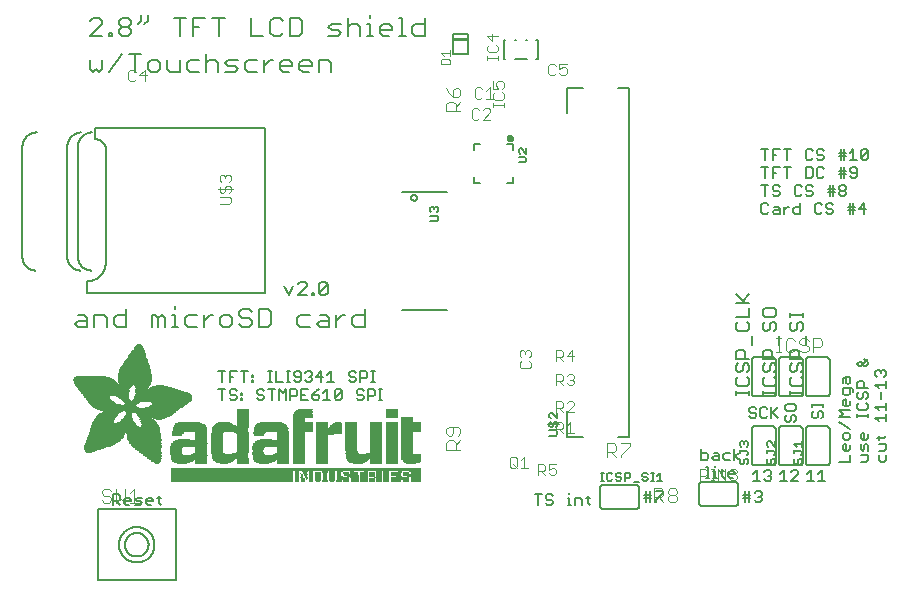
<source format=gbr>
G04 EAGLE Gerber RS-274X export*
G75*
%MOMM*%
%FSLAX34Y34*%
%LPD*%
%INSilkscreen Top*%
%IPPOS*%
%AMOC8*
5,1,8,0,0,1.08239X$1,22.5*%
G01*
%ADD10C,0.127000*%
%ADD11C,0.203200*%
%ADD12C,0.152400*%
%ADD13C,0.101600*%
%ADD14C,0.076200*%
%ADD15C,0.304800*%
%ADD16R,10.363200X0.025400*%
%ADD17R,0.406400X0.025400*%
%ADD18R,0.381000X0.025400*%
%ADD19R,0.457200X0.025400*%
%ADD20R,0.431800X0.025400*%
%ADD21R,0.635000X0.025400*%
%ADD22R,0.482600X0.025400*%
%ADD23R,0.889000X0.025400*%
%ADD24R,0.863600X0.025400*%
%ADD25R,0.508000X0.025400*%
%ADD26R,0.355600X0.025400*%
%ADD27R,0.025400X0.025400*%
%ADD28R,0.330200X0.025400*%
%ADD29R,0.050800X0.025400*%
%ADD30R,0.304800X0.025400*%
%ADD31R,0.076200X0.025400*%
%ADD32R,1.016000X0.025400*%
%ADD33R,1.524000X0.025400*%
%ADD34R,0.101600X0.025400*%
%ADD35R,0.279400X0.025400*%
%ADD36R,1.498600X0.025400*%
%ADD37R,0.254000X0.025400*%
%ADD38R,0.127000X0.025400*%
%ADD39R,0.965200X0.025400*%
%ADD40R,1.447800X0.025400*%
%ADD41R,0.228600X0.025400*%
%ADD42R,0.152400X0.025400*%
%ADD43R,0.812800X0.025400*%
%ADD44R,1.295400X0.025400*%
%ADD45R,0.533400X0.025400*%
%ADD46R,0.660400X0.025400*%
%ADD47R,0.609600X0.025400*%
%ADD48R,0.558800X0.025400*%
%ADD49R,0.203200X0.025400*%
%ADD50R,0.177800X0.025400*%
%ADD51R,0.914400X0.025400*%
%ADD52R,0.685800X0.025400*%
%ADD53R,0.939800X0.025400*%
%ADD54R,0.736600X0.025400*%
%ADD55R,0.990600X0.025400*%
%ADD56R,1.219200X0.025400*%
%ADD57R,1.117600X0.025400*%
%ADD58R,1.397000X0.025400*%
%ADD59R,1.244600X0.025400*%
%ADD60R,1.473200X0.025400*%
%ADD61R,0.584200X0.025400*%
%ADD62R,1.041400X0.025400*%
%ADD63R,21.209000X0.025400*%
%ADD64R,0.787400X0.025400*%
%ADD65R,1.193800X0.025400*%
%ADD66R,1.168400X0.025400*%
%ADD67R,1.092200X0.025400*%
%ADD68R,1.066800X0.025400*%
%ADD69R,1.143000X0.025400*%
%ADD70R,1.270000X0.025400*%
%ADD71R,1.320800X0.025400*%
%ADD72R,1.422400X0.025400*%
%ADD73R,1.549400X0.025400*%
%ADD74R,0.711200X0.025400*%
%ADD75R,1.625600X0.025400*%
%ADD76R,0.762000X0.025400*%
%ADD77R,1.701800X0.025400*%
%ADD78R,1.600200X0.025400*%
%ADD79R,1.727200X0.025400*%
%ADD80R,1.651000X0.025400*%
%ADD81R,0.838200X0.025400*%
%ADD82R,1.803400X0.025400*%
%ADD83R,1.574800X0.025400*%
%ADD84R,1.854200X0.025400*%
%ADD85R,1.778000X0.025400*%
%ADD86R,1.879600X0.025400*%
%ADD87R,1.930400X0.025400*%
%ADD88R,1.981200X0.025400*%
%ADD89R,1.905000X0.025400*%
%ADD90R,2.006600X0.025400*%
%ADD91R,3.048000X0.025400*%
%ADD92R,2.997200X0.025400*%
%ADD93R,2.057400X0.025400*%
%ADD94R,3.022600X0.025400*%
%ADD95R,2.032000X0.025400*%
%ADD96R,3.073400X0.025400*%
%ADD97R,1.676400X0.025400*%
%ADD98R,1.346200X0.025400*%
%ADD99R,3.098800X0.025400*%
%ADD100R,1.828800X0.025400*%
%ADD101R,2.082800X0.025400*%
%ADD102R,2.108200X0.025400*%
%ADD103R,2.159000X0.025400*%
%ADD104R,2.184400X0.025400*%
%ADD105R,2.235200X0.025400*%
%ADD106R,2.260600X0.025400*%
%ADD107R,2.311400X0.025400*%
%ADD108R,2.362200X0.025400*%
%ADD109R,2.387600X0.025400*%
%ADD110R,2.413000X0.025400*%
%ADD111R,2.438400X0.025400*%
%ADD112R,2.133600X0.025400*%
%ADD113R,2.463800X0.025400*%
%ADD114R,2.286000X0.025400*%
%ADD115R,2.514600X0.025400*%
%ADD116R,2.540000X0.025400*%
%ADD117R,2.565400X0.025400*%
%ADD118R,2.489200X0.025400*%
%ADD119R,2.590800X0.025400*%
%ADD120R,2.971800X0.025400*%
%ADD121R,2.616200X0.025400*%
%ADD122R,2.946400X0.025400*%
%ADD123R,2.641600X0.025400*%
%ADD124R,2.667000X0.025400*%
%ADD125R,2.921000X0.025400*%
%ADD126R,2.895600X0.025400*%
%ADD127R,2.717800X0.025400*%
%ADD128R,2.692400X0.025400*%
%ADD129R,2.870200X0.025400*%
%ADD130R,2.768600X0.025400*%
%ADD131R,2.743200X0.025400*%
%ADD132R,2.844800X0.025400*%
%ADD133R,2.794000X0.025400*%
%ADD134R,2.819400X0.025400*%
%ADD135R,1.371600X0.025400*%
%ADD136R,5.892800X0.025400*%
%ADD137R,5.867400X0.025400*%
%ADD138R,5.842000X0.025400*%
%ADD139R,5.816600X0.025400*%
%ADD140R,5.791200X0.025400*%
%ADD141R,4.114800X0.025400*%
%ADD142R,3.987800X0.025400*%
%ADD143R,1.955800X0.025400*%
%ADD144R,3.962400X0.025400*%
%ADD145R,3.911600X0.025400*%
%ADD146R,3.886200X0.025400*%
%ADD147R,3.835400X0.025400*%
%ADD148R,1.752600X0.025400*%
%ADD149R,3.810000X0.025400*%
%ADD150R,3.784600X0.025400*%
%ADD151R,3.733800X0.025400*%
%ADD152R,3.708400X0.025400*%
%ADD153R,3.683000X0.025400*%
%ADD154R,2.336800X0.025400*%
%ADD155R,3.657600X0.025400*%
%ADD156R,3.632200X0.025400*%
%ADD157R,3.149600X0.025400*%
%ADD158R,3.251200X0.025400*%
%ADD159R,3.276600X0.025400*%
%ADD160R,3.352800X0.025400*%
%ADD161R,3.454400X0.025400*%
%ADD162R,3.530600X0.025400*%
%ADD163R,4.241800X0.025400*%
%ADD164R,4.267200X0.025400*%
%ADD165R,4.318000X0.025400*%
%ADD166R,4.419600X0.025400*%
%ADD167R,6.400800X0.025400*%
%ADD168R,6.502400X0.025400*%
%ADD169R,6.680200X0.025400*%
%ADD170R,6.832600X0.025400*%
%ADD171R,6.858000X0.025400*%
%ADD172R,7.010400X0.025400*%
%ADD173R,7.112000X0.025400*%
%ADD174R,7.162800X0.025400*%
%ADD175R,3.860800X0.025400*%
%ADD176R,3.302000X0.025400*%
%ADD177R,2.209800X0.025400*%
%ADD178R,3.124200X0.025400*%
%ADD179R,3.200400X0.025400*%
%ADD180R,5.029200X0.025400*%
%ADD181R,5.003800X0.025400*%
%ADD182R,4.978400X0.025400*%
%ADD183R,4.953000X0.025400*%
%ADD184R,4.927600X0.025400*%
%ADD185R,4.902200X0.025400*%
%ADD186R,4.876800X0.025400*%
%ADD187R,4.851400X0.025400*%
%ADD188R,4.826000X0.025400*%
%ADD189R,4.800600X0.025400*%
%ADD190R,4.775200X0.025400*%
%ADD191R,4.749800X0.025400*%
%ADD192R,4.724400X0.025400*%
%ADD193R,4.699000X0.025400*%
%ADD194R,3.937000X0.025400*%
%ADD195R,4.648200X0.025400*%
%ADD196R,4.597400X0.025400*%
%ADD197R,4.546600X0.025400*%
%ADD198R,4.470400X0.025400*%
%ADD199R,4.013200X0.025400*%
%ADD200R,4.394200X0.025400*%
%ADD201R,4.038600X0.025400*%
%ADD202R,4.064000X0.025400*%
%ADD203R,4.089400X0.025400*%
%ADD204R,4.140200X0.025400*%
%ADD205R,4.165600X0.025400*%
%ADD206R,4.191000X0.025400*%
%ADD207R,3.759200X0.025400*%
%ADD208R,4.216400X0.025400*%
%ADD209R,3.606800X0.025400*%
%ADD210R,4.292600X0.025400*%
%ADD211R,4.368800X0.025400*%
%ADD212R,4.445000X0.025400*%
%ADD213R,4.495800X0.025400*%
%ADD214R,4.572000X0.025400*%
%ADD215R,4.622800X0.025400*%
%ADD216R,4.673600X0.025400*%
%ADD217R,3.581400X0.025400*%
%ADD218R,3.556000X0.025400*%
%ADD219R,3.479800X0.025400*%
%ADD220R,3.403600X0.025400*%
%ADD221R,3.378200X0.025400*%
%ADD222R,3.225800X0.025400*%


D10*
X536424Y113673D02*
X536424Y104775D01*
X540873Y104775D01*
X542356Y106258D01*
X542356Y109224D01*
X540873Y110707D01*
X536424Y110707D01*
X547262Y110707D02*
X550228Y110707D01*
X551711Y109224D01*
X551711Y104775D01*
X547262Y104775D01*
X545779Y106258D01*
X547262Y107741D01*
X551711Y107741D01*
X556618Y110707D02*
X561066Y110707D01*
X556618Y110707D02*
X555135Y109224D01*
X555135Y106258D01*
X556618Y104775D01*
X561066Y104775D01*
X564490Y104775D02*
X564490Y113673D01*
X564490Y107741D02*
X568939Y104775D01*
X564490Y107741D02*
X568939Y110707D01*
X541805Y98433D02*
X540322Y98433D01*
X541805Y98433D02*
X541805Y89535D01*
X540322Y89535D02*
X543288Y89535D01*
X546559Y95467D02*
X548042Y95467D01*
X548042Y89535D01*
X546559Y89535D02*
X549525Y89535D01*
X548042Y98433D02*
X548042Y99916D01*
X554279Y96950D02*
X554279Y91018D01*
X555762Y89535D01*
X555762Y95467D02*
X552796Y95467D01*
X560515Y89535D02*
X563481Y89535D01*
X560515Y89535D02*
X559033Y91018D01*
X559033Y93984D01*
X560515Y95467D01*
X563481Y95467D01*
X564964Y93984D01*
X564964Y92501D01*
X559033Y92501D01*
D11*
X29304Y463296D02*
X18796Y463296D01*
X29304Y473804D01*
X29304Y476431D01*
X26677Y479057D01*
X21423Y479057D01*
X18796Y476431D01*
X35168Y465923D02*
X35168Y463296D01*
X35168Y465923D02*
X37794Y465923D01*
X37794Y463296D01*
X35168Y463296D01*
X43353Y476431D02*
X45980Y479057D01*
X51234Y479057D01*
X53861Y476431D01*
X53861Y473804D01*
X51234Y471177D01*
X53861Y468550D01*
X53861Y465923D01*
X51234Y463296D01*
X45980Y463296D01*
X43353Y465923D01*
X43353Y468550D01*
X45980Y471177D01*
X43353Y473804D01*
X43353Y476431D01*
X45980Y471177D02*
X51234Y471177D01*
X62352Y476431D02*
X62352Y481684D01*
X62352Y476431D02*
X59725Y473804D01*
X67606Y476431D02*
X67606Y481684D01*
X67606Y476431D02*
X64979Y473804D01*
X94993Y479057D02*
X94993Y463296D01*
X89739Y479057D02*
X100247Y479057D01*
X106111Y479057D02*
X106111Y463296D01*
X106111Y479057D02*
X116619Y479057D01*
X111365Y471177D02*
X106111Y471177D01*
X127736Y479057D02*
X127736Y463296D01*
X122483Y479057D02*
X132990Y479057D01*
X155226Y479057D02*
X155226Y463296D01*
X165733Y463296D01*
X179478Y479057D02*
X182105Y476431D01*
X179478Y479057D02*
X174224Y479057D01*
X171597Y476431D01*
X171597Y465923D01*
X174224Y463296D01*
X179478Y463296D01*
X182105Y465923D01*
X187969Y463296D02*
X187969Y479057D01*
X187969Y463296D02*
X195850Y463296D01*
X198476Y465923D01*
X198476Y476431D01*
X195850Y479057D01*
X187969Y479057D01*
X220712Y463296D02*
X228593Y463296D01*
X231220Y465923D01*
X228593Y468550D01*
X223339Y468550D01*
X220712Y471177D01*
X223339Y473804D01*
X231220Y473804D01*
X237084Y479057D02*
X237084Y463296D01*
X237084Y471177D02*
X239710Y473804D01*
X244964Y473804D01*
X247591Y471177D01*
X247591Y463296D01*
X253455Y473804D02*
X256082Y473804D01*
X256082Y463296D01*
X253455Y463296D02*
X258709Y463296D01*
X256082Y479057D02*
X256082Y481684D01*
X266996Y463296D02*
X272250Y463296D01*
X266996Y463296D02*
X264369Y465923D01*
X264369Y471177D01*
X266996Y473804D01*
X272250Y473804D01*
X274877Y471177D01*
X274877Y468550D01*
X264369Y468550D01*
X280741Y479057D02*
X283368Y479057D01*
X283368Y463296D01*
X280741Y463296D02*
X285995Y463296D01*
X302163Y463296D02*
X302163Y479057D01*
X302163Y463296D02*
X294282Y463296D01*
X291655Y465923D01*
X291655Y471177D01*
X294282Y473804D01*
X302163Y473804D01*
X18796Y443324D02*
X18796Y435443D01*
X21423Y432816D01*
X24050Y435443D01*
X26677Y432816D01*
X29304Y435443D01*
X29304Y443324D01*
X35168Y432816D02*
X45675Y448577D01*
X56793Y448577D02*
X56793Y432816D01*
X51539Y448577D02*
X62047Y448577D01*
X70538Y432816D02*
X75791Y432816D01*
X78418Y435443D01*
X78418Y440697D01*
X75791Y443324D01*
X70538Y443324D01*
X67911Y440697D01*
X67911Y435443D01*
X70538Y432816D01*
X84282Y435443D02*
X84282Y443324D01*
X84282Y435443D02*
X86909Y432816D01*
X94790Y432816D01*
X94790Y443324D01*
X103281Y443324D02*
X111161Y443324D01*
X103281Y443324D02*
X100654Y440697D01*
X100654Y435443D01*
X103281Y432816D01*
X111161Y432816D01*
X117025Y432816D02*
X117025Y448577D01*
X119652Y443324D02*
X117025Y440697D01*
X119652Y443324D02*
X124906Y443324D01*
X127533Y440697D01*
X127533Y432816D01*
X133397Y432816D02*
X141278Y432816D01*
X143905Y435443D01*
X141278Y438070D01*
X136024Y438070D01*
X133397Y440697D01*
X136024Y443324D01*
X143905Y443324D01*
X152395Y443324D02*
X160276Y443324D01*
X152395Y443324D02*
X149769Y440697D01*
X149769Y435443D01*
X152395Y432816D01*
X160276Y432816D01*
X166140Y432816D02*
X166140Y443324D01*
X166140Y438070D02*
X171394Y443324D01*
X174021Y443324D01*
X182410Y432816D02*
X187664Y432816D01*
X182410Y432816D02*
X179783Y435443D01*
X179783Y440697D01*
X182410Y443324D01*
X187664Y443324D01*
X190291Y440697D01*
X190291Y438070D01*
X179783Y438070D01*
X198782Y432816D02*
X204035Y432816D01*
X198782Y432816D02*
X196155Y435443D01*
X196155Y440697D01*
X198782Y443324D01*
X204035Y443324D01*
X206662Y440697D01*
X206662Y438070D01*
X196155Y438070D01*
X212526Y432816D02*
X212526Y443324D01*
X220407Y443324D01*
X223034Y440697D01*
X223034Y432816D01*
X13977Y227424D02*
X8723Y227424D01*
X13977Y227424D02*
X16604Y224797D01*
X16604Y216916D01*
X8723Y216916D01*
X6096Y219543D01*
X8723Y222170D01*
X16604Y222170D01*
X22468Y216916D02*
X22468Y227424D01*
X30348Y227424D01*
X32975Y224797D01*
X32975Y216916D01*
X49347Y216916D02*
X49347Y232677D01*
X49347Y216916D02*
X41466Y216916D01*
X38839Y219543D01*
X38839Y224797D01*
X41466Y227424D01*
X49347Y227424D01*
X71582Y227424D02*
X71582Y216916D01*
X71582Y227424D02*
X74209Y227424D01*
X76836Y224797D01*
X76836Y216916D01*
X76836Y224797D02*
X79463Y227424D01*
X82090Y224797D01*
X82090Y216916D01*
X87954Y227424D02*
X90581Y227424D01*
X90581Y216916D01*
X87954Y216916D02*
X93208Y216916D01*
X90581Y232677D02*
X90581Y235304D01*
X101495Y227424D02*
X109376Y227424D01*
X101495Y227424D02*
X98868Y224797D01*
X98868Y219543D01*
X101495Y216916D01*
X109376Y216916D01*
X115240Y216916D02*
X115240Y227424D01*
X115240Y222170D02*
X120494Y227424D01*
X123120Y227424D01*
X131510Y216916D02*
X136763Y216916D01*
X139390Y219543D01*
X139390Y224797D01*
X136763Y227424D01*
X131510Y227424D01*
X128883Y224797D01*
X128883Y219543D01*
X131510Y216916D01*
X153135Y232677D02*
X155762Y230051D01*
X153135Y232677D02*
X147881Y232677D01*
X145254Y230051D01*
X145254Y227424D01*
X147881Y224797D01*
X153135Y224797D01*
X155762Y222170D01*
X155762Y219543D01*
X153135Y216916D01*
X147881Y216916D01*
X145254Y219543D01*
X161626Y216916D02*
X161626Y232677D01*
X161626Y216916D02*
X169507Y216916D01*
X172133Y219543D01*
X172133Y230051D01*
X169507Y232677D01*
X161626Y232677D01*
X196996Y227424D02*
X204877Y227424D01*
X196996Y227424D02*
X194369Y224797D01*
X194369Y219543D01*
X196996Y216916D01*
X204877Y216916D01*
X213367Y227424D02*
X218621Y227424D01*
X221248Y224797D01*
X221248Y216916D01*
X213367Y216916D01*
X210741Y219543D01*
X213367Y222170D01*
X221248Y222170D01*
X227112Y216916D02*
X227112Y227424D01*
X227112Y222170D02*
X232366Y227424D01*
X234993Y227424D01*
X251263Y232677D02*
X251263Y216916D01*
X243382Y216916D01*
X240755Y219543D01*
X240755Y224797D01*
X243382Y227424D01*
X251263Y227424D01*
D12*
X187082Y244602D02*
X183353Y252059D01*
X190810Y252059D02*
X187082Y244602D01*
X195047Y244602D02*
X202504Y244602D01*
X195047Y244602D02*
X202504Y252059D01*
X202504Y253923D01*
X200640Y255788D01*
X196911Y255788D01*
X195047Y253923D01*
X206741Y246466D02*
X206741Y244602D01*
X206741Y246466D02*
X208605Y246466D01*
X208605Y244602D01*
X206741Y244602D01*
X212588Y246466D02*
X212588Y253923D01*
X214452Y255788D01*
X218181Y255788D01*
X220045Y253923D01*
X220045Y246466D01*
X218181Y244602D01*
X214452Y244602D01*
X212588Y246466D01*
X220045Y253923D01*
D10*
X581538Y149233D02*
X583021Y147750D01*
X581538Y149233D02*
X578572Y149233D01*
X577089Y147750D01*
X577089Y146267D01*
X578572Y144784D01*
X581538Y144784D01*
X583021Y143301D01*
X583021Y141818D01*
X581538Y140335D01*
X578572Y140335D01*
X577089Y141818D01*
X590893Y149233D02*
X592376Y147750D01*
X590893Y149233D02*
X587928Y149233D01*
X586445Y147750D01*
X586445Y141818D01*
X587928Y140335D01*
X590893Y140335D01*
X592376Y141818D01*
X595800Y140335D02*
X595800Y149233D01*
X595800Y143301D02*
X601732Y149233D01*
X597283Y144784D02*
X601732Y140335D01*
X607687Y141313D02*
X609170Y142796D01*
X607687Y141313D02*
X607687Y138348D01*
X609170Y136865D01*
X610653Y136865D01*
X612136Y138348D01*
X612136Y141313D01*
X613619Y142796D01*
X615102Y142796D01*
X616585Y141313D01*
X616585Y138348D01*
X615102Y136865D01*
X607687Y147703D02*
X607687Y150669D01*
X607687Y147703D02*
X609170Y146220D01*
X615102Y146220D01*
X616585Y147703D01*
X616585Y150669D01*
X615102Y152152D01*
X609170Y152152D01*
X607687Y150669D01*
X630547Y144432D02*
X632030Y145915D01*
X630547Y144432D02*
X630547Y141466D01*
X632030Y139983D01*
X633513Y139983D01*
X634996Y141466D01*
X634996Y144432D01*
X636479Y145915D01*
X637962Y145915D01*
X639445Y144432D01*
X639445Y141466D01*
X637962Y139983D01*
X639445Y149338D02*
X639445Y152304D01*
X639445Y150821D02*
X630547Y150821D01*
X630547Y149338D02*
X630547Y152304D01*
D13*
X603846Y196088D02*
X599948Y196088D01*
X601897Y196088D02*
X601897Y207782D01*
X599948Y207782D02*
X603846Y207782D01*
X613591Y207782D02*
X615540Y205833D01*
X613591Y207782D02*
X609693Y207782D01*
X607744Y205833D01*
X607744Y198037D01*
X609693Y196088D01*
X613591Y196088D01*
X615540Y198037D01*
X625285Y207782D02*
X627234Y205833D01*
X625285Y207782D02*
X621387Y207782D01*
X619438Y205833D01*
X619438Y203884D01*
X621387Y201935D01*
X625285Y201935D01*
X627234Y199986D01*
X627234Y198037D01*
X625285Y196088D01*
X621387Y196088D01*
X619438Y198037D01*
X631132Y196088D02*
X631132Y207782D01*
X636979Y207782D01*
X638928Y205833D01*
X638928Y201935D01*
X636979Y199986D01*
X631132Y199986D01*
D10*
X583526Y95893D02*
X580560Y92927D01*
X583526Y95893D02*
X583526Y86995D01*
X580560Y86995D02*
X586492Y86995D01*
X589915Y94410D02*
X591398Y95893D01*
X594364Y95893D01*
X595847Y94410D01*
X595847Y92927D01*
X594364Y91444D01*
X592881Y91444D01*
X594364Y91444D02*
X595847Y89961D01*
X595847Y88478D01*
X594364Y86995D01*
X591398Y86995D01*
X589915Y88478D01*
X603420Y92927D02*
X606386Y95893D01*
X606386Y86995D01*
X603420Y86995D02*
X609352Y86995D01*
X612775Y86995D02*
X618707Y86995D01*
X612775Y86995D02*
X618707Y92927D01*
X618707Y94410D01*
X617224Y95893D01*
X614258Y95893D01*
X612775Y94410D01*
X626280Y92927D02*
X629246Y95893D01*
X629246Y86995D01*
X626280Y86995D02*
X632212Y86995D01*
X635635Y92927D02*
X638601Y95893D01*
X638601Y86995D01*
X635635Y86995D02*
X641567Y86995D01*
X590341Y358775D02*
X590341Y367673D01*
X587375Y367673D02*
X593307Y367673D01*
X596730Y367673D02*
X596730Y358775D01*
X596730Y367673D02*
X602662Y367673D01*
X599696Y363224D02*
X596730Y363224D01*
X609051Y358775D02*
X609051Y367673D01*
X606085Y367673D02*
X612017Y367673D01*
X629245Y367673D02*
X630727Y366190D01*
X629245Y367673D02*
X626279Y367673D01*
X624796Y366190D01*
X624796Y360258D01*
X626279Y358775D01*
X629245Y358775D01*
X630727Y360258D01*
X638600Y367673D02*
X640083Y366190D01*
X638600Y367673D02*
X635634Y367673D01*
X634151Y366190D01*
X634151Y364707D01*
X635634Y363224D01*
X638600Y363224D01*
X640083Y361741D01*
X640083Y360258D01*
X638600Y358775D01*
X635634Y358775D01*
X634151Y360258D01*
X654344Y358775D02*
X654344Y367673D01*
X657310Y367673D02*
X657310Y358775D01*
X657310Y364707D02*
X652861Y364707D01*
X657310Y364707D02*
X658793Y364707D01*
X658793Y361741D02*
X652861Y361741D01*
X662217Y364707D02*
X665182Y367673D01*
X665182Y358775D01*
X662217Y358775D02*
X668148Y358775D01*
X671572Y360258D02*
X671572Y366190D01*
X673055Y367673D01*
X676020Y367673D01*
X677503Y366190D01*
X677503Y360258D01*
X676020Y358775D01*
X673055Y358775D01*
X671572Y360258D01*
X677503Y366190D01*
X590341Y352433D02*
X590341Y343535D01*
X587375Y352433D02*
X593307Y352433D01*
X596730Y352433D02*
X596730Y343535D01*
X596730Y352433D02*
X602662Y352433D01*
X599696Y347984D02*
X596730Y347984D01*
X609051Y343535D02*
X609051Y352433D01*
X606085Y352433D02*
X612017Y352433D01*
X624796Y352433D02*
X624796Y343535D01*
X629245Y343535D01*
X630727Y345018D01*
X630727Y350950D01*
X629245Y352433D01*
X624796Y352433D01*
X638600Y352433D02*
X640083Y350950D01*
X638600Y352433D02*
X635634Y352433D01*
X634151Y350950D01*
X634151Y345018D01*
X635634Y343535D01*
X638600Y343535D01*
X640083Y345018D01*
X654344Y343535D02*
X654344Y352433D01*
X657310Y352433D02*
X657310Y343535D01*
X657310Y349467D02*
X652861Y349467D01*
X657310Y349467D02*
X658793Y349467D01*
X658793Y346501D02*
X652861Y346501D01*
X662217Y345018D02*
X663699Y343535D01*
X666665Y343535D01*
X668148Y345018D01*
X668148Y350950D01*
X666665Y352433D01*
X663699Y352433D01*
X662217Y350950D01*
X662217Y349467D01*
X663699Y347984D01*
X668148Y347984D01*
X590341Y337193D02*
X590341Y328295D01*
X587375Y337193D02*
X593307Y337193D01*
X601179Y337193D02*
X602662Y335710D01*
X601179Y337193D02*
X598213Y337193D01*
X596730Y335710D01*
X596730Y334227D01*
X598213Y332744D01*
X601179Y332744D01*
X602662Y331261D01*
X602662Y329778D01*
X601179Y328295D01*
X598213Y328295D01*
X596730Y329778D01*
X619889Y337193D02*
X621372Y335710D01*
X619889Y337193D02*
X616923Y337193D01*
X615441Y335710D01*
X615441Y329778D01*
X616923Y328295D01*
X619889Y328295D01*
X621372Y329778D01*
X629245Y337193D02*
X630727Y335710D01*
X629245Y337193D02*
X626279Y337193D01*
X624796Y335710D01*
X624796Y334227D01*
X626279Y332744D01*
X629245Y332744D01*
X630727Y331261D01*
X630727Y329778D01*
X629245Y328295D01*
X626279Y328295D01*
X624796Y329778D01*
X644989Y328295D02*
X644989Y337193D01*
X647955Y337193D02*
X647955Y328295D01*
X647955Y334227D02*
X643506Y334227D01*
X647955Y334227D02*
X649438Y334227D01*
X649438Y331261D02*
X643506Y331261D01*
X652861Y335710D02*
X654344Y337193D01*
X657310Y337193D01*
X658793Y335710D01*
X658793Y334227D01*
X657310Y332744D01*
X658793Y331261D01*
X658793Y329778D01*
X657310Y328295D01*
X654344Y328295D01*
X652861Y329778D01*
X652861Y331261D01*
X654344Y332744D01*
X652861Y334227D01*
X652861Y335710D01*
X654344Y332744D02*
X657310Y332744D01*
X593307Y320470D02*
X591824Y321953D01*
X588858Y321953D01*
X587375Y320470D01*
X587375Y314538D01*
X588858Y313055D01*
X591824Y313055D01*
X593307Y314538D01*
X598213Y318987D02*
X601179Y318987D01*
X602662Y317504D01*
X602662Y313055D01*
X598213Y313055D01*
X596730Y314538D01*
X598213Y316021D01*
X602662Y316021D01*
X606085Y313055D02*
X606085Y318987D01*
X606085Y316021D02*
X609051Y318987D01*
X610534Y318987D01*
X619813Y321953D02*
X619813Y313055D01*
X615364Y313055D01*
X613881Y314538D01*
X613881Y317504D01*
X615364Y318987D01*
X619813Y318987D01*
X637041Y321953D02*
X638523Y320470D01*
X637041Y321953D02*
X634075Y321953D01*
X632592Y320470D01*
X632592Y314538D01*
X634075Y313055D01*
X637041Y313055D01*
X638523Y314538D01*
X646396Y321953D02*
X647879Y320470D01*
X646396Y321953D02*
X643430Y321953D01*
X641947Y320470D01*
X641947Y318987D01*
X643430Y317504D01*
X646396Y317504D01*
X647879Y316021D01*
X647879Y314538D01*
X646396Y313055D01*
X643430Y313055D01*
X641947Y314538D01*
X662140Y313055D02*
X662140Y321953D01*
X665106Y321953D02*
X665106Y313055D01*
X665106Y318987D02*
X660657Y318987D01*
X665106Y318987D02*
X666589Y318987D01*
X666589Y316021D02*
X660657Y316021D01*
X674461Y313055D02*
X674461Y321953D01*
X670012Y317504D01*
X675944Y317504D01*
X130601Y179713D02*
X130601Y170815D01*
X127635Y179713D02*
X133567Y179713D01*
X136990Y179713D02*
X136990Y170815D01*
X136990Y179713D02*
X142922Y179713D01*
X139956Y175264D02*
X136990Y175264D01*
X149311Y170815D02*
X149311Y179713D01*
X146345Y179713D02*
X152277Y179713D01*
X155701Y176747D02*
X157183Y176747D01*
X157183Y175264D01*
X155701Y175264D01*
X155701Y176747D01*
X155701Y172298D02*
X157183Y172298D01*
X157183Y170815D01*
X155701Y170815D01*
X155701Y172298D01*
X169733Y170815D02*
X172699Y170815D01*
X171216Y170815D02*
X171216Y179713D01*
X169733Y179713D02*
X172699Y179713D01*
X175970Y179713D02*
X175970Y170815D01*
X181902Y170815D01*
X185325Y170815D02*
X188291Y170815D01*
X186808Y170815D02*
X186808Y179713D01*
X185325Y179713D02*
X188291Y179713D01*
X191562Y172298D02*
X193045Y170815D01*
X196011Y170815D01*
X197494Y172298D01*
X197494Y178230D01*
X196011Y179713D01*
X193045Y179713D01*
X191562Y178230D01*
X191562Y176747D01*
X193045Y175264D01*
X197494Y175264D01*
X200917Y178230D02*
X202400Y179713D01*
X205366Y179713D01*
X206849Y178230D01*
X206849Y176747D01*
X205366Y175264D01*
X203883Y175264D01*
X205366Y175264D02*
X206849Y173781D01*
X206849Y172298D01*
X205366Y170815D01*
X202400Y170815D01*
X200917Y172298D01*
X214721Y170815D02*
X214721Y179713D01*
X210272Y175264D01*
X216204Y175264D01*
X219628Y176747D02*
X222594Y179713D01*
X222594Y170815D01*
X225559Y170815D02*
X219628Y170815D01*
X242787Y179713D02*
X244270Y178230D01*
X242787Y179713D02*
X239821Y179713D01*
X238338Y178230D01*
X238338Y176747D01*
X239821Y175264D01*
X242787Y175264D01*
X244270Y173781D01*
X244270Y172298D01*
X242787Y170815D01*
X239821Y170815D01*
X238338Y172298D01*
X247693Y170815D02*
X247693Y179713D01*
X252142Y179713D01*
X253625Y178230D01*
X253625Y175264D01*
X252142Y173781D01*
X247693Y173781D01*
X257048Y170815D02*
X260014Y170815D01*
X258531Y170815D02*
X258531Y179713D01*
X257048Y179713D02*
X260014Y179713D01*
X130601Y164473D02*
X130601Y155575D01*
X127635Y164473D02*
X133567Y164473D01*
X141439Y164473D02*
X142922Y162990D01*
X141439Y164473D02*
X138473Y164473D01*
X136990Y162990D01*
X136990Y161507D01*
X138473Y160024D01*
X141439Y160024D01*
X142922Y158541D01*
X142922Y157058D01*
X141439Y155575D01*
X138473Y155575D01*
X136990Y157058D01*
X146345Y161507D02*
X147828Y161507D01*
X147828Y160024D01*
X146345Y160024D01*
X146345Y161507D01*
X146345Y157058D02*
X147828Y157058D01*
X147828Y155575D01*
X146345Y155575D01*
X146345Y157058D01*
X164827Y164473D02*
X166310Y162990D01*
X164827Y164473D02*
X161861Y164473D01*
X160378Y162990D01*
X160378Y161507D01*
X161861Y160024D01*
X164827Y160024D01*
X166310Y158541D01*
X166310Y157058D01*
X164827Y155575D01*
X161861Y155575D01*
X160378Y157058D01*
X172699Y155575D02*
X172699Y164473D01*
X169733Y164473D02*
X175665Y164473D01*
X179089Y164473D02*
X179089Y155575D01*
X182054Y161507D02*
X179089Y164473D01*
X182054Y161507D02*
X185020Y164473D01*
X185020Y155575D01*
X188444Y155575D02*
X188444Y164473D01*
X192893Y164473D01*
X194375Y162990D01*
X194375Y160024D01*
X192893Y158541D01*
X188444Y158541D01*
X197799Y164473D02*
X203731Y164473D01*
X197799Y164473D02*
X197799Y155575D01*
X203731Y155575D01*
X200765Y160024D02*
X197799Y160024D01*
X210120Y162990D02*
X213086Y164473D01*
X210120Y162990D02*
X207154Y160024D01*
X207154Y157058D01*
X208637Y155575D01*
X211603Y155575D01*
X213086Y157058D01*
X213086Y158541D01*
X211603Y160024D01*
X207154Y160024D01*
X216509Y161507D02*
X219475Y164473D01*
X219475Y155575D01*
X216509Y155575D02*
X222441Y155575D01*
X225864Y157058D02*
X225864Y162990D01*
X227347Y164473D01*
X230313Y164473D01*
X231796Y162990D01*
X231796Y157058D01*
X230313Y155575D01*
X227347Y155575D01*
X225864Y157058D01*
X231796Y162990D01*
X249024Y164473D02*
X250507Y162990D01*
X249024Y164473D02*
X246058Y164473D01*
X244575Y162990D01*
X244575Y161507D01*
X246058Y160024D01*
X249024Y160024D01*
X250507Y158541D01*
X250507Y157058D01*
X249024Y155575D01*
X246058Y155575D01*
X244575Y157058D01*
X253930Y155575D02*
X253930Y164473D01*
X258379Y164473D01*
X259862Y162990D01*
X259862Y160024D01*
X258379Y158541D01*
X253930Y158541D01*
X263285Y155575D02*
X266251Y155575D01*
X264768Y155575D02*
X264768Y164473D01*
X263285Y164473D02*
X266251Y164473D01*
X653407Y103241D02*
X662305Y103241D01*
X662305Y109173D01*
X662305Y114080D02*
X662305Y117045D01*
X662305Y114080D02*
X660822Y112597D01*
X657856Y112597D01*
X656373Y114080D01*
X656373Y117045D01*
X657856Y118528D01*
X659339Y118528D01*
X659339Y112597D01*
X662305Y123435D02*
X662305Y126401D01*
X660822Y127884D01*
X657856Y127884D01*
X656373Y126401D01*
X656373Y123435D01*
X657856Y121952D01*
X660822Y121952D01*
X662305Y123435D01*
X662305Y131307D02*
X653407Y137239D01*
X653407Y140662D02*
X662305Y140662D01*
X656373Y143628D02*
X653407Y140662D01*
X656373Y143628D02*
X653407Y146594D01*
X662305Y146594D01*
X662305Y151500D02*
X662305Y154466D01*
X662305Y151500D02*
X660822Y150017D01*
X657856Y150017D01*
X656373Y151500D01*
X656373Y154466D01*
X657856Y155949D01*
X659339Y155949D01*
X659339Y150017D01*
X665271Y162338D02*
X665271Y163821D01*
X663788Y165304D01*
X656373Y165304D01*
X656373Y160856D01*
X657856Y159373D01*
X660822Y159373D01*
X662305Y160856D01*
X662305Y165304D01*
X656373Y170211D02*
X656373Y173177D01*
X657856Y174660D01*
X662305Y174660D01*
X662305Y170211D01*
X660822Y168728D01*
X659339Y170211D01*
X659339Y174660D01*
X671613Y103241D02*
X676062Y103241D01*
X677545Y104724D01*
X677545Y109173D01*
X671613Y109173D01*
X677545Y112597D02*
X677545Y117045D01*
X676062Y118528D01*
X674579Y117045D01*
X674579Y114080D01*
X673096Y112597D01*
X671613Y114080D01*
X671613Y118528D01*
X677545Y123435D02*
X677545Y126401D01*
X677545Y123435D02*
X676062Y121952D01*
X673096Y121952D01*
X671613Y123435D01*
X671613Y126401D01*
X673096Y127884D01*
X674579Y127884D01*
X674579Y121952D01*
X677545Y140662D02*
X677545Y143628D01*
X677545Y142145D02*
X668647Y142145D01*
X668647Y140662D02*
X668647Y143628D01*
X668647Y151348D02*
X670130Y152831D01*
X668647Y151348D02*
X668647Y148382D01*
X670130Y146899D01*
X676062Y146899D01*
X677545Y148382D01*
X677545Y151348D01*
X676062Y152831D01*
X668647Y160703D02*
X670130Y162186D01*
X668647Y160703D02*
X668647Y157737D01*
X670130Y156254D01*
X671613Y156254D01*
X673096Y157737D01*
X673096Y160703D01*
X674579Y162186D01*
X676062Y162186D01*
X677545Y160703D01*
X677545Y157737D01*
X676062Y156254D01*
X677545Y165609D02*
X668647Y165609D01*
X668647Y170058D01*
X670130Y171541D01*
X673096Y171541D01*
X674579Y170058D01*
X674579Y165609D01*
X677545Y187286D02*
X674579Y190251D01*
X677545Y187286D02*
X677545Y185803D01*
X676062Y184320D01*
X674579Y184320D01*
X671613Y187286D01*
X670130Y187286D01*
X668647Y185803D01*
X670130Y184320D01*
X671613Y184320D01*
X677545Y190251D01*
X686853Y109173D02*
X686853Y104724D01*
X688336Y103241D01*
X691302Y103241D01*
X692785Y104724D01*
X692785Y109173D01*
X691302Y112597D02*
X686853Y112597D01*
X691302Y112597D02*
X692785Y114080D01*
X692785Y118528D01*
X686853Y118528D01*
X685370Y123435D02*
X691302Y123435D01*
X692785Y124918D01*
X686853Y124918D02*
X686853Y121952D01*
X686853Y137544D02*
X683887Y140510D01*
X692785Y140510D01*
X692785Y137544D02*
X692785Y143476D01*
X686853Y146899D02*
X683887Y149865D01*
X692785Y149865D01*
X692785Y146899D02*
X692785Y152831D01*
X688336Y156254D02*
X688336Y162186D01*
X686853Y165609D02*
X683887Y168575D01*
X692785Y168575D01*
X692785Y165609D02*
X692785Y171541D01*
X685370Y174965D02*
X683887Y176447D01*
X683887Y179413D01*
X685370Y180896D01*
X686853Y180896D01*
X688336Y179413D01*
X688336Y177930D01*
X688336Y179413D02*
X689819Y180896D01*
X691302Y180896D01*
X692785Y179413D01*
X692785Y176447D01*
X691302Y174965D01*
X38257Y75573D02*
X38257Y66675D01*
X38257Y75573D02*
X42706Y75573D01*
X44189Y74090D01*
X44189Y71124D01*
X42706Y69641D01*
X38257Y69641D01*
X41223Y69641D02*
X44189Y66675D01*
X49096Y66675D02*
X52061Y66675D01*
X49096Y66675D02*
X47613Y68158D01*
X47613Y71124D01*
X49096Y72607D01*
X52061Y72607D01*
X53544Y71124D01*
X53544Y69641D01*
X47613Y69641D01*
X56968Y66675D02*
X61417Y66675D01*
X62900Y68158D01*
X61417Y69641D01*
X58451Y69641D01*
X56968Y71124D01*
X58451Y72607D01*
X62900Y72607D01*
X67806Y66675D02*
X70772Y66675D01*
X67806Y66675D02*
X66323Y68158D01*
X66323Y71124D01*
X67806Y72607D01*
X70772Y72607D01*
X72255Y71124D01*
X72255Y69641D01*
X66323Y69641D01*
X77161Y68158D02*
X77161Y74090D01*
X77161Y68158D02*
X78644Y66675D01*
X78644Y72607D02*
X75678Y72607D01*
X398206Y75573D02*
X398206Y66675D01*
X395241Y75573D02*
X401172Y75573D01*
X409045Y75573D02*
X410528Y74090D01*
X409045Y75573D02*
X406079Y75573D01*
X404596Y74090D01*
X404596Y72607D01*
X406079Y71124D01*
X409045Y71124D01*
X410528Y69641D01*
X410528Y68158D01*
X409045Y66675D01*
X406079Y66675D01*
X404596Y68158D01*
X423306Y72607D02*
X424789Y72607D01*
X424789Y66675D01*
X423306Y66675D02*
X426272Y66675D01*
X424789Y75573D02*
X424789Y77056D01*
X429543Y72607D02*
X429543Y66675D01*
X429543Y72607D02*
X433992Y72607D01*
X435475Y71124D01*
X435475Y66675D01*
X440381Y68158D02*
X440381Y74090D01*
X440381Y68158D02*
X441864Y66675D01*
X441864Y72607D02*
X438898Y72607D01*
X489798Y69215D02*
X489798Y78113D01*
X492764Y78113D02*
X492764Y69215D01*
X492764Y75147D02*
X488315Y75147D01*
X492764Y75147D02*
X494247Y75147D01*
X494247Y72181D02*
X488315Y72181D01*
X497670Y78113D02*
X503602Y78113D01*
X503602Y76630D01*
X497670Y70698D01*
X497670Y69215D01*
X573618Y69215D02*
X573618Y78113D01*
X576584Y78113D02*
X576584Y69215D01*
X576584Y75147D02*
X572135Y75147D01*
X576584Y75147D02*
X578067Y75147D01*
X578067Y72181D02*
X572135Y72181D01*
X581490Y76630D02*
X582973Y78113D01*
X585939Y78113D01*
X587422Y76630D01*
X587422Y75147D01*
X585939Y73664D01*
X584456Y73664D01*
X585939Y73664D02*
X587422Y72181D01*
X587422Y70698D01*
X585939Y69215D01*
X582973Y69215D01*
X581490Y70698D01*
X16240Y246080D02*
X16240Y256080D01*
X16240Y246080D02*
X167240Y246080D01*
X167240Y386080D01*
X23240Y386080D01*
X23240Y376080D01*
X23434Y376102D01*
X23628Y376119D01*
X23822Y376131D01*
X24017Y376139D01*
X24212Y376142D01*
X24406Y376140D01*
X24601Y376134D01*
X24796Y376123D01*
X24990Y376107D01*
X25184Y376087D01*
X25377Y376061D01*
X25569Y376032D01*
X25761Y375997D01*
X25952Y375958D01*
X26142Y375914D01*
X26331Y375866D01*
X26518Y375813D01*
X26704Y375756D01*
X26889Y375694D01*
X27072Y375628D01*
X27254Y375557D01*
X27434Y375482D01*
X27612Y375403D01*
X27788Y375320D01*
X27961Y375232D01*
X28133Y375140D01*
X28303Y375044D01*
X28470Y374943D01*
X28634Y374839D01*
X28796Y374731D01*
X28956Y374619D01*
X29112Y374503D01*
X29266Y374383D01*
X29417Y374260D01*
X29565Y374133D01*
X29710Y374003D01*
X29851Y373869D01*
X29989Y373732D01*
X30124Y373591D01*
X30256Y373447D01*
X30384Y373300D01*
X30508Y373150D01*
X30629Y372997D01*
X30746Y372842D01*
X30859Y372683D01*
X30968Y372522D01*
X31073Y372358D01*
X31175Y372192D01*
X31272Y372023D01*
X31365Y371852D01*
X31454Y371678D01*
X31539Y371503D01*
X31620Y371326D01*
X31696Y371146D01*
X31768Y370965D01*
X31836Y370783D01*
X31899Y370598D01*
X31957Y370413D01*
X32011Y370225D01*
X32061Y370037D01*
X32106Y369847D01*
X32146Y369657D01*
X32182Y369465D01*
X32213Y369273D01*
X32240Y369080D01*
X32240Y272080D01*
X32235Y271693D01*
X32221Y271307D01*
X32198Y270921D01*
X32165Y270536D01*
X32123Y270151D01*
X32072Y269768D01*
X32012Y269386D01*
X31942Y269006D01*
X31863Y268627D01*
X31775Y268251D01*
X31678Y267877D01*
X31572Y267505D01*
X31457Y267136D01*
X31333Y266769D01*
X31200Y266406D01*
X31059Y266046D01*
X30909Y265690D01*
X30750Y265338D01*
X30583Y264989D01*
X30407Y264644D01*
X30223Y264304D01*
X30032Y263969D01*
X29831Y263638D01*
X29624Y263312D01*
X29408Y262991D01*
X29184Y262675D01*
X28953Y262365D01*
X28715Y262061D01*
X28469Y261763D01*
X28216Y261470D01*
X27956Y261184D01*
X27690Y260904D01*
X27416Y260630D01*
X27136Y260364D01*
X26850Y260104D01*
X26557Y259851D01*
X26259Y259605D01*
X25955Y259367D01*
X25645Y259136D01*
X25329Y258912D01*
X25008Y258696D01*
X24682Y258489D01*
X24351Y258288D01*
X24016Y258097D01*
X23676Y257913D01*
X23331Y257737D01*
X22982Y257570D01*
X22630Y257411D01*
X22274Y257261D01*
X21914Y257120D01*
X21551Y256987D01*
X21184Y256863D01*
X20815Y256748D01*
X20443Y256642D01*
X20069Y256545D01*
X19693Y256457D01*
X19314Y256378D01*
X18934Y256308D01*
X18552Y256248D01*
X18169Y256197D01*
X17784Y256155D01*
X17399Y256122D01*
X17013Y256099D01*
X16627Y256085D01*
X16240Y256080D01*
X8640Y370080D02*
X8644Y370370D01*
X8654Y370660D01*
X8672Y370949D01*
X8696Y371238D01*
X8727Y371526D01*
X8766Y371814D01*
X8811Y372100D01*
X8864Y372386D01*
X8923Y372669D01*
X8989Y372952D01*
X9061Y373232D01*
X9141Y373511D01*
X9227Y373788D01*
X9320Y374063D01*
X9420Y374335D01*
X9526Y374605D01*
X9638Y374872D01*
X9758Y375137D01*
X9883Y375398D01*
X10015Y375657D01*
X10152Y375912D01*
X10296Y376164D01*
X10446Y376412D01*
X10602Y376656D01*
X10764Y376897D01*
X10932Y377133D01*
X11105Y377366D01*
X11284Y377594D01*
X11468Y377818D01*
X11658Y378037D01*
X11853Y378252D01*
X12053Y378462D01*
X12258Y378667D01*
X12468Y378867D01*
X12683Y379062D01*
X12902Y379252D01*
X13126Y379436D01*
X13354Y379615D01*
X13587Y379788D01*
X13823Y379956D01*
X14064Y380118D01*
X14308Y380274D01*
X14556Y380424D01*
X14808Y380568D01*
X15063Y380705D01*
X15322Y380837D01*
X15583Y380962D01*
X15848Y381082D01*
X16115Y381194D01*
X16385Y381300D01*
X16657Y381400D01*
X16932Y381493D01*
X17209Y381579D01*
X17488Y381659D01*
X17768Y381731D01*
X18051Y381797D01*
X18334Y381856D01*
X18620Y381909D01*
X18906Y381954D01*
X19194Y381993D01*
X19482Y382024D01*
X19771Y382048D01*
X20060Y382066D01*
X20350Y382076D01*
X20640Y382080D01*
X8640Y370080D02*
X8640Y278080D01*
X8619Y277790D01*
X8605Y277499D01*
X8599Y277208D01*
X8599Y276917D01*
X8607Y276626D01*
X8621Y276336D01*
X8643Y276045D01*
X8671Y275756D01*
X8707Y275467D01*
X8749Y275179D01*
X8798Y274892D01*
X8855Y274607D01*
X8918Y274323D01*
X8988Y274040D01*
X9065Y273760D01*
X9148Y273481D01*
X9239Y273204D01*
X9336Y272930D01*
X9439Y272658D01*
X9549Y272389D01*
X9666Y272122D01*
X9789Y271858D01*
X9918Y271598D01*
X10054Y271340D01*
X10196Y271086D01*
X10344Y270835D01*
X10498Y270588D01*
X10657Y270345D01*
X10823Y270106D01*
X10994Y269871D01*
X11171Y269640D01*
X11354Y269413D01*
X11542Y269191D01*
X11735Y268974D01*
X11934Y268761D01*
X12137Y268553D01*
X12346Y268350D01*
X12559Y268152D01*
X12777Y267959D01*
X13000Y267772D01*
X13227Y267590D01*
X13459Y267414D01*
X13694Y267243D01*
X13934Y267078D01*
X14178Y266919D01*
X14425Y266766D01*
X14676Y266619D01*
X14931Y266478D01*
X15189Y266343D01*
X15450Y266214D01*
X15714Y266092D01*
X15981Y265976D01*
X16250Y265867D01*
X16522Y265764D01*
X16797Y265668D01*
X17074Y265578D01*
X17353Y265495D01*
X17634Y265419D01*
X17917Y265350D01*
X18201Y265288D01*
X18486Y265232D01*
X18773Y265184D01*
X19061Y265142D01*
X19350Y265107D01*
X19640Y265080D01*
X-360Y370080D02*
X-356Y370370D01*
X-346Y370660D01*
X-328Y370949D01*
X-304Y371238D01*
X-273Y371526D01*
X-234Y371814D01*
X-189Y372100D01*
X-136Y372386D01*
X-77Y372669D01*
X-11Y372952D01*
X61Y373232D01*
X141Y373511D01*
X227Y373788D01*
X320Y374063D01*
X420Y374335D01*
X526Y374605D01*
X638Y374872D01*
X758Y375137D01*
X883Y375398D01*
X1015Y375657D01*
X1152Y375912D01*
X1296Y376164D01*
X1446Y376412D01*
X1602Y376656D01*
X1764Y376897D01*
X1932Y377133D01*
X2105Y377366D01*
X2284Y377594D01*
X2468Y377818D01*
X2658Y378037D01*
X2853Y378252D01*
X3053Y378462D01*
X3258Y378667D01*
X3468Y378867D01*
X3683Y379062D01*
X3902Y379252D01*
X4126Y379436D01*
X4354Y379615D01*
X4587Y379788D01*
X4823Y379956D01*
X5064Y380118D01*
X5308Y380274D01*
X5556Y380424D01*
X5808Y380568D01*
X6063Y380705D01*
X6322Y380837D01*
X6583Y380962D01*
X6848Y381082D01*
X7115Y381194D01*
X7385Y381300D01*
X7657Y381400D01*
X7932Y381493D01*
X8209Y381579D01*
X8488Y381659D01*
X8768Y381731D01*
X9051Y381797D01*
X9334Y381856D01*
X9620Y381909D01*
X9906Y381954D01*
X10194Y381993D01*
X10482Y382024D01*
X10771Y382048D01*
X11060Y382066D01*
X11350Y382076D01*
X11640Y382080D01*
X-360Y370080D02*
X-360Y278080D01*
X-381Y277790D01*
X-395Y277499D01*
X-401Y277208D01*
X-401Y276917D01*
X-393Y276626D01*
X-379Y276336D01*
X-357Y276045D01*
X-329Y275756D01*
X-293Y275467D01*
X-251Y275179D01*
X-202Y274892D01*
X-145Y274607D01*
X-82Y274323D01*
X-12Y274040D01*
X65Y273760D01*
X148Y273481D01*
X239Y273204D01*
X336Y272930D01*
X439Y272658D01*
X549Y272389D01*
X666Y272122D01*
X789Y271858D01*
X918Y271598D01*
X1054Y271340D01*
X1196Y271086D01*
X1344Y270835D01*
X1498Y270588D01*
X1657Y270345D01*
X1823Y270106D01*
X1994Y269871D01*
X2171Y269640D01*
X2354Y269413D01*
X2542Y269191D01*
X2735Y268974D01*
X2934Y268761D01*
X3137Y268553D01*
X3346Y268350D01*
X3559Y268152D01*
X3777Y267959D01*
X4000Y267772D01*
X4227Y267590D01*
X4459Y267414D01*
X4694Y267243D01*
X4934Y267078D01*
X5178Y266919D01*
X5425Y266766D01*
X5676Y266619D01*
X5931Y266478D01*
X6189Y266343D01*
X6450Y266214D01*
X6714Y266092D01*
X6981Y265976D01*
X7250Y265867D01*
X7522Y265764D01*
X7797Y265668D01*
X8074Y265578D01*
X8353Y265495D01*
X8634Y265419D01*
X8917Y265350D01*
X9201Y265288D01*
X9486Y265232D01*
X9773Y265184D01*
X10061Y265142D01*
X10350Y265107D01*
X10640Y265080D01*
X-38360Y370080D02*
X-38356Y370370D01*
X-38346Y370660D01*
X-38328Y370949D01*
X-38304Y371238D01*
X-38273Y371526D01*
X-38234Y371814D01*
X-38189Y372100D01*
X-38136Y372386D01*
X-38077Y372669D01*
X-38011Y372952D01*
X-37939Y373232D01*
X-37859Y373511D01*
X-37773Y373788D01*
X-37680Y374063D01*
X-37580Y374335D01*
X-37474Y374605D01*
X-37362Y374872D01*
X-37242Y375137D01*
X-37117Y375398D01*
X-36985Y375657D01*
X-36848Y375912D01*
X-36704Y376164D01*
X-36554Y376412D01*
X-36398Y376656D01*
X-36236Y376897D01*
X-36068Y377133D01*
X-35895Y377366D01*
X-35716Y377594D01*
X-35532Y377818D01*
X-35342Y378037D01*
X-35147Y378252D01*
X-34947Y378462D01*
X-34742Y378667D01*
X-34532Y378867D01*
X-34317Y379062D01*
X-34098Y379252D01*
X-33874Y379436D01*
X-33646Y379615D01*
X-33413Y379788D01*
X-33177Y379956D01*
X-32936Y380118D01*
X-32692Y380274D01*
X-32444Y380424D01*
X-32192Y380568D01*
X-31937Y380705D01*
X-31678Y380837D01*
X-31417Y380962D01*
X-31152Y381082D01*
X-30885Y381194D01*
X-30615Y381300D01*
X-30343Y381400D01*
X-30068Y381493D01*
X-29791Y381579D01*
X-29512Y381659D01*
X-29232Y381731D01*
X-28949Y381797D01*
X-28666Y381856D01*
X-28380Y381909D01*
X-28094Y381954D01*
X-27806Y381993D01*
X-27518Y382024D01*
X-27229Y382048D01*
X-26940Y382066D01*
X-26650Y382076D01*
X-26360Y382080D01*
X-38360Y370080D02*
X-38360Y278080D01*
X-38381Y277790D01*
X-38395Y277499D01*
X-38401Y277208D01*
X-38401Y276917D01*
X-38393Y276626D01*
X-38379Y276336D01*
X-38357Y276045D01*
X-38329Y275756D01*
X-38293Y275467D01*
X-38251Y275179D01*
X-38202Y274892D01*
X-38145Y274607D01*
X-38082Y274323D01*
X-38012Y274040D01*
X-37935Y273760D01*
X-37852Y273481D01*
X-37761Y273204D01*
X-37664Y272930D01*
X-37561Y272658D01*
X-37451Y272389D01*
X-37334Y272122D01*
X-37211Y271858D01*
X-37082Y271598D01*
X-36946Y271340D01*
X-36804Y271086D01*
X-36656Y270835D01*
X-36502Y270588D01*
X-36343Y270345D01*
X-36177Y270106D01*
X-36006Y269871D01*
X-35829Y269640D01*
X-35646Y269413D01*
X-35458Y269191D01*
X-35265Y268974D01*
X-35066Y268761D01*
X-34863Y268553D01*
X-34654Y268350D01*
X-34441Y268152D01*
X-34223Y267959D01*
X-34000Y267772D01*
X-33773Y267590D01*
X-33541Y267414D01*
X-33306Y267243D01*
X-33066Y267078D01*
X-32822Y266919D01*
X-32575Y266766D01*
X-32324Y266619D01*
X-32069Y266478D01*
X-31811Y266343D01*
X-31550Y266214D01*
X-31286Y266092D01*
X-31019Y265976D01*
X-30750Y265867D01*
X-30478Y265764D01*
X-30203Y265668D01*
X-29926Y265578D01*
X-29647Y265495D01*
X-29366Y265419D01*
X-29083Y265350D01*
X-28799Y265288D01*
X-28514Y265232D01*
X-28227Y265184D01*
X-27939Y265142D01*
X-27650Y265107D01*
X-27360Y265080D01*
D14*
X128613Y321395D02*
X136451Y321395D01*
X138019Y322963D01*
X138019Y326098D01*
X136451Y327666D01*
X128613Y327666D01*
X136451Y330751D02*
X138019Y332318D01*
X138019Y335454D01*
X136451Y337021D01*
X134884Y337021D01*
X133316Y335454D01*
X133316Y332318D01*
X131748Y330751D01*
X130181Y330751D01*
X128613Y332318D01*
X128613Y335454D01*
X130181Y337021D01*
X127045Y333886D02*
X139587Y333886D01*
X130181Y340106D02*
X128613Y341673D01*
X128613Y344809D01*
X130181Y346377D01*
X131748Y346377D01*
X133316Y344809D01*
X133316Y343241D01*
X133316Y344809D02*
X134884Y346377D01*
X136451Y346377D01*
X138019Y344809D01*
X138019Y341673D01*
X136451Y340106D01*
X413131Y136787D02*
X413131Y127381D01*
X413131Y136787D02*
X417834Y136787D01*
X419402Y135219D01*
X419402Y132084D01*
X417834Y130516D01*
X413131Y130516D01*
X416266Y130516D02*
X419402Y127381D01*
X422486Y133652D02*
X425622Y136787D01*
X425622Y127381D01*
X428757Y127381D02*
X422486Y127381D01*
X413131Y145161D02*
X413131Y154567D01*
X417834Y154567D01*
X419402Y152999D01*
X419402Y149864D01*
X417834Y148296D01*
X413131Y148296D01*
X416266Y148296D02*
X419402Y145161D01*
X422486Y145161D02*
X428757Y145161D01*
X422486Y145161D02*
X428757Y151432D01*
X428757Y152999D01*
X427189Y154567D01*
X424054Y154567D01*
X422486Y152999D01*
X413131Y168021D02*
X413131Y177427D01*
X417834Y177427D01*
X419402Y175859D01*
X419402Y172724D01*
X417834Y171156D01*
X413131Y171156D01*
X416266Y171156D02*
X419402Y168021D01*
X422486Y175859D02*
X424054Y177427D01*
X427189Y177427D01*
X428757Y175859D01*
X428757Y174292D01*
X427189Y172724D01*
X425622Y172724D01*
X427189Y172724D02*
X428757Y171156D01*
X428757Y169589D01*
X427189Y168021D01*
X424054Y168021D01*
X422486Y169589D01*
X413131Y188341D02*
X413131Y197747D01*
X417834Y197747D01*
X419402Y196179D01*
X419402Y193044D01*
X417834Y191476D01*
X413131Y191476D01*
X416266Y191476D02*
X419402Y188341D01*
X427189Y188341D02*
X427189Y197747D01*
X422486Y193044D01*
X428757Y193044D01*
X374101Y106009D02*
X374101Y99739D01*
X374101Y106009D02*
X375668Y107577D01*
X378804Y107577D01*
X380371Y106009D01*
X380371Y99739D01*
X378804Y98171D01*
X375668Y98171D01*
X374101Y99739D01*
X377236Y101306D02*
X380371Y98171D01*
X383456Y104442D02*
X386591Y107577D01*
X386591Y98171D01*
X383456Y98171D02*
X389727Y98171D01*
X397891Y101227D02*
X397891Y91821D01*
X397891Y101227D02*
X402594Y101227D01*
X404162Y99659D01*
X404162Y96524D01*
X402594Y94956D01*
X397891Y94956D01*
X401026Y94956D02*
X404162Y91821D01*
X407246Y101227D02*
X413517Y101227D01*
X407246Y101227D02*
X407246Y96524D01*
X410382Y98092D01*
X411949Y98092D01*
X413517Y96524D01*
X413517Y93389D01*
X411949Y91821D01*
X408814Y91821D01*
X407246Y93389D01*
D12*
X369320Y444020D02*
X369320Y460220D01*
X397760Y460220D02*
X397760Y444020D01*
X388760Y444020D02*
X378320Y444020D01*
X387820Y460220D02*
X388760Y460220D01*
X379260Y460220D02*
X378320Y460220D01*
X396820Y460220D02*
X397760Y460220D01*
X370260Y460220D02*
X369320Y460220D01*
X369320Y444020D02*
X370260Y444020D01*
X396820Y444020D02*
X397760Y444020D01*
D14*
X364109Y443611D02*
X364109Y446746D01*
X364109Y445179D02*
X354703Y445179D01*
X354703Y446746D02*
X354703Y443611D01*
X354703Y454551D02*
X356271Y456118D01*
X354703Y454551D02*
X354703Y451415D01*
X356271Y449848D01*
X362541Y449848D01*
X364109Y451415D01*
X364109Y454551D01*
X362541Y456118D01*
X364109Y463906D02*
X354703Y463906D01*
X359406Y459203D01*
X359406Y465474D01*
X346894Y402357D02*
X348461Y400789D01*
X346894Y402357D02*
X343758Y402357D01*
X342191Y400789D01*
X342191Y394519D01*
X343758Y392951D01*
X346894Y392951D01*
X348461Y394519D01*
X351546Y392951D02*
X357817Y392951D01*
X351546Y392951D02*
X357817Y399222D01*
X357817Y400789D01*
X356249Y402357D01*
X353113Y402357D01*
X351546Y400789D01*
X384071Y188441D02*
X382503Y186874D01*
X382503Y183738D01*
X384071Y182171D01*
X390341Y182171D01*
X391909Y183738D01*
X391909Y186874D01*
X390341Y188441D01*
X384071Y191526D02*
X382503Y193093D01*
X382503Y196229D01*
X384071Y197797D01*
X385638Y197797D01*
X387206Y196229D01*
X387206Y194661D01*
X387206Y196229D02*
X388774Y197797D01*
X390341Y197797D01*
X391909Y196229D01*
X391909Y193093D01*
X390341Y191526D01*
X57612Y433529D02*
X56044Y435097D01*
X52909Y435097D01*
X51341Y433529D01*
X51341Y427259D01*
X52909Y425691D01*
X56044Y425691D01*
X57612Y427259D01*
X65399Y425691D02*
X65399Y435097D01*
X60696Y430394D01*
X66967Y430394D01*
X349434Y420137D02*
X351001Y418569D01*
X349434Y420137D02*
X346298Y420137D01*
X344731Y418569D01*
X344731Y412299D01*
X346298Y410731D01*
X349434Y410731D01*
X351001Y412299D01*
X354086Y417002D02*
X357221Y420137D01*
X357221Y410731D01*
X354086Y410731D02*
X360357Y410731D01*
X411644Y440177D02*
X413212Y438609D01*
X411644Y440177D02*
X408509Y440177D01*
X406941Y438609D01*
X406941Y432339D01*
X408509Y430771D01*
X411644Y430771D01*
X413212Y432339D01*
X416296Y440177D02*
X422567Y440177D01*
X416296Y440177D02*
X416296Y435474D01*
X419432Y437042D01*
X420999Y437042D01*
X422567Y435474D01*
X422567Y432339D01*
X420999Y430771D01*
X417864Y430771D01*
X416296Y432339D01*
D11*
X537210Y66040D02*
X565150Y66040D01*
X567690Y83820D02*
X567688Y83920D01*
X567682Y84019D01*
X567672Y84119D01*
X567659Y84217D01*
X567641Y84316D01*
X567620Y84413D01*
X567595Y84509D01*
X567566Y84605D01*
X567533Y84699D01*
X567497Y84792D01*
X567457Y84883D01*
X567413Y84973D01*
X567366Y85061D01*
X567316Y85147D01*
X567262Y85231D01*
X567205Y85313D01*
X567145Y85392D01*
X567081Y85470D01*
X567015Y85544D01*
X566946Y85616D01*
X566874Y85685D01*
X566800Y85751D01*
X566722Y85815D01*
X566643Y85875D01*
X566561Y85932D01*
X566477Y85986D01*
X566391Y86036D01*
X566303Y86083D01*
X566213Y86127D01*
X566122Y86167D01*
X566029Y86203D01*
X565935Y86236D01*
X565839Y86265D01*
X565743Y86290D01*
X565646Y86311D01*
X565547Y86329D01*
X565449Y86342D01*
X565349Y86352D01*
X565250Y86358D01*
X565150Y86360D01*
X537210Y86360D02*
X537110Y86358D01*
X537011Y86352D01*
X536911Y86342D01*
X536813Y86329D01*
X536714Y86311D01*
X536617Y86290D01*
X536521Y86265D01*
X536425Y86236D01*
X536331Y86203D01*
X536238Y86167D01*
X536147Y86127D01*
X536057Y86083D01*
X535969Y86036D01*
X535883Y85986D01*
X535799Y85932D01*
X535717Y85875D01*
X535638Y85815D01*
X535560Y85751D01*
X535486Y85685D01*
X535414Y85616D01*
X535345Y85544D01*
X535279Y85470D01*
X535215Y85392D01*
X535155Y85313D01*
X535098Y85231D01*
X535044Y85147D01*
X534994Y85061D01*
X534947Y84973D01*
X534903Y84883D01*
X534863Y84792D01*
X534827Y84699D01*
X534794Y84605D01*
X534765Y84509D01*
X534740Y84413D01*
X534719Y84316D01*
X534701Y84217D01*
X534688Y84119D01*
X534678Y84019D01*
X534672Y83920D01*
X534670Y83820D01*
X534670Y68580D02*
X534672Y68480D01*
X534678Y68381D01*
X534688Y68281D01*
X534701Y68183D01*
X534719Y68084D01*
X534740Y67987D01*
X534765Y67891D01*
X534794Y67795D01*
X534827Y67701D01*
X534863Y67608D01*
X534903Y67517D01*
X534947Y67427D01*
X534994Y67339D01*
X535044Y67253D01*
X535098Y67169D01*
X535155Y67087D01*
X535215Y67008D01*
X535279Y66930D01*
X535345Y66856D01*
X535414Y66784D01*
X535486Y66715D01*
X535560Y66649D01*
X535638Y66585D01*
X535717Y66525D01*
X535799Y66468D01*
X535883Y66414D01*
X535969Y66364D01*
X536057Y66317D01*
X536147Y66273D01*
X536238Y66233D01*
X536331Y66197D01*
X536425Y66164D01*
X536521Y66135D01*
X536617Y66110D01*
X536714Y66089D01*
X536813Y66071D01*
X536911Y66058D01*
X537011Y66048D01*
X537110Y66042D01*
X537210Y66040D01*
X565150Y66040D02*
X565250Y66042D01*
X565349Y66048D01*
X565449Y66058D01*
X565547Y66071D01*
X565646Y66089D01*
X565743Y66110D01*
X565839Y66135D01*
X565935Y66164D01*
X566029Y66197D01*
X566122Y66233D01*
X566213Y66273D01*
X566303Y66317D01*
X566391Y66364D01*
X566477Y66414D01*
X566561Y66468D01*
X566643Y66525D01*
X566722Y66585D01*
X566800Y66649D01*
X566874Y66715D01*
X566946Y66784D01*
X567015Y66856D01*
X567081Y66930D01*
X567145Y67008D01*
X567205Y67087D01*
X567262Y67169D01*
X567316Y67253D01*
X567366Y67339D01*
X567413Y67427D01*
X567457Y67517D01*
X567497Y67608D01*
X567533Y67701D01*
X567566Y67795D01*
X567595Y67891D01*
X567620Y67987D01*
X567641Y68084D01*
X567659Y68183D01*
X567672Y68281D01*
X567682Y68381D01*
X567688Y68480D01*
X567690Y68580D01*
X567690Y83820D01*
X534670Y83820D02*
X534670Y68580D01*
X537210Y86360D02*
X565150Y86360D01*
D13*
X535178Y88138D02*
X535178Y97290D01*
X539754Y97290D01*
X541279Y95765D01*
X541279Y92714D01*
X539754Y91189D01*
X535178Y91189D01*
X544533Y88138D02*
X547584Y88138D01*
X546058Y88138D02*
X546058Y97290D01*
X544533Y97290D02*
X547584Y97290D01*
X550770Y97290D02*
X550770Y88138D01*
X556871Y88138D02*
X550770Y97290D01*
X556871Y97290D02*
X556871Y88138D01*
X560125Y95765D02*
X561650Y97290D01*
X564701Y97290D01*
X566226Y95765D01*
X566226Y94239D01*
X564701Y92714D01*
X563176Y92714D01*
X564701Y92714D02*
X566226Y91189D01*
X566226Y89663D01*
X564701Y88138D01*
X561650Y88138D01*
X560125Y89663D01*
D14*
X369189Y403424D02*
X369189Y406559D01*
X369189Y404991D02*
X359783Y404991D01*
X359783Y403424D02*
X359783Y406559D01*
X359783Y414364D02*
X361351Y415931D01*
X359783Y414364D02*
X359783Y411228D01*
X361351Y409661D01*
X367621Y409661D01*
X369189Y411228D01*
X369189Y414364D01*
X367621Y415931D01*
X359783Y419016D02*
X359783Y425286D01*
X359783Y419016D02*
X364486Y419016D01*
X362918Y422151D01*
X362918Y423719D01*
X364486Y425286D01*
X367621Y425286D01*
X369189Y423719D01*
X369189Y420583D01*
X367621Y419016D01*
D10*
X422940Y145780D02*
X422940Y123780D01*
X435940Y123780D01*
X422940Y398780D02*
X422940Y419780D01*
X435940Y419780D01*
X465940Y123780D02*
X474940Y123780D01*
X474940Y419780D01*
X465940Y419780D01*
D12*
X413306Y125282D02*
X407798Y125282D01*
X413306Y125282D02*
X414408Y126384D01*
X414408Y128587D01*
X413306Y129688D01*
X407798Y129688D01*
X413306Y132766D02*
X414408Y133868D01*
X414408Y136071D01*
X413306Y137173D01*
X412205Y137173D01*
X411103Y136071D01*
X411103Y133868D01*
X410002Y132766D01*
X408900Y132766D01*
X407798Y133868D01*
X407798Y136071D01*
X408900Y137173D01*
X406697Y134969D02*
X415510Y134969D01*
X414408Y140250D02*
X414408Y144657D01*
X410002Y144657D02*
X414408Y140250D01*
X410002Y144657D02*
X408900Y144657D01*
X407798Y143555D01*
X407798Y141352D01*
X408900Y140250D01*
D13*
X332232Y400030D02*
X320538Y400030D01*
X320538Y405877D01*
X322487Y407826D01*
X326385Y407826D01*
X328334Y405877D01*
X328334Y400030D01*
X328334Y403928D02*
X332232Y407826D01*
X322487Y415622D02*
X320538Y419520D01*
X322487Y415622D02*
X326385Y411724D01*
X330283Y411724D01*
X332232Y413673D01*
X332232Y417571D01*
X330283Y419520D01*
X328334Y419520D01*
X326385Y417571D01*
X326385Y411724D01*
D10*
X326240Y448700D02*
X326240Y465700D01*
X339240Y465700D01*
X339240Y448700D01*
X326240Y448700D01*
X326740Y461200D02*
X338740Y461200D01*
X338740Y460200D01*
X326740Y460200D01*
D14*
X323359Y439581D02*
X315987Y439581D01*
X323359Y439581D02*
X323359Y443267D01*
X322130Y444496D01*
X317215Y444496D01*
X315987Y443267D01*
X315987Y439581D01*
X318444Y447065D02*
X315987Y449523D01*
X323359Y449523D01*
X323359Y451980D02*
X323359Y447065D01*
D10*
X377180Y372100D02*
X377180Y367150D01*
X377180Y372100D02*
X372230Y372100D01*
X377180Y344050D02*
X377180Y339100D01*
X372230Y339100D01*
X349130Y372100D02*
X344180Y372100D01*
X344180Y367150D01*
X344180Y339100D02*
X349130Y339100D01*
X344180Y339100D02*
X344180Y344050D01*
D15*
X373266Y376600D02*
X373268Y376675D01*
X373274Y376749D01*
X373284Y376823D01*
X373297Y376896D01*
X373315Y376969D01*
X373336Y377040D01*
X373361Y377111D01*
X373390Y377180D01*
X373423Y377247D01*
X373459Y377312D01*
X373498Y377376D01*
X373540Y377437D01*
X373586Y377496D01*
X373635Y377553D01*
X373687Y377606D01*
X373741Y377657D01*
X373798Y377706D01*
X373858Y377750D01*
X373920Y377792D01*
X373984Y377831D01*
X374050Y377866D01*
X374117Y377897D01*
X374187Y377925D01*
X374257Y377949D01*
X374329Y377970D01*
X374402Y377986D01*
X374475Y377999D01*
X374550Y378008D01*
X374624Y378013D01*
X374699Y378014D01*
X374773Y378011D01*
X374848Y378004D01*
X374921Y377993D01*
X374995Y377979D01*
X375067Y377960D01*
X375138Y377938D01*
X375208Y377912D01*
X375277Y377882D01*
X375343Y377849D01*
X375408Y377812D01*
X375471Y377772D01*
X375532Y377728D01*
X375590Y377682D01*
X375646Y377632D01*
X375699Y377580D01*
X375750Y377525D01*
X375797Y377467D01*
X375841Y377407D01*
X375882Y377344D01*
X375920Y377280D01*
X375954Y377214D01*
X375985Y377145D01*
X376012Y377076D01*
X376035Y377005D01*
X376054Y376933D01*
X376070Y376860D01*
X376082Y376786D01*
X376090Y376712D01*
X376094Y376637D01*
X376094Y376563D01*
X376090Y376488D01*
X376082Y376414D01*
X376070Y376340D01*
X376054Y376267D01*
X376035Y376195D01*
X376012Y376124D01*
X375985Y376055D01*
X375954Y375986D01*
X375920Y375920D01*
X375882Y375856D01*
X375841Y375793D01*
X375797Y375733D01*
X375750Y375675D01*
X375699Y375620D01*
X375646Y375568D01*
X375590Y375518D01*
X375532Y375472D01*
X375471Y375428D01*
X375408Y375388D01*
X375343Y375351D01*
X375277Y375318D01*
X375208Y375288D01*
X375138Y375262D01*
X375067Y375240D01*
X374995Y375221D01*
X374921Y375207D01*
X374848Y375196D01*
X374773Y375189D01*
X374699Y375186D01*
X374624Y375187D01*
X374550Y375192D01*
X374475Y375201D01*
X374402Y375214D01*
X374329Y375230D01*
X374257Y375251D01*
X374187Y375275D01*
X374117Y375303D01*
X374050Y375334D01*
X373984Y375369D01*
X373920Y375408D01*
X373858Y375450D01*
X373798Y375494D01*
X373741Y375543D01*
X373687Y375594D01*
X373635Y375647D01*
X373586Y375704D01*
X373540Y375763D01*
X373498Y375824D01*
X373459Y375888D01*
X373423Y375953D01*
X373390Y376020D01*
X373361Y376089D01*
X373336Y376160D01*
X373315Y376231D01*
X373297Y376304D01*
X373284Y376377D01*
X373274Y376451D01*
X373268Y376525D01*
X373266Y376600D01*
D12*
X381756Y356634D02*
X387264Y356634D01*
X388366Y357735D01*
X388366Y359939D01*
X387264Y361040D01*
X381756Y361040D01*
X388366Y364118D02*
X388366Y368524D01*
X388366Y364118D02*
X383960Y368524D01*
X382858Y368524D01*
X381756Y367423D01*
X381756Y365219D01*
X382858Y364118D01*
D13*
X456438Y118882D02*
X456438Y107188D01*
X456438Y118882D02*
X462285Y118882D01*
X464234Y116933D01*
X464234Y113035D01*
X462285Y111086D01*
X456438Y111086D01*
X460336Y111086D02*
X464234Y107188D01*
X468132Y118882D02*
X475928Y118882D01*
X475928Y116933D01*
X468132Y109137D01*
X468132Y107188D01*
X496550Y80782D02*
X496550Y69088D01*
X496550Y80782D02*
X502397Y80782D01*
X504346Y78833D01*
X504346Y74935D01*
X502397Y72986D01*
X496550Y72986D01*
X500448Y72986D02*
X504346Y69088D01*
X508244Y78833D02*
X510193Y80782D01*
X514091Y80782D01*
X516040Y78833D01*
X516040Y76884D01*
X514091Y74935D01*
X516040Y72986D01*
X516040Y71037D01*
X514091Y69088D01*
X510193Y69088D01*
X508244Y71037D01*
X508244Y72986D01*
X510193Y74935D01*
X508244Y76884D01*
X508244Y78833D01*
X510193Y74935D02*
X514091Y74935D01*
D11*
X321260Y331940D02*
X283260Y331940D01*
X283260Y231940D02*
X321260Y231940D01*
X290830Y326898D02*
X290832Y326998D01*
X290838Y327099D01*
X290848Y327198D01*
X290862Y327298D01*
X290879Y327397D01*
X290901Y327495D01*
X290927Y327592D01*
X290956Y327688D01*
X290989Y327782D01*
X291026Y327876D01*
X291066Y327968D01*
X291110Y328058D01*
X291158Y328146D01*
X291209Y328233D01*
X291263Y328317D01*
X291321Y328399D01*
X291382Y328479D01*
X291446Y328556D01*
X291513Y328631D01*
X291583Y328703D01*
X291656Y328772D01*
X291731Y328838D01*
X291809Y328902D01*
X291889Y328962D01*
X291972Y329019D01*
X292057Y329072D01*
X292144Y329122D01*
X292233Y329169D01*
X292323Y329212D01*
X292415Y329252D01*
X292509Y329288D01*
X292604Y329320D01*
X292700Y329348D01*
X292798Y329373D01*
X292896Y329393D01*
X292995Y329410D01*
X293095Y329423D01*
X293194Y329432D01*
X293295Y329437D01*
X293395Y329438D01*
X293495Y329435D01*
X293596Y329428D01*
X293695Y329417D01*
X293795Y329402D01*
X293893Y329384D01*
X293991Y329361D01*
X294088Y329334D01*
X294183Y329304D01*
X294278Y329270D01*
X294371Y329232D01*
X294462Y329191D01*
X294552Y329146D01*
X294640Y329098D01*
X294726Y329046D01*
X294810Y328991D01*
X294891Y328932D01*
X294970Y328870D01*
X295047Y328806D01*
X295121Y328738D01*
X295192Y328667D01*
X295261Y328594D01*
X295326Y328518D01*
X295389Y328439D01*
X295448Y328358D01*
X295504Y328275D01*
X295557Y328190D01*
X295606Y328102D01*
X295652Y328013D01*
X295694Y327922D01*
X295733Y327829D01*
X295768Y327735D01*
X295799Y327640D01*
X295827Y327543D01*
X295850Y327446D01*
X295870Y327347D01*
X295886Y327248D01*
X295898Y327149D01*
X295906Y327048D01*
X295910Y326948D01*
X295910Y326848D01*
X295906Y326748D01*
X295898Y326647D01*
X295886Y326548D01*
X295870Y326449D01*
X295850Y326350D01*
X295827Y326253D01*
X295799Y326156D01*
X295768Y326061D01*
X295733Y325967D01*
X295694Y325874D01*
X295652Y325783D01*
X295606Y325694D01*
X295557Y325606D01*
X295504Y325521D01*
X295448Y325438D01*
X295389Y325357D01*
X295326Y325278D01*
X295261Y325202D01*
X295192Y325129D01*
X295121Y325058D01*
X295047Y324990D01*
X294970Y324926D01*
X294891Y324864D01*
X294810Y324805D01*
X294726Y324750D01*
X294640Y324698D01*
X294552Y324650D01*
X294462Y324605D01*
X294371Y324564D01*
X294278Y324526D01*
X294183Y324492D01*
X294088Y324462D01*
X293991Y324435D01*
X293893Y324412D01*
X293795Y324394D01*
X293695Y324379D01*
X293596Y324368D01*
X293495Y324361D01*
X293395Y324358D01*
X293295Y324359D01*
X293194Y324364D01*
X293095Y324373D01*
X292995Y324386D01*
X292896Y324403D01*
X292798Y324423D01*
X292700Y324448D01*
X292604Y324476D01*
X292509Y324508D01*
X292415Y324544D01*
X292323Y324584D01*
X292233Y324627D01*
X292144Y324674D01*
X292057Y324724D01*
X291972Y324777D01*
X291889Y324834D01*
X291809Y324894D01*
X291731Y324958D01*
X291656Y325024D01*
X291583Y325093D01*
X291513Y325165D01*
X291446Y325240D01*
X291382Y325317D01*
X291321Y325397D01*
X291263Y325479D01*
X291209Y325563D01*
X291158Y325650D01*
X291110Y325738D01*
X291066Y325828D01*
X291026Y325920D01*
X290989Y326014D01*
X290956Y326108D01*
X290927Y326204D01*
X290901Y326301D01*
X290879Y326399D01*
X290862Y326498D01*
X290848Y326598D01*
X290838Y326697D01*
X290832Y326798D01*
X290830Y326898D01*
D12*
X306826Y307104D02*
X312334Y307104D01*
X313436Y308205D01*
X313436Y310409D01*
X312334Y311510D01*
X306826Y311510D01*
X307928Y314588D02*
X306826Y315689D01*
X306826Y317893D01*
X307928Y318994D01*
X309030Y318994D01*
X310131Y317893D01*
X310131Y316791D01*
X310131Y317893D02*
X311233Y318994D01*
X312334Y318994D01*
X313436Y317893D01*
X313436Y315689D01*
X312334Y314588D01*
D13*
X320538Y113538D02*
X332232Y113538D01*
X320538Y113538D02*
X320538Y119385D01*
X322487Y121334D01*
X326385Y121334D01*
X328334Y119385D01*
X328334Y113538D01*
X328334Y117436D02*
X332232Y121334D01*
X330283Y125232D02*
X332232Y127181D01*
X332232Y131079D01*
X330283Y133028D01*
X322487Y133028D01*
X320538Y131079D01*
X320538Y127181D01*
X322487Y125232D01*
X324436Y125232D01*
X326385Y127181D01*
X326385Y133028D01*
D11*
X599440Y161290D02*
X599440Y189230D01*
X581660Y191770D02*
X581560Y191768D01*
X581461Y191762D01*
X581361Y191752D01*
X581263Y191739D01*
X581164Y191721D01*
X581067Y191700D01*
X580971Y191675D01*
X580875Y191646D01*
X580781Y191613D01*
X580688Y191577D01*
X580597Y191537D01*
X580507Y191493D01*
X580419Y191446D01*
X580333Y191396D01*
X580249Y191342D01*
X580167Y191285D01*
X580088Y191225D01*
X580010Y191161D01*
X579936Y191095D01*
X579864Y191026D01*
X579795Y190954D01*
X579729Y190880D01*
X579665Y190802D01*
X579605Y190723D01*
X579548Y190641D01*
X579494Y190557D01*
X579444Y190471D01*
X579397Y190383D01*
X579353Y190293D01*
X579313Y190202D01*
X579277Y190109D01*
X579244Y190015D01*
X579215Y189919D01*
X579190Y189823D01*
X579169Y189726D01*
X579151Y189627D01*
X579138Y189529D01*
X579128Y189429D01*
X579122Y189330D01*
X579120Y189230D01*
X579120Y161290D02*
X579122Y161190D01*
X579128Y161091D01*
X579138Y160991D01*
X579151Y160893D01*
X579169Y160794D01*
X579190Y160697D01*
X579215Y160601D01*
X579244Y160505D01*
X579277Y160411D01*
X579313Y160318D01*
X579353Y160227D01*
X579397Y160137D01*
X579444Y160049D01*
X579494Y159963D01*
X579548Y159879D01*
X579605Y159797D01*
X579665Y159718D01*
X579729Y159640D01*
X579795Y159566D01*
X579864Y159494D01*
X579936Y159425D01*
X580010Y159359D01*
X580088Y159295D01*
X580167Y159235D01*
X580249Y159178D01*
X580333Y159124D01*
X580419Y159074D01*
X580507Y159027D01*
X580597Y158983D01*
X580688Y158943D01*
X580781Y158907D01*
X580875Y158874D01*
X580971Y158845D01*
X581067Y158820D01*
X581164Y158799D01*
X581263Y158781D01*
X581361Y158768D01*
X581461Y158758D01*
X581560Y158752D01*
X581660Y158750D01*
X596900Y158750D02*
X597000Y158752D01*
X597099Y158758D01*
X597199Y158768D01*
X597297Y158781D01*
X597396Y158799D01*
X597493Y158820D01*
X597589Y158845D01*
X597685Y158874D01*
X597779Y158907D01*
X597872Y158943D01*
X597963Y158983D01*
X598053Y159027D01*
X598141Y159074D01*
X598227Y159124D01*
X598311Y159178D01*
X598393Y159235D01*
X598472Y159295D01*
X598550Y159359D01*
X598624Y159425D01*
X598696Y159494D01*
X598765Y159566D01*
X598831Y159640D01*
X598895Y159718D01*
X598955Y159797D01*
X599012Y159879D01*
X599066Y159963D01*
X599116Y160049D01*
X599163Y160137D01*
X599207Y160227D01*
X599247Y160318D01*
X599283Y160411D01*
X599316Y160505D01*
X599345Y160601D01*
X599370Y160697D01*
X599391Y160794D01*
X599409Y160893D01*
X599422Y160991D01*
X599432Y161091D01*
X599438Y161190D01*
X599440Y161290D01*
X599440Y189230D02*
X599438Y189330D01*
X599432Y189429D01*
X599422Y189529D01*
X599409Y189627D01*
X599391Y189726D01*
X599370Y189823D01*
X599345Y189919D01*
X599316Y190015D01*
X599283Y190109D01*
X599247Y190202D01*
X599207Y190293D01*
X599163Y190383D01*
X599116Y190471D01*
X599066Y190557D01*
X599012Y190641D01*
X598955Y190723D01*
X598895Y190802D01*
X598831Y190880D01*
X598765Y190954D01*
X598696Y191026D01*
X598624Y191095D01*
X598550Y191161D01*
X598472Y191225D01*
X598393Y191285D01*
X598311Y191342D01*
X598227Y191396D01*
X598141Y191446D01*
X598053Y191493D01*
X597963Y191537D01*
X597872Y191577D01*
X597779Y191613D01*
X597685Y191646D01*
X597589Y191675D01*
X597493Y191700D01*
X597396Y191721D01*
X597297Y191739D01*
X597199Y191752D01*
X597099Y191762D01*
X597000Y191768D01*
X596900Y191770D01*
X581660Y191770D01*
X581660Y158750D02*
X596900Y158750D01*
X579120Y161290D02*
X579120Y189230D01*
D10*
X577215Y163198D02*
X577215Y159385D01*
X577215Y161292D02*
X565775Y161292D01*
X565775Y163198D02*
X565775Y159385D01*
X565775Y172901D02*
X567682Y174807D01*
X565775Y172901D02*
X565775Y169088D01*
X567682Y167181D01*
X575308Y167181D01*
X577215Y169088D01*
X577215Y172901D01*
X575308Y174807D01*
X565775Y184595D02*
X567682Y186501D01*
X565775Y184595D02*
X565775Y180782D01*
X567682Y178875D01*
X569589Y178875D01*
X571495Y180782D01*
X571495Y184595D01*
X573402Y186501D01*
X575308Y186501D01*
X577215Y184595D01*
X577215Y180782D01*
X575308Y178875D01*
X577215Y190569D02*
X565775Y190569D01*
X565775Y196289D01*
X567682Y198195D01*
X571495Y198195D01*
X573402Y196289D01*
X573402Y190569D01*
X579122Y202263D02*
X579122Y209889D01*
X567682Y221583D02*
X565775Y219677D01*
X565775Y215863D01*
X567682Y213957D01*
X575308Y213957D01*
X577215Y215863D01*
X577215Y219677D01*
X575308Y221583D01*
X577215Y225651D02*
X565775Y225651D01*
X577215Y225651D02*
X577215Y233277D01*
X577215Y237345D02*
X565775Y237345D01*
X565775Y244971D02*
X573402Y237345D01*
X571495Y239251D02*
X577215Y244971D01*
D11*
X645160Y189230D02*
X645160Y161290D01*
X624840Y189230D02*
X624842Y189330D01*
X624848Y189429D01*
X624858Y189529D01*
X624871Y189627D01*
X624889Y189726D01*
X624910Y189823D01*
X624935Y189919D01*
X624964Y190015D01*
X624997Y190109D01*
X625033Y190202D01*
X625073Y190293D01*
X625117Y190383D01*
X625164Y190471D01*
X625214Y190557D01*
X625268Y190641D01*
X625325Y190723D01*
X625385Y190802D01*
X625449Y190880D01*
X625515Y190954D01*
X625584Y191026D01*
X625656Y191095D01*
X625730Y191161D01*
X625808Y191225D01*
X625887Y191285D01*
X625969Y191342D01*
X626053Y191396D01*
X626139Y191446D01*
X626227Y191493D01*
X626317Y191537D01*
X626408Y191577D01*
X626501Y191613D01*
X626595Y191646D01*
X626691Y191675D01*
X626787Y191700D01*
X626884Y191721D01*
X626983Y191739D01*
X627081Y191752D01*
X627181Y191762D01*
X627280Y191768D01*
X627380Y191770D01*
X624840Y161290D02*
X624842Y161190D01*
X624848Y161091D01*
X624858Y160991D01*
X624871Y160893D01*
X624889Y160794D01*
X624910Y160697D01*
X624935Y160601D01*
X624964Y160505D01*
X624997Y160411D01*
X625033Y160318D01*
X625073Y160227D01*
X625117Y160137D01*
X625164Y160049D01*
X625214Y159963D01*
X625268Y159879D01*
X625325Y159797D01*
X625385Y159718D01*
X625449Y159640D01*
X625515Y159566D01*
X625584Y159494D01*
X625656Y159425D01*
X625730Y159359D01*
X625808Y159295D01*
X625887Y159235D01*
X625969Y159178D01*
X626053Y159124D01*
X626139Y159074D01*
X626227Y159027D01*
X626317Y158983D01*
X626408Y158943D01*
X626501Y158907D01*
X626595Y158874D01*
X626691Y158845D01*
X626787Y158820D01*
X626884Y158799D01*
X626983Y158781D01*
X627081Y158768D01*
X627181Y158758D01*
X627280Y158752D01*
X627380Y158750D01*
X642620Y158750D02*
X642720Y158752D01*
X642819Y158758D01*
X642919Y158768D01*
X643017Y158781D01*
X643116Y158799D01*
X643213Y158820D01*
X643309Y158845D01*
X643405Y158874D01*
X643499Y158907D01*
X643592Y158943D01*
X643683Y158983D01*
X643773Y159027D01*
X643861Y159074D01*
X643947Y159124D01*
X644031Y159178D01*
X644113Y159235D01*
X644192Y159295D01*
X644270Y159359D01*
X644344Y159425D01*
X644416Y159494D01*
X644485Y159566D01*
X644551Y159640D01*
X644615Y159718D01*
X644675Y159797D01*
X644732Y159879D01*
X644786Y159963D01*
X644836Y160049D01*
X644883Y160137D01*
X644927Y160227D01*
X644967Y160318D01*
X645003Y160411D01*
X645036Y160505D01*
X645065Y160601D01*
X645090Y160697D01*
X645111Y160794D01*
X645129Y160893D01*
X645142Y160991D01*
X645152Y161091D01*
X645158Y161190D01*
X645160Y161290D01*
X645160Y189230D02*
X645158Y189330D01*
X645152Y189429D01*
X645142Y189529D01*
X645129Y189627D01*
X645111Y189726D01*
X645090Y189823D01*
X645065Y189919D01*
X645036Y190015D01*
X645003Y190109D01*
X644967Y190202D01*
X644927Y190293D01*
X644883Y190383D01*
X644836Y190471D01*
X644786Y190557D01*
X644732Y190641D01*
X644675Y190723D01*
X644615Y190802D01*
X644551Y190880D01*
X644485Y190954D01*
X644416Y191026D01*
X644344Y191095D01*
X644270Y191161D01*
X644192Y191225D01*
X644113Y191285D01*
X644031Y191342D01*
X643947Y191396D01*
X643861Y191446D01*
X643773Y191493D01*
X643683Y191537D01*
X643592Y191577D01*
X643499Y191613D01*
X643405Y191646D01*
X643309Y191675D01*
X643213Y191700D01*
X643116Y191721D01*
X643017Y191739D01*
X642919Y191752D01*
X642819Y191762D01*
X642720Y191768D01*
X642620Y191770D01*
X627380Y191770D01*
X627380Y158750D02*
X642620Y158750D01*
X624840Y161290D02*
X624840Y189230D01*
D10*
X622935Y163198D02*
X622935Y159385D01*
X622935Y161292D02*
X611495Y161292D01*
X611495Y163198D02*
X611495Y159385D01*
X611495Y172901D02*
X613402Y174807D01*
X611495Y172901D02*
X611495Y169088D01*
X613402Y167181D01*
X621028Y167181D01*
X622935Y169088D01*
X622935Y172901D01*
X621028Y174807D01*
X611495Y184595D02*
X613402Y186501D01*
X611495Y184595D02*
X611495Y180782D01*
X613402Y178875D01*
X615309Y178875D01*
X617215Y180782D01*
X617215Y184595D01*
X619122Y186501D01*
X621028Y186501D01*
X622935Y184595D01*
X622935Y180782D01*
X621028Y178875D01*
X622935Y190569D02*
X611495Y190569D01*
X611495Y196289D01*
X613402Y198195D01*
X617215Y198195D01*
X619122Y196289D01*
X619122Y190569D01*
X624842Y202263D02*
X624842Y209889D01*
X613402Y221583D02*
X611495Y219677D01*
X611495Y215863D01*
X613402Y213957D01*
X615309Y213957D01*
X617215Y215863D01*
X617215Y219677D01*
X619122Y221583D01*
X621028Y221583D01*
X622935Y219677D01*
X622935Y215863D01*
X621028Y213957D01*
X622935Y225651D02*
X622935Y229464D01*
X622935Y227557D02*
X611495Y227557D01*
X611495Y225651D02*
X611495Y229464D01*
D11*
X622300Y189230D02*
X622300Y161290D01*
X601980Y189230D02*
X601982Y189330D01*
X601988Y189429D01*
X601998Y189529D01*
X602011Y189627D01*
X602029Y189726D01*
X602050Y189823D01*
X602075Y189919D01*
X602104Y190015D01*
X602137Y190109D01*
X602173Y190202D01*
X602213Y190293D01*
X602257Y190383D01*
X602304Y190471D01*
X602354Y190557D01*
X602408Y190641D01*
X602465Y190723D01*
X602525Y190802D01*
X602589Y190880D01*
X602655Y190954D01*
X602724Y191026D01*
X602796Y191095D01*
X602870Y191161D01*
X602948Y191225D01*
X603027Y191285D01*
X603109Y191342D01*
X603193Y191396D01*
X603279Y191446D01*
X603367Y191493D01*
X603457Y191537D01*
X603548Y191577D01*
X603641Y191613D01*
X603735Y191646D01*
X603831Y191675D01*
X603927Y191700D01*
X604024Y191721D01*
X604123Y191739D01*
X604221Y191752D01*
X604321Y191762D01*
X604420Y191768D01*
X604520Y191770D01*
X601980Y161290D02*
X601982Y161190D01*
X601988Y161091D01*
X601998Y160991D01*
X602011Y160893D01*
X602029Y160794D01*
X602050Y160697D01*
X602075Y160601D01*
X602104Y160505D01*
X602137Y160411D01*
X602173Y160318D01*
X602213Y160227D01*
X602257Y160137D01*
X602304Y160049D01*
X602354Y159963D01*
X602408Y159879D01*
X602465Y159797D01*
X602525Y159718D01*
X602589Y159640D01*
X602655Y159566D01*
X602724Y159494D01*
X602796Y159425D01*
X602870Y159359D01*
X602948Y159295D01*
X603027Y159235D01*
X603109Y159178D01*
X603193Y159124D01*
X603279Y159074D01*
X603367Y159027D01*
X603457Y158983D01*
X603548Y158943D01*
X603641Y158907D01*
X603735Y158874D01*
X603831Y158845D01*
X603927Y158820D01*
X604024Y158799D01*
X604123Y158781D01*
X604221Y158768D01*
X604321Y158758D01*
X604420Y158752D01*
X604520Y158750D01*
X619760Y158750D02*
X619860Y158752D01*
X619959Y158758D01*
X620059Y158768D01*
X620157Y158781D01*
X620256Y158799D01*
X620353Y158820D01*
X620449Y158845D01*
X620545Y158874D01*
X620639Y158907D01*
X620732Y158943D01*
X620823Y158983D01*
X620913Y159027D01*
X621001Y159074D01*
X621087Y159124D01*
X621171Y159178D01*
X621253Y159235D01*
X621332Y159295D01*
X621410Y159359D01*
X621484Y159425D01*
X621556Y159494D01*
X621625Y159566D01*
X621691Y159640D01*
X621755Y159718D01*
X621815Y159797D01*
X621872Y159879D01*
X621926Y159963D01*
X621976Y160049D01*
X622023Y160137D01*
X622067Y160227D01*
X622107Y160318D01*
X622143Y160411D01*
X622176Y160505D01*
X622205Y160601D01*
X622230Y160697D01*
X622251Y160794D01*
X622269Y160893D01*
X622282Y160991D01*
X622292Y161091D01*
X622298Y161190D01*
X622300Y161290D01*
X622300Y189230D02*
X622298Y189330D01*
X622292Y189429D01*
X622282Y189529D01*
X622269Y189627D01*
X622251Y189726D01*
X622230Y189823D01*
X622205Y189919D01*
X622176Y190015D01*
X622143Y190109D01*
X622107Y190202D01*
X622067Y190293D01*
X622023Y190383D01*
X621976Y190471D01*
X621926Y190557D01*
X621872Y190641D01*
X621815Y190723D01*
X621755Y190802D01*
X621691Y190880D01*
X621625Y190954D01*
X621556Y191026D01*
X621484Y191095D01*
X621410Y191161D01*
X621332Y191225D01*
X621253Y191285D01*
X621171Y191342D01*
X621087Y191396D01*
X621001Y191446D01*
X620913Y191493D01*
X620823Y191537D01*
X620732Y191577D01*
X620639Y191613D01*
X620545Y191646D01*
X620449Y191675D01*
X620353Y191700D01*
X620256Y191721D01*
X620157Y191739D01*
X620059Y191752D01*
X619959Y191762D01*
X619860Y191768D01*
X619760Y191770D01*
X604520Y191770D01*
X604520Y158750D02*
X619760Y158750D01*
X601980Y161290D02*
X601980Y189230D01*
D10*
X600075Y163198D02*
X600075Y159385D01*
X600075Y161292D02*
X588635Y161292D01*
X588635Y163198D02*
X588635Y159385D01*
X588635Y172901D02*
X590542Y174807D01*
X588635Y172901D02*
X588635Y169088D01*
X590542Y167181D01*
X598168Y167181D01*
X600075Y169088D01*
X600075Y172901D01*
X598168Y174807D01*
X588635Y184595D02*
X590542Y186501D01*
X588635Y184595D02*
X588635Y180782D01*
X590542Y178875D01*
X592449Y178875D01*
X594355Y180782D01*
X594355Y184595D01*
X596262Y186501D01*
X598168Y186501D01*
X600075Y184595D01*
X600075Y180782D01*
X598168Y178875D01*
X600075Y190569D02*
X588635Y190569D01*
X588635Y196289D01*
X590542Y198195D01*
X594355Y198195D01*
X596262Y196289D01*
X596262Y190569D01*
X601982Y202263D02*
X601982Y209889D01*
X590542Y221583D02*
X588635Y219677D01*
X588635Y215863D01*
X590542Y213957D01*
X592449Y213957D01*
X594355Y215863D01*
X594355Y219677D01*
X596262Y221583D01*
X598168Y221583D01*
X600075Y219677D01*
X600075Y215863D01*
X598168Y213957D01*
X588635Y227557D02*
X588635Y231371D01*
X588635Y227557D02*
X590542Y225651D01*
X598168Y225651D01*
X600075Y227557D01*
X600075Y231371D01*
X598168Y233277D01*
X590542Y233277D01*
X588635Y231371D01*
D11*
X645160Y130810D02*
X645160Y102870D01*
X624840Y130810D02*
X624842Y130910D01*
X624848Y131009D01*
X624858Y131109D01*
X624871Y131207D01*
X624889Y131306D01*
X624910Y131403D01*
X624935Y131499D01*
X624964Y131595D01*
X624997Y131689D01*
X625033Y131782D01*
X625073Y131873D01*
X625117Y131963D01*
X625164Y132051D01*
X625214Y132137D01*
X625268Y132221D01*
X625325Y132303D01*
X625385Y132382D01*
X625449Y132460D01*
X625515Y132534D01*
X625584Y132606D01*
X625656Y132675D01*
X625730Y132741D01*
X625808Y132805D01*
X625887Y132865D01*
X625969Y132922D01*
X626053Y132976D01*
X626139Y133026D01*
X626227Y133073D01*
X626317Y133117D01*
X626408Y133157D01*
X626501Y133193D01*
X626595Y133226D01*
X626691Y133255D01*
X626787Y133280D01*
X626884Y133301D01*
X626983Y133319D01*
X627081Y133332D01*
X627181Y133342D01*
X627280Y133348D01*
X627380Y133350D01*
X624840Y102870D02*
X624842Y102770D01*
X624848Y102671D01*
X624858Y102571D01*
X624871Y102473D01*
X624889Y102374D01*
X624910Y102277D01*
X624935Y102181D01*
X624964Y102085D01*
X624997Y101991D01*
X625033Y101898D01*
X625073Y101807D01*
X625117Y101717D01*
X625164Y101629D01*
X625214Y101543D01*
X625268Y101459D01*
X625325Y101377D01*
X625385Y101298D01*
X625449Y101220D01*
X625515Y101146D01*
X625584Y101074D01*
X625656Y101005D01*
X625730Y100939D01*
X625808Y100875D01*
X625887Y100815D01*
X625969Y100758D01*
X626053Y100704D01*
X626139Y100654D01*
X626227Y100607D01*
X626317Y100563D01*
X626408Y100523D01*
X626501Y100487D01*
X626595Y100454D01*
X626691Y100425D01*
X626787Y100400D01*
X626884Y100379D01*
X626983Y100361D01*
X627081Y100348D01*
X627181Y100338D01*
X627280Y100332D01*
X627380Y100330D01*
X642620Y100330D02*
X642720Y100332D01*
X642819Y100338D01*
X642919Y100348D01*
X643017Y100361D01*
X643116Y100379D01*
X643213Y100400D01*
X643309Y100425D01*
X643405Y100454D01*
X643499Y100487D01*
X643592Y100523D01*
X643683Y100563D01*
X643773Y100607D01*
X643861Y100654D01*
X643947Y100704D01*
X644031Y100758D01*
X644113Y100815D01*
X644192Y100875D01*
X644270Y100939D01*
X644344Y101005D01*
X644416Y101074D01*
X644485Y101146D01*
X644551Y101220D01*
X644615Y101298D01*
X644675Y101377D01*
X644732Y101459D01*
X644786Y101543D01*
X644836Y101629D01*
X644883Y101717D01*
X644927Y101807D01*
X644967Y101898D01*
X645003Y101991D01*
X645036Y102085D01*
X645065Y102181D01*
X645090Y102277D01*
X645111Y102374D01*
X645129Y102473D01*
X645142Y102571D01*
X645152Y102671D01*
X645158Y102770D01*
X645160Y102870D01*
X645160Y130810D02*
X645158Y130910D01*
X645152Y131009D01*
X645142Y131109D01*
X645129Y131207D01*
X645111Y131306D01*
X645090Y131403D01*
X645065Y131499D01*
X645036Y131595D01*
X645003Y131689D01*
X644967Y131782D01*
X644927Y131873D01*
X644883Y131963D01*
X644836Y132051D01*
X644786Y132137D01*
X644732Y132221D01*
X644675Y132303D01*
X644615Y132382D01*
X644551Y132460D01*
X644485Y132534D01*
X644416Y132606D01*
X644344Y132675D01*
X644270Y132741D01*
X644192Y132805D01*
X644113Y132865D01*
X644031Y132922D01*
X643947Y132976D01*
X643861Y133026D01*
X643773Y133073D01*
X643683Y133117D01*
X643592Y133157D01*
X643499Y133193D01*
X643405Y133226D01*
X643309Y133255D01*
X643213Y133280D01*
X643116Y133301D01*
X643017Y133319D01*
X642919Y133332D01*
X642819Y133342D01*
X642720Y133348D01*
X642620Y133350D01*
X627380Y133350D01*
X627380Y100330D02*
X642620Y100330D01*
X624840Y102870D02*
X624840Y130810D01*
D12*
X616030Y105498D02*
X614928Y104397D01*
X614928Y102194D01*
X616030Y101092D01*
X617132Y101092D01*
X618233Y102194D01*
X618233Y104397D01*
X619335Y105498D01*
X620436Y105498D01*
X621538Y104397D01*
X621538Y102194D01*
X620436Y101092D01*
X620436Y108576D02*
X621538Y109678D01*
X621538Y110779D01*
X620436Y111881D01*
X614928Y111881D01*
X614928Y110779D02*
X614928Y112983D01*
X617132Y116060D02*
X614928Y118264D01*
X621538Y118264D01*
X621538Y120467D02*
X621538Y116060D01*
D11*
X622300Y102870D02*
X622300Y130810D01*
X604520Y133350D02*
X604420Y133348D01*
X604321Y133342D01*
X604221Y133332D01*
X604123Y133319D01*
X604024Y133301D01*
X603927Y133280D01*
X603831Y133255D01*
X603735Y133226D01*
X603641Y133193D01*
X603548Y133157D01*
X603457Y133117D01*
X603367Y133073D01*
X603279Y133026D01*
X603193Y132976D01*
X603109Y132922D01*
X603027Y132865D01*
X602948Y132805D01*
X602870Y132741D01*
X602796Y132675D01*
X602724Y132606D01*
X602655Y132534D01*
X602589Y132460D01*
X602525Y132382D01*
X602465Y132303D01*
X602408Y132221D01*
X602354Y132137D01*
X602304Y132051D01*
X602257Y131963D01*
X602213Y131873D01*
X602173Y131782D01*
X602137Y131689D01*
X602104Y131595D01*
X602075Y131499D01*
X602050Y131403D01*
X602029Y131306D01*
X602011Y131207D01*
X601998Y131109D01*
X601988Y131009D01*
X601982Y130910D01*
X601980Y130810D01*
X601980Y102870D02*
X601982Y102770D01*
X601988Y102671D01*
X601998Y102571D01*
X602011Y102473D01*
X602029Y102374D01*
X602050Y102277D01*
X602075Y102181D01*
X602104Y102085D01*
X602137Y101991D01*
X602173Y101898D01*
X602213Y101807D01*
X602257Y101717D01*
X602304Y101629D01*
X602354Y101543D01*
X602408Y101459D01*
X602465Y101377D01*
X602525Y101298D01*
X602589Y101220D01*
X602655Y101146D01*
X602724Y101074D01*
X602796Y101005D01*
X602870Y100939D01*
X602948Y100875D01*
X603027Y100815D01*
X603109Y100758D01*
X603193Y100704D01*
X603279Y100654D01*
X603367Y100607D01*
X603457Y100563D01*
X603548Y100523D01*
X603641Y100487D01*
X603735Y100454D01*
X603831Y100425D01*
X603927Y100400D01*
X604024Y100379D01*
X604123Y100361D01*
X604221Y100348D01*
X604321Y100338D01*
X604420Y100332D01*
X604520Y100330D01*
X619760Y100330D02*
X619860Y100332D01*
X619959Y100338D01*
X620059Y100348D01*
X620157Y100361D01*
X620256Y100379D01*
X620353Y100400D01*
X620449Y100425D01*
X620545Y100454D01*
X620639Y100487D01*
X620732Y100523D01*
X620823Y100563D01*
X620913Y100607D01*
X621001Y100654D01*
X621087Y100704D01*
X621171Y100758D01*
X621253Y100815D01*
X621332Y100875D01*
X621410Y100939D01*
X621484Y101005D01*
X621556Y101074D01*
X621625Y101146D01*
X621691Y101220D01*
X621755Y101298D01*
X621815Y101377D01*
X621872Y101459D01*
X621926Y101543D01*
X621976Y101629D01*
X622023Y101717D01*
X622067Y101807D01*
X622107Y101898D01*
X622143Y101991D01*
X622176Y102085D01*
X622205Y102181D01*
X622230Y102277D01*
X622251Y102374D01*
X622269Y102473D01*
X622282Y102571D01*
X622292Y102671D01*
X622298Y102770D01*
X622300Y102870D01*
X622300Y130810D02*
X622298Y130910D01*
X622292Y131009D01*
X622282Y131109D01*
X622269Y131207D01*
X622251Y131306D01*
X622230Y131403D01*
X622205Y131499D01*
X622176Y131595D01*
X622143Y131689D01*
X622107Y131782D01*
X622067Y131873D01*
X622023Y131963D01*
X621976Y132051D01*
X621926Y132137D01*
X621872Y132221D01*
X621815Y132303D01*
X621755Y132382D01*
X621691Y132460D01*
X621625Y132534D01*
X621556Y132606D01*
X621484Y132675D01*
X621410Y132741D01*
X621332Y132805D01*
X621253Y132865D01*
X621171Y132922D01*
X621087Y132976D01*
X621001Y133026D01*
X620913Y133073D01*
X620823Y133117D01*
X620732Y133157D01*
X620639Y133193D01*
X620545Y133226D01*
X620449Y133255D01*
X620353Y133280D01*
X620256Y133301D01*
X620157Y133319D01*
X620059Y133332D01*
X619959Y133342D01*
X619860Y133348D01*
X619760Y133350D01*
X604520Y133350D01*
X604520Y100330D02*
X619760Y100330D01*
X601980Y102870D02*
X601980Y130810D01*
D12*
X593170Y105498D02*
X592068Y104397D01*
X592068Y102194D01*
X593170Y101092D01*
X594272Y101092D01*
X595373Y102194D01*
X595373Y104397D01*
X596475Y105498D01*
X597576Y105498D01*
X598678Y104397D01*
X598678Y102194D01*
X597576Y101092D01*
X597576Y108576D02*
X598678Y109678D01*
X598678Y110779D01*
X597576Y111881D01*
X592068Y111881D01*
X592068Y110779D02*
X592068Y112983D01*
X598678Y116060D02*
X598678Y120467D01*
X594272Y120467D02*
X598678Y116060D01*
X594272Y120467D02*
X593170Y120467D01*
X592068Y119365D01*
X592068Y117162D01*
X593170Y116060D01*
D11*
X599440Y102870D02*
X599440Y130810D01*
X581660Y133350D02*
X581560Y133348D01*
X581461Y133342D01*
X581361Y133332D01*
X581263Y133319D01*
X581164Y133301D01*
X581067Y133280D01*
X580971Y133255D01*
X580875Y133226D01*
X580781Y133193D01*
X580688Y133157D01*
X580597Y133117D01*
X580507Y133073D01*
X580419Y133026D01*
X580333Y132976D01*
X580249Y132922D01*
X580167Y132865D01*
X580088Y132805D01*
X580010Y132741D01*
X579936Y132675D01*
X579864Y132606D01*
X579795Y132534D01*
X579729Y132460D01*
X579665Y132382D01*
X579605Y132303D01*
X579548Y132221D01*
X579494Y132137D01*
X579444Y132051D01*
X579397Y131963D01*
X579353Y131873D01*
X579313Y131782D01*
X579277Y131689D01*
X579244Y131595D01*
X579215Y131499D01*
X579190Y131403D01*
X579169Y131306D01*
X579151Y131207D01*
X579138Y131109D01*
X579128Y131009D01*
X579122Y130910D01*
X579120Y130810D01*
X579120Y102870D02*
X579122Y102770D01*
X579128Y102671D01*
X579138Y102571D01*
X579151Y102473D01*
X579169Y102374D01*
X579190Y102277D01*
X579215Y102181D01*
X579244Y102085D01*
X579277Y101991D01*
X579313Y101898D01*
X579353Y101807D01*
X579397Y101717D01*
X579444Y101629D01*
X579494Y101543D01*
X579548Y101459D01*
X579605Y101377D01*
X579665Y101298D01*
X579729Y101220D01*
X579795Y101146D01*
X579864Y101074D01*
X579936Y101005D01*
X580010Y100939D01*
X580088Y100875D01*
X580167Y100815D01*
X580249Y100758D01*
X580333Y100704D01*
X580419Y100654D01*
X580507Y100607D01*
X580597Y100563D01*
X580688Y100523D01*
X580781Y100487D01*
X580875Y100454D01*
X580971Y100425D01*
X581067Y100400D01*
X581164Y100379D01*
X581263Y100361D01*
X581361Y100348D01*
X581461Y100338D01*
X581560Y100332D01*
X581660Y100330D01*
X596900Y100330D02*
X597000Y100332D01*
X597099Y100338D01*
X597199Y100348D01*
X597297Y100361D01*
X597396Y100379D01*
X597493Y100400D01*
X597589Y100425D01*
X597685Y100454D01*
X597779Y100487D01*
X597872Y100523D01*
X597963Y100563D01*
X598053Y100607D01*
X598141Y100654D01*
X598227Y100704D01*
X598311Y100758D01*
X598393Y100815D01*
X598472Y100875D01*
X598550Y100939D01*
X598624Y101005D01*
X598696Y101074D01*
X598765Y101146D01*
X598831Y101220D01*
X598895Y101298D01*
X598955Y101377D01*
X599012Y101459D01*
X599066Y101543D01*
X599116Y101629D01*
X599163Y101717D01*
X599207Y101807D01*
X599247Y101898D01*
X599283Y101991D01*
X599316Y102085D01*
X599345Y102181D01*
X599370Y102277D01*
X599391Y102374D01*
X599409Y102473D01*
X599422Y102571D01*
X599432Y102671D01*
X599438Y102770D01*
X599440Y102870D01*
X599440Y130810D02*
X599438Y130910D01*
X599432Y131009D01*
X599422Y131109D01*
X599409Y131207D01*
X599391Y131306D01*
X599370Y131403D01*
X599345Y131499D01*
X599316Y131595D01*
X599283Y131689D01*
X599247Y131782D01*
X599207Y131873D01*
X599163Y131963D01*
X599116Y132051D01*
X599066Y132137D01*
X599012Y132221D01*
X598955Y132303D01*
X598895Y132382D01*
X598831Y132460D01*
X598765Y132534D01*
X598696Y132606D01*
X598624Y132675D01*
X598550Y132741D01*
X598472Y132805D01*
X598393Y132865D01*
X598311Y132922D01*
X598227Y132976D01*
X598141Y133026D01*
X598053Y133073D01*
X597963Y133117D01*
X597872Y133157D01*
X597779Y133193D01*
X597685Y133226D01*
X597589Y133255D01*
X597493Y133280D01*
X597396Y133301D01*
X597297Y133319D01*
X597199Y133332D01*
X597099Y133342D01*
X597000Y133348D01*
X596900Y133350D01*
X581660Y133350D01*
X581660Y100330D02*
X596900Y100330D01*
X579120Y102870D02*
X579120Y130810D01*
D12*
X570310Y105498D02*
X569208Y104397D01*
X569208Y102194D01*
X570310Y101092D01*
X571412Y101092D01*
X572513Y102194D01*
X572513Y104397D01*
X573615Y105498D01*
X574716Y105498D01*
X575818Y104397D01*
X575818Y102194D01*
X574716Y101092D01*
X574716Y108576D02*
X575818Y109678D01*
X575818Y110779D01*
X574716Y111881D01*
X569208Y111881D01*
X569208Y110779D02*
X569208Y112983D01*
X570310Y116060D02*
X569208Y117162D01*
X569208Y119365D01*
X570310Y120467D01*
X571412Y120467D01*
X572513Y119365D01*
X572513Y118264D01*
X572513Y119365D02*
X573615Y120467D01*
X574716Y120467D01*
X575818Y119365D01*
X575818Y117162D01*
X574716Y116060D01*
D10*
X91420Y63020D02*
X25420Y63020D01*
X91420Y63020D02*
X91420Y3020D01*
X25420Y3020D01*
X25420Y63020D01*
X43387Y33020D02*
X43392Y33389D01*
X43405Y33758D01*
X43428Y34126D01*
X43459Y34493D01*
X43500Y34860D01*
X43550Y35226D01*
X43608Y35590D01*
X43676Y35953D01*
X43752Y36314D01*
X43838Y36673D01*
X43932Y37029D01*
X44034Y37384D01*
X44146Y37736D01*
X44266Y38084D01*
X44394Y38430D01*
X44531Y38773D01*
X44677Y39112D01*
X44830Y39447D01*
X44992Y39779D01*
X45162Y40107D01*
X45340Y40430D01*
X45526Y40749D01*
X45719Y41063D01*
X45921Y41372D01*
X46129Y41676D01*
X46345Y41975D01*
X46569Y42269D01*
X46799Y42557D01*
X47037Y42839D01*
X47281Y43116D01*
X47532Y43386D01*
X47790Y43650D01*
X48054Y43908D01*
X48324Y44159D01*
X48601Y44403D01*
X48883Y44641D01*
X49171Y44871D01*
X49465Y45095D01*
X49764Y45311D01*
X50068Y45519D01*
X50377Y45721D01*
X50691Y45914D01*
X51010Y46100D01*
X51333Y46278D01*
X51661Y46448D01*
X51993Y46610D01*
X52328Y46763D01*
X52667Y46909D01*
X53010Y47046D01*
X53356Y47174D01*
X53704Y47294D01*
X54056Y47406D01*
X54411Y47508D01*
X54767Y47602D01*
X55126Y47688D01*
X55487Y47764D01*
X55850Y47832D01*
X56214Y47890D01*
X56580Y47940D01*
X56947Y47981D01*
X57314Y48012D01*
X57682Y48035D01*
X58051Y48048D01*
X58420Y48053D01*
X58789Y48048D01*
X59158Y48035D01*
X59526Y48012D01*
X59893Y47981D01*
X60260Y47940D01*
X60626Y47890D01*
X60990Y47832D01*
X61353Y47764D01*
X61714Y47688D01*
X62073Y47602D01*
X62429Y47508D01*
X62784Y47406D01*
X63136Y47294D01*
X63484Y47174D01*
X63830Y47046D01*
X64173Y46909D01*
X64512Y46763D01*
X64847Y46610D01*
X65179Y46448D01*
X65507Y46278D01*
X65830Y46100D01*
X66149Y45914D01*
X66463Y45721D01*
X66772Y45519D01*
X67076Y45311D01*
X67375Y45095D01*
X67669Y44871D01*
X67957Y44641D01*
X68239Y44403D01*
X68516Y44159D01*
X68786Y43908D01*
X69050Y43650D01*
X69308Y43386D01*
X69559Y43116D01*
X69803Y42839D01*
X70041Y42557D01*
X70271Y42269D01*
X70495Y41975D01*
X70711Y41676D01*
X70919Y41372D01*
X71121Y41063D01*
X71314Y40749D01*
X71500Y40430D01*
X71678Y40107D01*
X71848Y39779D01*
X72010Y39447D01*
X72163Y39112D01*
X72309Y38773D01*
X72446Y38430D01*
X72574Y38084D01*
X72694Y37736D01*
X72806Y37384D01*
X72908Y37029D01*
X73002Y36673D01*
X73088Y36314D01*
X73164Y35953D01*
X73232Y35590D01*
X73290Y35226D01*
X73340Y34860D01*
X73381Y34493D01*
X73412Y34126D01*
X73435Y33758D01*
X73448Y33389D01*
X73453Y33020D01*
X73448Y32651D01*
X73435Y32282D01*
X73412Y31914D01*
X73381Y31547D01*
X73340Y31180D01*
X73290Y30814D01*
X73232Y30450D01*
X73164Y30087D01*
X73088Y29726D01*
X73002Y29367D01*
X72908Y29011D01*
X72806Y28656D01*
X72694Y28304D01*
X72574Y27956D01*
X72446Y27610D01*
X72309Y27267D01*
X72163Y26928D01*
X72010Y26593D01*
X71848Y26261D01*
X71678Y25933D01*
X71500Y25610D01*
X71314Y25291D01*
X71121Y24977D01*
X70919Y24668D01*
X70711Y24364D01*
X70495Y24065D01*
X70271Y23771D01*
X70041Y23483D01*
X69803Y23201D01*
X69559Y22924D01*
X69308Y22654D01*
X69050Y22390D01*
X68786Y22132D01*
X68516Y21881D01*
X68239Y21637D01*
X67957Y21399D01*
X67669Y21169D01*
X67375Y20945D01*
X67076Y20729D01*
X66772Y20521D01*
X66463Y20319D01*
X66149Y20126D01*
X65830Y19940D01*
X65507Y19762D01*
X65179Y19592D01*
X64847Y19430D01*
X64512Y19277D01*
X64173Y19131D01*
X63830Y18994D01*
X63484Y18866D01*
X63136Y18746D01*
X62784Y18634D01*
X62429Y18532D01*
X62073Y18438D01*
X61714Y18352D01*
X61353Y18276D01*
X60990Y18208D01*
X60626Y18150D01*
X60260Y18100D01*
X59893Y18059D01*
X59526Y18028D01*
X59158Y18005D01*
X58789Y17992D01*
X58420Y17987D01*
X58051Y17992D01*
X57682Y18005D01*
X57314Y18028D01*
X56947Y18059D01*
X56580Y18100D01*
X56214Y18150D01*
X55850Y18208D01*
X55487Y18276D01*
X55126Y18352D01*
X54767Y18438D01*
X54411Y18532D01*
X54056Y18634D01*
X53704Y18746D01*
X53356Y18866D01*
X53010Y18994D01*
X52667Y19131D01*
X52328Y19277D01*
X51993Y19430D01*
X51661Y19592D01*
X51333Y19762D01*
X51010Y19940D01*
X50691Y20126D01*
X50377Y20319D01*
X50068Y20521D01*
X49764Y20729D01*
X49465Y20945D01*
X49171Y21169D01*
X48883Y21399D01*
X48601Y21637D01*
X48324Y21881D01*
X48054Y22132D01*
X47790Y22390D01*
X47532Y22654D01*
X47281Y22924D01*
X47037Y23201D01*
X46799Y23483D01*
X46569Y23771D01*
X46345Y24065D01*
X46129Y24364D01*
X45921Y24668D01*
X45719Y24977D01*
X45526Y25291D01*
X45340Y25610D01*
X45162Y25933D01*
X44992Y26261D01*
X44830Y26593D01*
X44677Y26928D01*
X44531Y27267D01*
X44394Y27610D01*
X44266Y27956D01*
X44146Y28304D01*
X44034Y28656D01*
X43932Y29011D01*
X43838Y29367D01*
X43752Y29726D01*
X43676Y30087D01*
X43608Y30450D01*
X43550Y30814D01*
X43500Y31180D01*
X43459Y31547D01*
X43428Y31914D01*
X43405Y32282D01*
X43392Y32651D01*
X43387Y33020D01*
X48420Y33020D02*
X48423Y33265D01*
X48432Y33511D01*
X48447Y33756D01*
X48468Y34000D01*
X48495Y34244D01*
X48528Y34487D01*
X48567Y34730D01*
X48612Y34971D01*
X48663Y35211D01*
X48720Y35450D01*
X48782Y35687D01*
X48851Y35923D01*
X48925Y36157D01*
X49005Y36389D01*
X49090Y36619D01*
X49181Y36847D01*
X49278Y37072D01*
X49380Y37296D01*
X49488Y37516D01*
X49601Y37734D01*
X49719Y37949D01*
X49843Y38161D01*
X49971Y38370D01*
X50105Y38576D01*
X50244Y38778D01*
X50388Y38977D01*
X50537Y39172D01*
X50690Y39364D01*
X50848Y39552D01*
X51010Y39736D01*
X51178Y39915D01*
X51349Y40091D01*
X51525Y40262D01*
X51704Y40430D01*
X51888Y40592D01*
X52076Y40750D01*
X52268Y40903D01*
X52463Y41052D01*
X52662Y41196D01*
X52864Y41335D01*
X53070Y41469D01*
X53279Y41597D01*
X53491Y41721D01*
X53706Y41839D01*
X53924Y41952D01*
X54144Y42060D01*
X54368Y42162D01*
X54593Y42259D01*
X54821Y42350D01*
X55051Y42435D01*
X55283Y42515D01*
X55517Y42589D01*
X55753Y42658D01*
X55990Y42720D01*
X56229Y42777D01*
X56469Y42828D01*
X56710Y42873D01*
X56953Y42912D01*
X57196Y42945D01*
X57440Y42972D01*
X57684Y42993D01*
X57929Y43008D01*
X58175Y43017D01*
X58420Y43020D01*
X58665Y43017D01*
X58911Y43008D01*
X59156Y42993D01*
X59400Y42972D01*
X59644Y42945D01*
X59887Y42912D01*
X60130Y42873D01*
X60371Y42828D01*
X60611Y42777D01*
X60850Y42720D01*
X61087Y42658D01*
X61323Y42589D01*
X61557Y42515D01*
X61789Y42435D01*
X62019Y42350D01*
X62247Y42259D01*
X62472Y42162D01*
X62696Y42060D01*
X62916Y41952D01*
X63134Y41839D01*
X63349Y41721D01*
X63561Y41597D01*
X63770Y41469D01*
X63976Y41335D01*
X64178Y41196D01*
X64377Y41052D01*
X64572Y40903D01*
X64764Y40750D01*
X64952Y40592D01*
X65136Y40430D01*
X65315Y40262D01*
X65491Y40091D01*
X65662Y39915D01*
X65830Y39736D01*
X65992Y39552D01*
X66150Y39364D01*
X66303Y39172D01*
X66452Y38977D01*
X66596Y38778D01*
X66735Y38576D01*
X66869Y38370D01*
X66997Y38161D01*
X67121Y37949D01*
X67239Y37734D01*
X67352Y37516D01*
X67460Y37296D01*
X67562Y37072D01*
X67659Y36847D01*
X67750Y36619D01*
X67835Y36389D01*
X67915Y36157D01*
X67989Y35923D01*
X68058Y35687D01*
X68120Y35450D01*
X68177Y35211D01*
X68228Y34971D01*
X68273Y34730D01*
X68312Y34487D01*
X68345Y34244D01*
X68372Y34000D01*
X68393Y33756D01*
X68408Y33511D01*
X68417Y33265D01*
X68420Y33020D01*
X68417Y32775D01*
X68408Y32529D01*
X68393Y32284D01*
X68372Y32040D01*
X68345Y31796D01*
X68312Y31553D01*
X68273Y31310D01*
X68228Y31069D01*
X68177Y30829D01*
X68120Y30590D01*
X68058Y30353D01*
X67989Y30117D01*
X67915Y29883D01*
X67835Y29651D01*
X67750Y29421D01*
X67659Y29193D01*
X67562Y28968D01*
X67460Y28744D01*
X67352Y28524D01*
X67239Y28306D01*
X67121Y28091D01*
X66997Y27879D01*
X66869Y27670D01*
X66735Y27464D01*
X66596Y27262D01*
X66452Y27063D01*
X66303Y26868D01*
X66150Y26676D01*
X65992Y26488D01*
X65830Y26304D01*
X65662Y26125D01*
X65491Y25949D01*
X65315Y25778D01*
X65136Y25610D01*
X64952Y25448D01*
X64764Y25290D01*
X64572Y25137D01*
X64377Y24988D01*
X64178Y24844D01*
X63976Y24705D01*
X63770Y24571D01*
X63561Y24443D01*
X63349Y24319D01*
X63134Y24201D01*
X62916Y24088D01*
X62696Y23980D01*
X62472Y23878D01*
X62247Y23781D01*
X62019Y23690D01*
X61789Y23605D01*
X61557Y23525D01*
X61323Y23451D01*
X61087Y23382D01*
X60850Y23320D01*
X60611Y23263D01*
X60371Y23212D01*
X60130Y23167D01*
X59887Y23128D01*
X59644Y23095D01*
X59400Y23068D01*
X59156Y23047D01*
X58911Y23032D01*
X58665Y23023D01*
X58420Y23020D01*
X58175Y23023D01*
X57929Y23032D01*
X57684Y23047D01*
X57440Y23068D01*
X57196Y23095D01*
X56953Y23128D01*
X56710Y23167D01*
X56469Y23212D01*
X56229Y23263D01*
X55990Y23320D01*
X55753Y23382D01*
X55517Y23451D01*
X55283Y23525D01*
X55051Y23605D01*
X54821Y23690D01*
X54593Y23781D01*
X54368Y23878D01*
X54144Y23980D01*
X53924Y24088D01*
X53706Y24201D01*
X53491Y24319D01*
X53279Y24443D01*
X53070Y24571D01*
X52864Y24705D01*
X52662Y24844D01*
X52463Y24988D01*
X52268Y25137D01*
X52076Y25290D01*
X51888Y25448D01*
X51704Y25610D01*
X51525Y25778D01*
X51349Y25949D01*
X51178Y26125D01*
X51010Y26304D01*
X50848Y26488D01*
X50690Y26676D01*
X50537Y26868D01*
X50388Y27063D01*
X50244Y27262D01*
X50105Y27464D01*
X49971Y27670D01*
X49843Y27879D01*
X49719Y28091D01*
X49601Y28306D01*
X49488Y28524D01*
X49380Y28744D01*
X49278Y28968D01*
X49181Y29193D01*
X49090Y29421D01*
X49005Y29651D01*
X48925Y29883D01*
X48851Y30117D01*
X48782Y30353D01*
X48720Y30590D01*
X48663Y30829D01*
X48612Y31069D01*
X48567Y31310D01*
X48528Y31553D01*
X48495Y31796D01*
X48468Y32040D01*
X48447Y32284D01*
X48432Y32529D01*
X48423Y32775D01*
X48420Y33020D01*
D13*
X36724Y78273D02*
X34775Y80222D01*
X30877Y80222D01*
X28928Y78273D01*
X28928Y76324D01*
X30877Y74375D01*
X34775Y74375D01*
X36724Y72426D01*
X36724Y70477D01*
X34775Y68528D01*
X30877Y68528D01*
X28928Y70477D01*
X40622Y68528D02*
X40622Y80222D01*
X44520Y72426D02*
X40622Y68528D01*
X44520Y72426D02*
X48418Y68528D01*
X48418Y80222D01*
X52316Y76324D02*
X56214Y80222D01*
X56214Y68528D01*
X52316Y68528D02*
X60112Y68528D01*
D16*
X138811Y86360D03*
D17*
X194183Y86360D03*
X199517Y86360D03*
D18*
X206248Y86360D03*
D17*
X211709Y86360D03*
D19*
X217805Y86360D03*
D18*
X224028Y86360D03*
D20*
X229870Y86360D03*
D19*
X235839Y86360D03*
D21*
X242824Y86360D03*
X250698Y86360D03*
D22*
X257810Y86360D03*
D20*
X263906Y86360D03*
X269748Y86360D03*
D23*
X278130Y86360D03*
D19*
X286385Y86360D03*
D23*
X294640Y86360D03*
D16*
X138811Y86614D03*
D17*
X194183Y86614D03*
D18*
X199390Y86614D03*
X206248Y86614D03*
D19*
X211963Y86614D03*
D20*
X217932Y86614D03*
D19*
X223901Y86614D03*
D20*
X229870Y86614D03*
D19*
X235839Y86614D03*
D21*
X242824Y86614D03*
X250698Y86614D03*
D22*
X257810Y86614D03*
D20*
X263906Y86614D03*
X269748Y86614D03*
D23*
X278130Y86614D03*
D22*
X286258Y86614D03*
D23*
X294640Y86614D03*
D16*
X138811Y86868D03*
D17*
X194183Y86868D03*
D18*
X199390Y86868D03*
X206248Y86868D03*
D22*
X212090Y86868D03*
D17*
X218059Y86868D03*
D22*
X224028Y86868D03*
D20*
X229870Y86868D03*
D22*
X235712Y86868D03*
D21*
X242824Y86868D03*
X250698Y86868D03*
D22*
X257810Y86868D03*
D20*
X263906Y86868D03*
X269748Y86868D03*
D24*
X278003Y86868D03*
D25*
X286385Y86868D03*
D23*
X294640Y86868D03*
D16*
X138811Y87122D03*
D17*
X194183Y87122D03*
D26*
X199263Y87122D03*
D18*
X206248Y87122D03*
D22*
X212090Y87122D03*
D17*
X218059Y87122D03*
D22*
X224028Y87122D03*
D18*
X229870Y87122D03*
D22*
X235712Y87122D03*
D21*
X242824Y87122D03*
X250698Y87122D03*
D22*
X257810Y87122D03*
D20*
X263906Y87122D03*
X269748Y87122D03*
D24*
X278003Y87122D03*
D25*
X286385Y87122D03*
D23*
X294640Y87122D03*
D16*
X138811Y87376D03*
D17*
X194183Y87376D03*
D26*
X199263Y87376D03*
D27*
X202692Y87376D03*
D18*
X206248Y87376D03*
D22*
X212090Y87376D03*
D17*
X218059Y87376D03*
D22*
X224028Y87376D03*
D18*
X229870Y87376D03*
D22*
X235712Y87376D03*
D21*
X242824Y87376D03*
X250698Y87376D03*
D22*
X257810Y87376D03*
D20*
X263906Y87376D03*
X269748Y87376D03*
D24*
X278003Y87376D03*
D25*
X286385Y87376D03*
D23*
X294640Y87376D03*
D16*
X138811Y87630D03*
D17*
X194183Y87630D03*
D28*
X199136Y87630D03*
D29*
X202565Y87630D03*
D18*
X206248Y87630D03*
D22*
X212090Y87630D03*
D17*
X218059Y87630D03*
D22*
X224028Y87630D03*
D18*
X229870Y87630D03*
D22*
X235712Y87630D03*
D21*
X242824Y87630D03*
X250698Y87630D03*
D19*
X257683Y87630D03*
D20*
X263906Y87630D03*
X269748Y87630D03*
D24*
X278003Y87630D03*
D25*
X286385Y87630D03*
D24*
X294767Y87630D03*
D16*
X138811Y87884D03*
D17*
X194183Y87884D03*
D28*
X199136Y87884D03*
D29*
X202565Y87884D03*
D18*
X206248Y87884D03*
D22*
X212090Y87884D03*
D17*
X218059Y87884D03*
D22*
X224028Y87884D03*
D18*
X229870Y87884D03*
D22*
X235712Y87884D03*
D21*
X242824Y87884D03*
X250698Y87884D03*
D19*
X257683Y87884D03*
D20*
X263906Y87884D03*
X269748Y87884D03*
D24*
X278003Y87884D03*
D25*
X286385Y87884D03*
D24*
X294767Y87884D03*
D16*
X138811Y88138D03*
D17*
X194183Y88138D03*
D30*
X199009Y88138D03*
D31*
X202438Y88138D03*
D18*
X206248Y88138D03*
D22*
X212090Y88138D03*
D17*
X218059Y88138D03*
D22*
X224028Y88138D03*
D32*
X233045Y88138D03*
D21*
X242824Y88138D03*
X250698Y88138D03*
D19*
X257683Y88138D03*
X263779Y88138D03*
D20*
X269748Y88138D03*
D33*
X281305Y88138D03*
D24*
X294767Y88138D03*
D16*
X138811Y88392D03*
D17*
X194183Y88392D03*
D30*
X199009Y88392D03*
D34*
X202311Y88392D03*
D18*
X206248Y88392D03*
D22*
X212090Y88392D03*
D18*
X218186Y88392D03*
D22*
X224028Y88392D03*
D32*
X233045Y88392D03*
D21*
X242824Y88392D03*
X250698Y88392D03*
D19*
X257683Y88392D03*
X263779Y88392D03*
D20*
X269748Y88392D03*
D33*
X281305Y88392D03*
D23*
X294640Y88392D03*
D16*
X138811Y88646D03*
D17*
X194183Y88646D03*
D35*
X198882Y88646D03*
D34*
X202311Y88646D03*
D18*
X206248Y88646D03*
D25*
X212217Y88646D03*
D18*
X218186Y88646D03*
D22*
X224028Y88646D03*
D32*
X233045Y88646D03*
D21*
X242824Y88646D03*
X250698Y88646D03*
D19*
X257683Y88646D03*
X263779Y88646D03*
D20*
X269748Y88646D03*
D36*
X281178Y88646D03*
D23*
X294640Y88646D03*
D16*
X138811Y88900D03*
D17*
X194183Y88900D03*
D35*
X198882Y88900D03*
D34*
X202311Y88900D03*
D18*
X206248Y88900D03*
D25*
X212217Y88900D03*
D18*
X218186Y88900D03*
D22*
X224028Y88900D03*
D32*
X233045Y88900D03*
D21*
X242824Y88900D03*
X250698Y88900D03*
D20*
X257556Y88900D03*
D22*
X263652Y88900D03*
D20*
X269748Y88900D03*
D36*
X281178Y88900D03*
D23*
X294640Y88900D03*
D16*
X138811Y89154D03*
D17*
X194183Y89154D03*
D37*
X198755Y89154D03*
D38*
X202184Y89154D03*
D18*
X206248Y89154D03*
D25*
X212217Y89154D03*
D18*
X218186Y89154D03*
D22*
X224028Y89154D03*
D39*
X232791Y89154D03*
D21*
X242824Y89154D03*
X250698Y89154D03*
D22*
X263652Y89154D03*
D20*
X269748Y89154D03*
D40*
X280924Y89154D03*
D23*
X294640Y89154D03*
D16*
X138811Y89408D03*
D17*
X194183Y89408D03*
D41*
X198628Y89408D03*
D42*
X202057Y89408D03*
D18*
X206248Y89408D03*
D25*
X212217Y89408D03*
D18*
X218186Y89408D03*
D22*
X224028Y89408D03*
D43*
X232029Y89408D03*
D21*
X242824Y89408D03*
X250698Y89408D03*
D25*
X263525Y89408D03*
D20*
X269748Y89408D03*
D44*
X280162Y89408D03*
D23*
X294640Y89408D03*
D16*
X138811Y89662D03*
D17*
X194183Y89662D03*
D41*
X198628Y89662D03*
D42*
X202057Y89662D03*
D18*
X206248Y89662D03*
D25*
X212217Y89662D03*
D18*
X218186Y89662D03*
D22*
X224028Y89662D03*
D45*
X230632Y89662D03*
D46*
X242697Y89662D03*
D21*
X250698Y89662D03*
D47*
X263017Y89662D03*
D20*
X269748Y89662D03*
D48*
X281051Y89662D03*
D23*
X294640Y89662D03*
D16*
X138811Y89916D03*
D17*
X194183Y89916D03*
D49*
X198501Y89916D03*
D50*
X201930Y89916D03*
D18*
X206248Y89916D03*
D25*
X212217Y89916D03*
D18*
X218186Y89916D03*
D22*
X224028Y89916D03*
D19*
X230251Y89916D03*
D46*
X242697Y89916D03*
D21*
X250698Y89916D03*
D48*
X263271Y89916D03*
D20*
X269748Y89916D03*
D22*
X280670Y89916D03*
D51*
X294513Y89916D03*
D16*
X138811Y90170D03*
D17*
X194183Y90170D03*
D49*
X198501Y90170D03*
D50*
X201930Y90170D03*
D18*
X206248Y90170D03*
D25*
X212217Y90170D03*
D18*
X218186Y90170D03*
D22*
X224028Y90170D03*
D19*
X230251Y90170D03*
D52*
X242570Y90170D03*
D21*
X250698Y90170D03*
D25*
X263525Y90170D03*
D20*
X269748Y90170D03*
D22*
X280670Y90170D03*
D53*
X294386Y90170D03*
D16*
X138811Y90424D03*
D17*
X194183Y90424D03*
D50*
X198374Y90424D03*
X201930Y90424D03*
D18*
X206248Y90424D03*
D25*
X212217Y90424D03*
D18*
X218186Y90424D03*
D22*
X224028Y90424D03*
D20*
X230124Y90424D03*
D54*
X242316Y90424D03*
D21*
X250698Y90424D03*
D17*
X257429Y90424D03*
D22*
X263652Y90424D03*
D20*
X269748Y90424D03*
D19*
X280543Y90424D03*
D55*
X294132Y90424D03*
D16*
X138811Y90678D03*
D17*
X194183Y90678D03*
D50*
X198374Y90678D03*
D49*
X201803Y90678D03*
D18*
X206248Y90678D03*
D25*
X212217Y90678D03*
D18*
X218186Y90678D03*
D22*
X224028Y90678D03*
D17*
X229997Y90678D03*
D39*
X241173Y90678D03*
D21*
X250698Y90678D03*
D19*
X257683Y90678D03*
X263779Y90678D03*
D20*
X269748Y90678D03*
D19*
X280543Y90678D03*
D56*
X292989Y90678D03*
D16*
X138811Y90932D03*
D17*
X194183Y90932D03*
D42*
X198247Y90932D03*
D41*
X201676Y90932D03*
D18*
X206248Y90932D03*
D25*
X212217Y90932D03*
D18*
X218186Y90932D03*
D22*
X224028Y90932D03*
D17*
X229997Y90932D03*
D57*
X240411Y90932D03*
D21*
X250698Y90932D03*
D19*
X257683Y90932D03*
X263779Y90932D03*
D20*
X269748Y90932D03*
D51*
X278257Y90932D03*
D58*
X292100Y90932D03*
D16*
X138811Y91186D03*
D17*
X194183Y91186D03*
D42*
X198247Y91186D03*
D41*
X201676Y91186D03*
D18*
X206248Y91186D03*
D25*
X212217Y91186D03*
D18*
X218186Y91186D03*
D22*
X224028Y91186D03*
D17*
X229997Y91186D03*
D59*
X239776Y91186D03*
D21*
X250698Y91186D03*
D22*
X257810Y91186D03*
D20*
X263906Y91186D03*
X269748Y91186D03*
D23*
X278130Y91186D03*
D60*
X291719Y91186D03*
D16*
X138811Y91440D03*
D17*
X194183Y91440D03*
D38*
X198120Y91440D03*
D37*
X201549Y91440D03*
D18*
X206248Y91440D03*
D22*
X212090Y91440D03*
D18*
X218186Y91440D03*
D22*
X224028Y91440D03*
D17*
X229997Y91440D03*
D59*
X239776Y91440D03*
D21*
X250698Y91440D03*
D22*
X257810Y91440D03*
D20*
X263906Y91440D03*
X269748Y91440D03*
D23*
X278130Y91440D03*
D36*
X291592Y91440D03*
D16*
X138811Y91694D03*
D17*
X194183Y91694D03*
D38*
X198120Y91694D03*
D37*
X201549Y91694D03*
D18*
X206248Y91694D03*
D22*
X212090Y91694D03*
D18*
X218186Y91694D03*
D22*
X224028Y91694D03*
D17*
X229997Y91694D03*
D59*
X239776Y91694D03*
D21*
X250698Y91694D03*
D22*
X257810Y91694D03*
D20*
X263906Y91694D03*
X269748Y91694D03*
D23*
X278130Y91694D03*
D36*
X291592Y91694D03*
D16*
X138811Y91948D03*
D17*
X194183Y91948D03*
D34*
X197993Y91948D03*
D35*
X201422Y91948D03*
D18*
X206248Y91948D03*
D22*
X212090Y91948D03*
D17*
X218059Y91948D03*
D22*
X224028Y91948D03*
D17*
X229997Y91948D03*
D59*
X239776Y91948D03*
D21*
X250698Y91948D03*
D22*
X257810Y91948D03*
D20*
X263906Y91948D03*
X269748Y91948D03*
D23*
X278130Y91948D03*
D36*
X291592Y91948D03*
D16*
X138811Y92202D03*
D17*
X194183Y92202D03*
D34*
X197993Y92202D03*
D35*
X201422Y92202D03*
D18*
X206248Y92202D03*
D22*
X212090Y92202D03*
D17*
X218059Y92202D03*
D22*
X224028Y92202D03*
D17*
X229997Y92202D03*
D59*
X239776Y92202D03*
D21*
X250698Y92202D03*
D22*
X257810Y92202D03*
D20*
X263906Y92202D03*
X269748Y92202D03*
D23*
X278130Y92202D03*
D36*
X291592Y92202D03*
D16*
X138811Y92456D03*
D17*
X194183Y92456D03*
D31*
X197866Y92456D03*
D30*
X201295Y92456D03*
D18*
X206248Y92456D03*
D22*
X212090Y92456D03*
D17*
X218059Y92456D03*
D22*
X224028Y92456D03*
D17*
X229997Y92456D03*
D19*
X235839Y92456D03*
D46*
X242697Y92456D03*
D21*
X250698Y92456D03*
D22*
X257810Y92456D03*
D20*
X263906Y92456D03*
X269748Y92456D03*
D23*
X278130Y92456D03*
D19*
X286385Y92456D03*
D23*
X294640Y92456D03*
D16*
X138811Y92710D03*
D17*
X194183Y92710D03*
D31*
X197866Y92710D03*
D30*
X201295Y92710D03*
D18*
X206248Y92710D03*
D22*
X212090Y92710D03*
D17*
X218059Y92710D03*
D22*
X224028Y92710D03*
D17*
X229997Y92710D03*
D20*
X235712Y92710D03*
D46*
X242697Y92710D03*
D21*
X250698Y92710D03*
D22*
X257810Y92710D03*
D20*
X263906Y92710D03*
X269748Y92710D03*
D23*
X278130Y92710D03*
D19*
X286385Y92710D03*
D23*
X294640Y92710D03*
D16*
X138811Y92964D03*
D17*
X194183Y92964D03*
D31*
X197866Y92964D03*
D28*
X201168Y92964D03*
D18*
X206248Y92964D03*
D22*
X212090Y92964D03*
D17*
X218059Y92964D03*
D22*
X224028Y92964D03*
D17*
X229997Y92964D03*
D20*
X235712Y92964D03*
D46*
X242697Y92964D03*
D21*
X250698Y92964D03*
D22*
X257810Y92964D03*
D20*
X263906Y92964D03*
X269748Y92964D03*
D23*
X278130Y92964D03*
D19*
X286385Y92964D03*
D23*
X294640Y92964D03*
D16*
X138811Y93218D03*
D17*
X194183Y93218D03*
D26*
X201041Y93218D03*
D18*
X206248Y93218D03*
D22*
X212090Y93218D03*
D17*
X218059Y93218D03*
D22*
X224028Y93218D03*
D17*
X229997Y93218D03*
D20*
X235712Y93218D03*
D46*
X242697Y93218D03*
D21*
X250698Y93218D03*
D22*
X257810Y93218D03*
D20*
X263906Y93218D03*
X269748Y93218D03*
D23*
X278130Y93218D03*
D19*
X286385Y93218D03*
D23*
X294640Y93218D03*
D16*
X138811Y93472D03*
D17*
X194183Y93472D03*
D26*
X201041Y93472D03*
D18*
X206248Y93472D03*
D19*
X211963Y93472D03*
D20*
X217932Y93472D03*
D22*
X224028Y93472D03*
D17*
X229997Y93472D03*
D20*
X235712Y93472D03*
D46*
X242697Y93472D03*
D21*
X250698Y93472D03*
D19*
X257683Y93472D03*
D20*
X263906Y93472D03*
X269748Y93472D03*
D23*
X278130Y93472D03*
D19*
X286385Y93472D03*
D23*
X294640Y93472D03*
D16*
X138811Y93726D03*
D17*
X194183Y93726D03*
D26*
X201041Y93726D03*
D18*
X206248Y93726D03*
D20*
X211836Y93726D03*
X217932Y93726D03*
D22*
X224028Y93726D03*
D17*
X229997Y93726D03*
D20*
X235712Y93726D03*
D46*
X242697Y93726D03*
D21*
X250698Y93726D03*
D19*
X257683Y93726D03*
D20*
X263906Y93726D03*
X269748Y93726D03*
D51*
X278257Y93726D03*
D19*
X286385Y93726D03*
D23*
X294640Y93726D03*
D16*
X138811Y93980D03*
D17*
X194183Y93980D03*
D18*
X200914Y93980D03*
X206248Y93980D03*
D19*
X217805Y93980D03*
D22*
X224028Y93980D03*
D17*
X229997Y93980D03*
D30*
X240919Y93980D03*
X252349Y93980D03*
D19*
X263779Y93980D03*
D20*
X269748Y93980D03*
D18*
X280924Y93980D03*
D51*
X294513Y93980D03*
D16*
X138811Y94234D03*
D17*
X194183Y94234D03*
X200787Y94234D03*
D18*
X206248Y94234D03*
D19*
X217805Y94234D03*
D22*
X224028Y94234D03*
D20*
X230124Y94234D03*
D30*
X240919Y94234D03*
X252349Y94234D03*
D22*
X263652Y94234D03*
D20*
X269748Y94234D03*
D18*
X280924Y94234D03*
D51*
X294513Y94234D03*
D16*
X138811Y94488D03*
D17*
X194183Y94488D03*
X200787Y94488D03*
D18*
X206248Y94488D03*
D22*
X217678Y94488D03*
X224028Y94488D03*
D20*
X230124Y94488D03*
D28*
X240792Y94488D03*
D30*
X252349Y94488D03*
D22*
X263652Y94488D03*
D20*
X269748Y94488D03*
D18*
X280924Y94488D03*
D53*
X294386Y94488D03*
D16*
X138811Y94742D03*
D17*
X194183Y94742D03*
D20*
X200660Y94742D03*
D18*
X206248Y94742D03*
D45*
X217424Y94742D03*
D22*
X224028Y94742D03*
D19*
X230251Y94742D03*
D26*
X240665Y94742D03*
D30*
X252349Y94742D03*
D25*
X263525Y94742D03*
D20*
X269748Y94742D03*
D17*
X281051Y94742D03*
D53*
X294386Y94742D03*
D16*
X138811Y94996D03*
D17*
X194183Y94996D03*
D20*
X200660Y94996D03*
D18*
X206248Y94996D03*
D61*
X217170Y94996D03*
D22*
X224028Y94996D03*
D25*
X230505Y94996D03*
D18*
X240538Y94996D03*
D30*
X252349Y94996D03*
D45*
X263398Y94996D03*
D20*
X269748Y94996D03*
D19*
X281305Y94996D03*
D55*
X294132Y94996D03*
D16*
X138811Y95250D03*
D17*
X194183Y95250D03*
D19*
X200533Y95250D03*
D18*
X206248Y95250D03*
D46*
X216789Y95250D03*
D22*
X224028Y95250D03*
D48*
X230759Y95250D03*
D20*
X240284Y95250D03*
D30*
X252349Y95250D03*
D61*
X263144Y95250D03*
D20*
X269748Y95250D03*
D25*
X281559Y95250D03*
D62*
X293878Y95250D03*
D63*
X193040Y95504D03*
X193040Y95758D03*
X193040Y96012D03*
X193040Y96266D03*
X193040Y96520D03*
X193040Y96774D03*
D31*
X75184Y101346D03*
D30*
X290195Y101346D03*
X75311Y101600D03*
D23*
X97028Y101600D03*
D39*
X113157Y101600D03*
D54*
X132588Y101600D03*
D53*
X148082Y101600D03*
D23*
X166370Y101600D03*
D39*
X182245Y101600D03*
X195453Y101600D03*
X215265Y101600D03*
D64*
X245364Y101600D03*
D39*
X261239Y101600D03*
X274193Y101600D03*
D43*
X290703Y101600D03*
D17*
X75311Y101854D03*
D65*
X97028Y101854D03*
D39*
X113157Y101854D03*
D62*
X132334Y101854D03*
D53*
X148082Y101854D03*
D66*
X166243Y101854D03*
D39*
X182245Y101854D03*
X195453Y101854D03*
X215265Y101854D03*
D67*
X245364Y101854D03*
D39*
X261239Y101854D03*
X274193Y101854D03*
D68*
X291211Y101854D03*
D19*
X75311Y102108D03*
D59*
X97028Y102108D03*
D39*
X113157Y102108D03*
D69*
X132334Y102108D03*
D53*
X148082Y102108D03*
D59*
X166370Y102108D03*
D39*
X182245Y102108D03*
X195453Y102108D03*
X215265Y102108D03*
D66*
X245237Y102108D03*
D39*
X261239Y102108D03*
X274193Y102108D03*
D66*
X291211Y102108D03*
D45*
X75184Y102362D03*
D58*
X97028Y102362D03*
D39*
X113157Y102362D03*
D70*
X132207Y102362D03*
D53*
X148082Y102362D03*
D58*
X166370Y102362D03*
D39*
X182245Y102362D03*
X195453Y102362D03*
X215265Y102362D03*
D71*
X245237Y102362D03*
D39*
X261239Y102362D03*
X274193Y102362D03*
D71*
X291465Y102362D03*
D47*
X75311Y102616D03*
D36*
X97028Y102616D03*
D39*
X113157Y102616D03*
D58*
X132080Y102616D03*
D53*
X148082Y102616D03*
D36*
X166370Y102616D03*
D39*
X182245Y102616D03*
X195453Y102616D03*
X215265Y102616D03*
D72*
X245237Y102616D03*
D39*
X261239Y102616D03*
X274193Y102616D03*
D60*
X291719Y102616D03*
D46*
X75057Y102870D03*
D33*
X97155Y102870D03*
D39*
X113157Y102870D03*
D72*
X132207Y102870D03*
D53*
X148082Y102870D03*
D73*
X166370Y102870D03*
D39*
X182245Y102870D03*
X195453Y102870D03*
X215265Y102870D03*
D60*
X245237Y102870D03*
D39*
X261239Y102870D03*
X274193Y102870D03*
D60*
X291719Y102870D03*
D74*
X75057Y103124D03*
D75*
X97155Y103124D03*
D39*
X113157Y103124D03*
D33*
X132207Y103124D03*
D53*
X148082Y103124D03*
D75*
X166497Y103124D03*
D39*
X182245Y103124D03*
X195453Y103124D03*
X215265Y103124D03*
D73*
X245364Y103124D03*
D39*
X261239Y103124D03*
X274193Y103124D03*
D33*
X291465Y103124D03*
D76*
X74803Y103378D03*
D77*
X97282Y103378D03*
D39*
X113157Y103378D03*
D78*
X132334Y103378D03*
D53*
X148082Y103378D03*
D77*
X166624Y103378D03*
D39*
X182245Y103378D03*
X195453Y103378D03*
X215265Y103378D03*
D78*
X245364Y103378D03*
D39*
X261239Y103378D03*
X274193Y103378D03*
D73*
X291338Y103378D03*
D43*
X74803Y103632D03*
D79*
X97409Y103632D03*
D39*
X113157Y103632D03*
D80*
X132334Y103632D03*
D53*
X148082Y103632D03*
D79*
X166497Y103632D03*
D39*
X182245Y103632D03*
X195453Y103632D03*
X215265Y103632D03*
D80*
X245364Y103632D03*
D39*
X261239Y103632D03*
X274193Y103632D03*
D73*
X291338Y103632D03*
D81*
X74676Y103886D03*
D82*
X97282Y103886D03*
D39*
X113157Y103886D03*
D77*
X132334Y103886D03*
D53*
X148082Y103886D03*
D82*
X166624Y103886D03*
D39*
X182245Y103886D03*
X195453Y103886D03*
X215265Y103886D03*
D77*
X245364Y103886D03*
D39*
X261239Y103886D03*
X274193Y103886D03*
D83*
X291211Y103886D03*
D51*
X74549Y104140D03*
D84*
X97536Y104140D03*
D39*
X113157Y104140D03*
D85*
X132461Y104140D03*
D53*
X148082Y104140D03*
D84*
X166878Y104140D03*
D39*
X182245Y104140D03*
X195453Y104140D03*
X215265Y104140D03*
D85*
X245491Y104140D03*
D39*
X261239Y104140D03*
X274193Y104140D03*
D78*
X291084Y104140D03*
D51*
X74549Y104394D03*
D86*
X97663Y104394D03*
D39*
X113157Y104394D03*
D85*
X132461Y104394D03*
D53*
X148082Y104394D03*
D86*
X167005Y104394D03*
D39*
X182245Y104394D03*
X195453Y104394D03*
X215265Y104394D03*
D82*
X245618Y104394D03*
D39*
X261239Y104394D03*
X274193Y104394D03*
D78*
X291084Y104394D03*
D39*
X74295Y104648D03*
D87*
X97663Y104648D03*
D39*
X113157Y104648D03*
D84*
X132588Y104648D03*
D53*
X148082Y104648D03*
D87*
X167005Y104648D03*
D39*
X182245Y104648D03*
X195453Y104648D03*
X215265Y104648D03*
D84*
X245618Y104648D03*
D39*
X261239Y104648D03*
X274193Y104648D03*
D75*
X290957Y104648D03*
D32*
X74041Y104902D03*
D88*
X97917Y104902D03*
D39*
X113157Y104902D03*
D89*
X132588Y104902D03*
D53*
X148082Y104902D03*
D90*
X167132Y104902D03*
D39*
X182245Y104902D03*
X195453Y104902D03*
X215265Y104902D03*
D89*
X245872Y104902D03*
D39*
X261239Y104902D03*
X274193Y104902D03*
D75*
X290957Y104902D03*
D62*
X73914Y105156D03*
D90*
X97790Y105156D03*
D39*
X113157Y105156D03*
D88*
X132715Y105156D03*
D53*
X148082Y105156D03*
D90*
X167132Y105156D03*
D39*
X182245Y105156D03*
X195453Y105156D03*
X215265Y105156D03*
D87*
X245745Y105156D03*
D39*
X261239Y105156D03*
X274193Y105156D03*
D75*
X290957Y105156D03*
D67*
X73660Y105410D03*
D91*
X102743Y105410D03*
D90*
X132842Y105410D03*
D53*
X148082Y105410D03*
D92*
X172085Y105410D03*
D39*
X195453Y105410D03*
X215265Y105410D03*
D88*
X245999Y105410D03*
D39*
X261239Y105410D03*
X274193Y105410D03*
D75*
X290957Y105410D03*
D57*
X73533Y105664D03*
D91*
X102743Y105664D03*
D93*
X132842Y105664D03*
D53*
X148082Y105664D03*
D94*
X171958Y105664D03*
D39*
X195453Y105664D03*
X215265Y105664D03*
D95*
X245999Y105664D03*
D39*
X261239Y105664D03*
X274193Y105664D03*
D80*
X290830Y105664D03*
D69*
X73406Y105918D03*
D91*
X102743Y105918D03*
D94*
X137668Y105918D03*
X171958Y105918D03*
D39*
X195453Y105918D03*
X215265Y105918D03*
D94*
X250952Y105918D03*
D39*
X274193Y105918D03*
D80*
X290830Y105918D03*
D65*
X73152Y106172D03*
D91*
X102743Y106172D03*
D94*
X137668Y106172D03*
X171958Y106172D03*
D39*
X195453Y106172D03*
X215265Y106172D03*
D94*
X250952Y106172D03*
D39*
X274193Y106172D03*
D80*
X290830Y106172D03*
D65*
X73152Y106426D03*
D91*
X102743Y106426D03*
D94*
X137668Y106426D03*
X171958Y106426D03*
D39*
X195453Y106426D03*
X215265Y106426D03*
D94*
X250952Y106426D03*
D39*
X274193Y106426D03*
D80*
X290830Y106426D03*
D59*
X72898Y106680D03*
D96*
X102616Y106680D03*
D91*
X137541Y106680D03*
X171831Y106680D03*
D39*
X195453Y106680D03*
X215265Y106680D03*
D91*
X250825Y106680D03*
D39*
X274193Y106680D03*
D80*
X290830Y106680D03*
D44*
X72644Y106934D03*
D96*
X102616Y106934D03*
X137414Y106934D03*
D91*
X171831Y106934D03*
D39*
X195453Y106934D03*
X215265Y106934D03*
D91*
X250825Y106934D03*
D39*
X274193Y106934D03*
D97*
X290703Y106934D03*
D71*
X72517Y107188D03*
D96*
X102616Y107188D03*
X137414Y107188D03*
D91*
X171831Y107188D03*
D39*
X195453Y107188D03*
X215265Y107188D03*
D91*
X250825Y107188D03*
D39*
X274193Y107188D03*
D97*
X290703Y107188D03*
D98*
X72390Y107442D03*
D96*
X102616Y107442D03*
X137414Y107442D03*
D91*
X171831Y107442D03*
D39*
X195453Y107442D03*
X215265Y107442D03*
D91*
X250825Y107442D03*
D39*
X274193Y107442D03*
D97*
X290703Y107442D03*
D58*
X72136Y107696D03*
D96*
X102616Y107696D03*
X137414Y107696D03*
X171704Y107696D03*
D39*
X195453Y107696D03*
X215265Y107696D03*
D91*
X250825Y107696D03*
D39*
X274193Y107696D03*
D97*
X290703Y107696D03*
D72*
X72009Y107950D03*
D96*
X102616Y107950D03*
X137414Y107950D03*
X171704Y107950D03*
D39*
X195453Y107950D03*
X215265Y107950D03*
D91*
X250825Y107950D03*
D39*
X274193Y107950D03*
D97*
X290703Y107950D03*
D40*
X71882Y108204D03*
D96*
X102616Y108204D03*
D99*
X137287Y108204D03*
D96*
X171704Y108204D03*
D39*
X195453Y108204D03*
X215265Y108204D03*
D91*
X250825Y108204D03*
D39*
X274193Y108204D03*
D97*
X290703Y108204D03*
D36*
X71628Y108458D03*
D68*
X92583Y108458D03*
D40*
X110744Y108458D03*
D99*
X137287Y108458D03*
D68*
X161671Y108458D03*
D72*
X179959Y108458D03*
D39*
X195453Y108458D03*
X215265Y108458D03*
D91*
X250825Y108458D03*
D39*
X274193Y108458D03*
D97*
X290703Y108458D03*
D33*
X71501Y108712D03*
D32*
X92329Y108712D03*
D98*
X111252Y108712D03*
D99*
X137287Y108712D03*
D62*
X161544Y108712D03*
D98*
X180340Y108712D03*
D39*
X195453Y108712D03*
X215265Y108712D03*
D91*
X250825Y108712D03*
D39*
X274193Y108712D03*
D97*
X290703Y108712D03*
D73*
X71374Y108966D03*
D55*
X91948Y108966D03*
D59*
X111760Y108966D03*
D99*
X137287Y108966D03*
D55*
X161290Y108966D03*
D56*
X180975Y108966D03*
D39*
X195453Y108966D03*
X215265Y108966D03*
D96*
X250698Y108966D03*
D39*
X274193Y108966D03*
D97*
X290703Y108966D03*
D78*
X71120Y109220D03*
D39*
X91821Y109220D03*
D66*
X112141Y109220D03*
D99*
X137287Y109220D03*
D39*
X161163Y109220D03*
D69*
X181356Y109220D03*
D39*
X195453Y109220D03*
X215265Y109220D03*
D96*
X250698Y109220D03*
D39*
X274193Y109220D03*
D57*
X287909Y109220D03*
D75*
X70993Y109474D03*
D39*
X91821Y109474D03*
D69*
X112268Y109474D03*
X127508Y109474D03*
D71*
X146177Y109474D03*
D39*
X161163Y109474D03*
D57*
X181483Y109474D03*
D39*
X195453Y109474D03*
X215265Y109474D03*
D69*
X241046Y109474D03*
D71*
X259461Y109474D03*
D39*
X274193Y109474D03*
D62*
X287528Y109474D03*
D80*
X70866Y109728D03*
D53*
X91694Y109728D03*
D68*
X112649Y109728D03*
D62*
X127000Y109728D03*
D65*
X146812Y109728D03*
D53*
X161036Y109728D03*
D62*
X181864Y109728D03*
D39*
X195453Y109728D03*
X215265Y109728D03*
D68*
X240665Y109728D03*
D56*
X259969Y109728D03*
D39*
X274193Y109728D03*
D32*
X287401Y109728D03*
D77*
X70612Y109982D03*
D53*
X91694Y109982D03*
D32*
X112903Y109982D03*
X126873Y109982D03*
D67*
X147320Y109982D03*
D53*
X161036Y109982D03*
D55*
X182118Y109982D03*
D39*
X195453Y109982D03*
X215265Y109982D03*
D62*
X240538Y109982D03*
D57*
X260477Y109982D03*
D39*
X274193Y109982D03*
D55*
X287274Y109982D03*
D79*
X70485Y110236D03*
D53*
X91694Y110236D03*
D39*
X113157Y110236D03*
D32*
X126619Y110236D03*
D68*
X147447Y110236D03*
D53*
X161036Y110236D03*
D39*
X182245Y110236D03*
X195453Y110236D03*
X215265Y110236D03*
D32*
X240411Y110236D03*
D68*
X260731Y110236D03*
D39*
X274193Y110236D03*
D55*
X287274Y110236D03*
D50*
X17780Y110490D03*
D85*
X70231Y110490D03*
D53*
X91694Y110490D03*
D39*
X113157Y110490D03*
D32*
X126619Y110490D03*
D55*
X147828Y110490D03*
D51*
X160909Y110490D03*
D39*
X182245Y110490D03*
X195453Y110490D03*
X215265Y110490D03*
D32*
X240411Y110490D03*
D55*
X261112Y110490D03*
D39*
X274193Y110490D03*
D55*
X287274Y110490D03*
D18*
X18034Y110744D03*
D82*
X70104Y110744D03*
D53*
X91694Y110744D03*
D39*
X113157Y110744D03*
D55*
X126492Y110744D03*
D53*
X148082Y110744D03*
D51*
X160909Y110744D03*
D39*
X182245Y110744D03*
X195453Y110744D03*
X215265Y110744D03*
D55*
X240284Y110744D03*
D39*
X261239Y110744D03*
X274193Y110744D03*
X287147Y110744D03*
D19*
X17907Y110998D03*
D100*
X69977Y110998D03*
D53*
X91694Y110998D03*
D39*
X113157Y110998D03*
D55*
X126492Y110998D03*
D53*
X148082Y110998D03*
D51*
X160909Y110998D03*
D39*
X182245Y110998D03*
X195453Y110998D03*
X215265Y110998D03*
D55*
X240284Y110998D03*
D39*
X261239Y110998D03*
X274193Y110998D03*
X287147Y110998D03*
D61*
X18288Y111252D03*
D86*
X69723Y111252D03*
D53*
X91694Y111252D03*
D39*
X113157Y111252D03*
D55*
X126492Y111252D03*
D53*
X148082Y111252D03*
D51*
X160909Y111252D03*
D39*
X182245Y111252D03*
X195453Y111252D03*
X215265Y111252D03*
D55*
X240284Y111252D03*
D39*
X261239Y111252D03*
X274193Y111252D03*
X287147Y111252D03*
D74*
X18669Y111506D03*
D87*
X69469Y111506D03*
D53*
X91694Y111506D03*
D39*
X113157Y111506D03*
X126365Y111506D03*
D53*
X148082Y111506D03*
D51*
X160909Y111506D03*
D39*
X182245Y111506D03*
X195453Y111506D03*
X215265Y111506D03*
D55*
X240284Y111506D03*
D39*
X261239Y111506D03*
X274193Y111506D03*
X287147Y111506D03*
D64*
X18796Y111760D03*
D87*
X69469Y111760D03*
D53*
X91694Y111760D03*
D39*
X113157Y111760D03*
X126365Y111760D03*
D53*
X148082Y111760D03*
D51*
X160909Y111760D03*
D39*
X182245Y111760D03*
X195453Y111760D03*
X215265Y111760D03*
D55*
X240284Y111760D03*
D39*
X261239Y111760D03*
X274193Y111760D03*
X287147Y111760D03*
D51*
X19177Y112014D03*
D88*
X69215Y112014D03*
D53*
X91694Y112014D03*
D39*
X113157Y112014D03*
X126111Y112014D03*
D53*
X148082Y112014D03*
D51*
X160909Y112014D03*
D39*
X182245Y112014D03*
X195453Y112014D03*
X215265Y112014D03*
X240157Y112014D03*
X261239Y112014D03*
X274193Y112014D03*
X287147Y112014D03*
D55*
X19558Y112268D03*
D90*
X69088Y112268D03*
D53*
X91694Y112268D03*
D39*
X113157Y112268D03*
X126111Y112268D03*
D53*
X148082Y112268D03*
D51*
X160909Y112268D03*
D39*
X182245Y112268D03*
X195453Y112268D03*
X215265Y112268D03*
X240157Y112268D03*
X261239Y112268D03*
X274193Y112268D03*
X287147Y112268D03*
D68*
X19685Y112522D03*
D95*
X68961Y112522D03*
D53*
X91694Y112522D03*
D39*
X113157Y112522D03*
X126111Y112522D03*
D53*
X148082Y112522D03*
D51*
X160909Y112522D03*
D39*
X182245Y112522D03*
X195453Y112522D03*
X215265Y112522D03*
X240157Y112522D03*
X261239Y112522D03*
X274193Y112522D03*
X287147Y112522D03*
D66*
X20193Y112776D03*
D101*
X68707Y112776D03*
D53*
X91694Y112776D03*
D39*
X113157Y112776D03*
X126111Y112776D03*
D53*
X148082Y112776D03*
D51*
X160909Y112776D03*
D39*
X182245Y112776D03*
X195453Y112776D03*
X215265Y112776D03*
X240157Y112776D03*
X261239Y112776D03*
X274193Y112776D03*
X287147Y112776D03*
D70*
X20447Y113030D03*
D102*
X68580Y113030D03*
D51*
X91821Y113030D03*
D39*
X113157Y113030D03*
X126111Y113030D03*
D53*
X148082Y113030D03*
D51*
X160909Y113030D03*
D39*
X182245Y113030D03*
X195453Y113030D03*
X215265Y113030D03*
X240157Y113030D03*
X261239Y113030D03*
X274193Y113030D03*
X287147Y113030D03*
D71*
X20701Y113284D03*
D103*
X68326Y113284D03*
D51*
X91821Y113284D03*
D39*
X113157Y113284D03*
X126111Y113284D03*
D53*
X148082Y113284D03*
D51*
X160909Y113284D03*
D39*
X182245Y113284D03*
X195453Y113284D03*
X215265Y113284D03*
X240157Y113284D03*
X261239Y113284D03*
X274193Y113284D03*
X287147Y113284D03*
D72*
X21209Y113538D03*
D104*
X68199Y113538D03*
D51*
X91821Y113538D03*
D39*
X113157Y113538D03*
X126111Y113538D03*
D53*
X148082Y113538D03*
X161036Y113538D03*
D39*
X182245Y113538D03*
X195453Y113538D03*
X215265Y113538D03*
X240157Y113538D03*
X261239Y113538D03*
X274193Y113538D03*
X287147Y113538D03*
D36*
X21590Y113792D03*
D105*
X67945Y113792D03*
D51*
X91821Y113792D03*
D39*
X113157Y113792D03*
X126111Y113792D03*
D53*
X148082Y113792D03*
X161036Y113792D03*
D39*
X182245Y113792D03*
X195453Y113792D03*
X215265Y113792D03*
X240157Y113792D03*
X261239Y113792D03*
X274193Y113792D03*
X287147Y113792D03*
D73*
X21844Y114046D03*
D105*
X67945Y114046D03*
D51*
X91821Y114046D03*
D39*
X113157Y114046D03*
X126111Y114046D03*
D53*
X148082Y114046D03*
X161036Y114046D03*
D39*
X182245Y114046D03*
X195453Y114046D03*
X215265Y114046D03*
X240157Y114046D03*
X261239Y114046D03*
X274193Y114046D03*
X287147Y114046D03*
D80*
X22352Y114300D03*
D106*
X67818Y114300D03*
D53*
X91948Y114300D03*
D39*
X113157Y114300D03*
X126111Y114300D03*
D53*
X148082Y114300D03*
D39*
X161163Y114300D03*
X182245Y114300D03*
X195453Y114300D03*
X215265Y114300D03*
X240157Y114300D03*
X261239Y114300D03*
X274193Y114300D03*
X287147Y114300D03*
D79*
X22733Y114554D03*
D107*
X67564Y114554D03*
D53*
X91948Y114554D03*
D39*
X113157Y114554D03*
X126111Y114554D03*
D53*
X148082Y114554D03*
D39*
X161163Y114554D03*
X182245Y114554D03*
X195453Y114554D03*
X215265Y114554D03*
X240157Y114554D03*
X261239Y114554D03*
X274193Y114554D03*
X287147Y114554D03*
D85*
X22987Y114808D03*
D107*
X67564Y114808D03*
D39*
X92075Y114808D03*
X113157Y114808D03*
X126111Y114808D03*
D53*
X148082Y114808D03*
D39*
X161417Y114808D03*
X182245Y114808D03*
X195453Y114808D03*
X215265Y114808D03*
X240157Y114808D03*
X261239Y114808D03*
X274193Y114808D03*
X287147Y114808D03*
D86*
X23495Y115062D03*
D108*
X67310Y115062D03*
D55*
X92202Y115062D03*
D39*
X113157Y115062D03*
X126111Y115062D03*
D53*
X148082Y115062D03*
D55*
X161544Y115062D03*
D39*
X182245Y115062D03*
X195453Y115062D03*
X215265Y115062D03*
X240157Y115062D03*
X261239Y115062D03*
X274193Y115062D03*
X287147Y115062D03*
D87*
X24003Y115316D03*
D109*
X67183Y115316D03*
D68*
X92583Y115316D03*
D39*
X113157Y115316D03*
X126111Y115316D03*
D53*
X148082Y115316D03*
D62*
X161798Y115316D03*
D39*
X182245Y115316D03*
X195453Y115316D03*
X215265Y115316D03*
X240157Y115316D03*
X261239Y115316D03*
X274193Y115316D03*
X287147Y115316D03*
D88*
X24257Y115570D03*
D110*
X67056Y115570D03*
D57*
X92837Y115570D03*
D39*
X113157Y115570D03*
X126111Y115570D03*
D53*
X148082Y115570D03*
D57*
X162179Y115570D03*
D39*
X182245Y115570D03*
X195453Y115570D03*
X215265Y115570D03*
X240157Y115570D03*
X261239Y115570D03*
X274193Y115570D03*
X287147Y115570D03*
D101*
X24765Y115824D03*
D111*
X66929Y115824D03*
D91*
X102743Y115824D03*
D39*
X126111Y115824D03*
D53*
X148082Y115824D03*
D94*
X171958Y115824D03*
D39*
X195453Y115824D03*
X215265Y115824D03*
X240157Y115824D03*
X261239Y115824D03*
X274193Y115824D03*
X287147Y115824D03*
D112*
X25273Y116078D03*
D113*
X66802Y116078D03*
D91*
X102743Y116078D03*
D39*
X126111Y116078D03*
D53*
X148082Y116078D03*
D94*
X171958Y116078D03*
D39*
X195453Y116078D03*
X215265Y116078D03*
X240157Y116078D03*
X261239Y116078D03*
X274193Y116078D03*
X287147Y116078D03*
D104*
X25527Y116332D03*
D113*
X66802Y116332D03*
D91*
X102743Y116332D03*
D39*
X126111Y116332D03*
D53*
X148082Y116332D03*
D94*
X171958Y116332D03*
D39*
X195453Y116332D03*
X215265Y116332D03*
X240157Y116332D03*
X261239Y116332D03*
X274193Y116332D03*
X287147Y116332D03*
D114*
X26035Y116586D03*
D115*
X66548Y116586D03*
D91*
X102743Y116586D03*
D39*
X126111Y116586D03*
D53*
X148082Y116586D03*
D94*
X171958Y116586D03*
D39*
X195453Y116586D03*
X215265Y116586D03*
X240157Y116586D03*
X261239Y116586D03*
X274193Y116586D03*
X287147Y116586D03*
D108*
X26416Y116840D03*
D116*
X66421Y116840D03*
D94*
X102870Y116840D03*
D39*
X126111Y116840D03*
D53*
X148082Y116840D03*
D92*
X172085Y116840D03*
D39*
X195453Y116840D03*
X215265Y116840D03*
X240157Y116840D03*
X261239Y116840D03*
X274193Y116840D03*
X287147Y116840D03*
D109*
X26797Y117094D03*
D116*
X66421Y117094D03*
D94*
X102870Y117094D03*
D39*
X126111Y117094D03*
D53*
X148082Y117094D03*
D92*
X172085Y117094D03*
D39*
X195453Y117094D03*
X215265Y117094D03*
X240157Y117094D03*
X261239Y117094D03*
X274193Y117094D03*
X287147Y117094D03*
D111*
X27051Y117348D03*
D117*
X66294Y117348D03*
D92*
X102997Y117348D03*
D39*
X126111Y117348D03*
D53*
X148082Y117348D03*
D92*
X172085Y117348D03*
D39*
X195453Y117348D03*
X215265Y117348D03*
X240157Y117348D03*
X261239Y117348D03*
X274193Y117348D03*
X287147Y117348D03*
D118*
X27305Y117602D03*
D119*
X66167Y117602D03*
D92*
X102997Y117602D03*
D39*
X126111Y117602D03*
D53*
X148082Y117602D03*
D120*
X172212Y117602D03*
D39*
X195453Y117602D03*
X215265Y117602D03*
X240157Y117602D03*
X261239Y117602D03*
X274193Y117602D03*
X287147Y117602D03*
D116*
X27559Y117856D03*
D121*
X66040Y117856D03*
D92*
X102997Y117856D03*
D39*
X126111Y117856D03*
D53*
X148082Y117856D03*
D120*
X172212Y117856D03*
D39*
X195453Y117856D03*
X215265Y117856D03*
X240157Y117856D03*
X261239Y117856D03*
X274193Y117856D03*
X287147Y117856D03*
D117*
X27940Y118110D03*
D121*
X66040Y118110D03*
D120*
X103124Y118110D03*
D39*
X126111Y118110D03*
D53*
X148082Y118110D03*
D122*
X172339Y118110D03*
D39*
X195453Y118110D03*
X215265Y118110D03*
X240157Y118110D03*
X261239Y118110D03*
X274193Y118110D03*
X287147Y118110D03*
D121*
X28448Y118364D03*
D123*
X65913Y118364D03*
D120*
X103124Y118364D03*
D39*
X126111Y118364D03*
D53*
X148082Y118364D03*
D122*
X172339Y118364D03*
D39*
X195453Y118364D03*
X215265Y118364D03*
X240157Y118364D03*
X261239Y118364D03*
X274193Y118364D03*
X287147Y118364D03*
D121*
X28448Y118618D03*
D124*
X65786Y118618D03*
D122*
X103251Y118618D03*
D39*
X126111Y118618D03*
D53*
X148082Y118618D03*
D125*
X172466Y118618D03*
D39*
X195453Y118618D03*
X215265Y118618D03*
X240157Y118618D03*
X261239Y118618D03*
X274193Y118618D03*
X287147Y118618D03*
D124*
X28702Y118872D03*
X65786Y118872D03*
D125*
X103378Y118872D03*
D39*
X126111Y118872D03*
D53*
X148082Y118872D03*
D126*
X172593Y118872D03*
D39*
X195453Y118872D03*
X215265Y118872D03*
X240157Y118872D03*
X261239Y118872D03*
X274193Y118872D03*
X287147Y118872D03*
D127*
X28956Y119126D03*
D128*
X65659Y119126D03*
D126*
X103505Y119126D03*
D39*
X126111Y119126D03*
D53*
X148082Y119126D03*
D129*
X172720Y119126D03*
D39*
X195453Y119126D03*
X215265Y119126D03*
X240157Y119126D03*
X261239Y119126D03*
X274193Y119126D03*
X287147Y119126D03*
D127*
X29210Y119380D03*
D128*
X65659Y119380D03*
D126*
X103505Y119380D03*
D39*
X126111Y119380D03*
D53*
X148082Y119380D03*
D129*
X172720Y119380D03*
D39*
X195453Y119380D03*
X215265Y119380D03*
X240157Y119380D03*
X261239Y119380D03*
X274193Y119380D03*
X287147Y119380D03*
D130*
X29464Y119634D03*
D131*
X65405Y119634D03*
D132*
X103759Y119634D03*
D39*
X126111Y119634D03*
D53*
X148082Y119634D03*
D132*
X172847Y119634D03*
D39*
X195453Y119634D03*
X215265Y119634D03*
X240157Y119634D03*
X261239Y119634D03*
X274193Y119634D03*
X287147Y119634D03*
D133*
X29591Y119888D03*
D131*
X65405Y119888D03*
D134*
X103886Y119888D03*
D39*
X126111Y119888D03*
D53*
X148082Y119888D03*
D133*
X173101Y119888D03*
D39*
X195453Y119888D03*
X215265Y119888D03*
X240157Y119888D03*
X261239Y119888D03*
X274193Y119888D03*
X287147Y119888D03*
D134*
X29718Y120142D03*
D131*
X65405Y120142D03*
D133*
X104013Y120142D03*
D39*
X126111Y120142D03*
D53*
X148082Y120142D03*
D130*
X173228Y120142D03*
D39*
X195453Y120142D03*
X215265Y120142D03*
X240157Y120142D03*
X261239Y120142D03*
X274193Y120142D03*
X287147Y120142D03*
D134*
X29972Y120396D03*
D130*
X65278Y120396D03*
D131*
X104267Y120396D03*
D39*
X126111Y120396D03*
D53*
X148082Y120396D03*
D127*
X173482Y120396D03*
D39*
X195453Y120396D03*
X215265Y120396D03*
X240157Y120396D03*
X261239Y120396D03*
X274193Y120396D03*
X287147Y120396D03*
D132*
X30099Y120650D03*
D130*
X65278Y120650D03*
D128*
X104521Y120650D03*
D39*
X126111Y120650D03*
D53*
X148082Y120650D03*
D128*
X173609Y120650D03*
D39*
X195453Y120650D03*
X215265Y120650D03*
X240157Y120650D03*
X261239Y120650D03*
X274193Y120650D03*
X287147Y120650D03*
D129*
X30480Y120904D03*
D133*
X65151Y120904D03*
D33*
X99441Y120904D03*
D39*
X113157Y120904D03*
X126111Y120904D03*
D53*
X148082Y120904D03*
D73*
X168656Y120904D03*
D39*
X182245Y120904D03*
X195453Y120904D03*
X215265Y120904D03*
X240157Y120904D03*
X261239Y120904D03*
X274193Y120904D03*
X287147Y120904D03*
D126*
X30607Y121158D03*
D134*
X65024Y121158D03*
D56*
X98933Y121158D03*
D39*
X113157Y121158D03*
X126111Y121158D03*
D53*
X148082Y121158D03*
D56*
X168275Y121158D03*
D39*
X182245Y121158D03*
X195453Y121158D03*
X215265Y121158D03*
X240157Y121158D03*
X261239Y121158D03*
X274193Y121158D03*
X287147Y121158D03*
D125*
X30734Y121412D03*
D134*
X65024Y121412D03*
D55*
X98806Y121412D03*
D39*
X113157Y121412D03*
X126111Y121412D03*
D53*
X148082Y121412D03*
D39*
X168021Y121412D03*
X182245Y121412D03*
X195453Y121412D03*
X215265Y121412D03*
X240157Y121412D03*
X261239Y121412D03*
X274193Y121412D03*
X287147Y121412D03*
D125*
X30988Y121666D03*
D134*
X65024Y121666D03*
D39*
X113157Y121666D03*
X126111Y121666D03*
D53*
X148082Y121666D03*
D39*
X182245Y121666D03*
X195453Y121666D03*
X215265Y121666D03*
X240157Y121666D03*
X261239Y121666D03*
X274193Y121666D03*
X287147Y121666D03*
D122*
X31115Y121920D03*
D132*
X64897Y121920D03*
D39*
X113157Y121920D03*
X126111Y121920D03*
D53*
X148082Y121920D03*
D39*
X182245Y121920D03*
X195453Y121920D03*
X215265Y121920D03*
X240157Y121920D03*
X261239Y121920D03*
X274193Y121920D03*
X287147Y121920D03*
D120*
X31242Y122174D03*
D132*
X64897Y122174D03*
D39*
X113157Y122174D03*
X126111Y122174D03*
D53*
X148082Y122174D03*
D39*
X182245Y122174D03*
X195453Y122174D03*
X215265Y122174D03*
X240157Y122174D03*
X261239Y122174D03*
X274193Y122174D03*
X287147Y122174D03*
D120*
X31242Y122428D03*
D132*
X64897Y122428D03*
D39*
X113157Y122428D03*
X126111Y122428D03*
D53*
X148082Y122428D03*
D39*
X182245Y122428D03*
X195453Y122428D03*
X215265Y122428D03*
X240157Y122428D03*
X261239Y122428D03*
X274193Y122428D03*
X287147Y122428D03*
D120*
X31496Y122682D03*
D129*
X64770Y122682D03*
D39*
X113157Y122682D03*
X126111Y122682D03*
D53*
X148082Y122682D03*
D39*
X182245Y122682D03*
X195453Y122682D03*
X215265Y122682D03*
X240157Y122682D03*
X261239Y122682D03*
X274193Y122682D03*
X287147Y122682D03*
D92*
X31623Y122936D03*
D129*
X64770Y122936D03*
D39*
X113157Y122936D03*
X126111Y122936D03*
D53*
X148082Y122936D03*
D39*
X182245Y122936D03*
X195453Y122936D03*
X215265Y122936D03*
X240157Y122936D03*
X261239Y122936D03*
X274193Y122936D03*
X287147Y122936D03*
D92*
X31877Y123190D03*
D126*
X64643Y123190D03*
D39*
X113157Y123190D03*
X126111Y123190D03*
D53*
X148082Y123190D03*
D39*
X182245Y123190D03*
X195453Y123190D03*
X215265Y123190D03*
X240157Y123190D03*
X261239Y123190D03*
X274193Y123190D03*
X287147Y123190D03*
D94*
X32004Y123444D03*
D126*
X64643Y123444D03*
D39*
X113157Y123444D03*
X126111Y123444D03*
D53*
X148082Y123444D03*
D39*
X182245Y123444D03*
X195453Y123444D03*
X215265Y123444D03*
X240157Y123444D03*
X261239Y123444D03*
X274193Y123444D03*
X287147Y123444D03*
D94*
X32004Y123698D03*
D126*
X64643Y123698D03*
D39*
X113157Y123698D03*
X126111Y123698D03*
D53*
X148082Y123698D03*
D39*
X182245Y123698D03*
X195453Y123698D03*
X215265Y123698D03*
X240157Y123698D03*
X261239Y123698D03*
X274193Y123698D03*
X287147Y123698D03*
D94*
X32258Y123952D03*
D126*
X64643Y123952D03*
D39*
X113157Y123952D03*
X126111Y123952D03*
D53*
X148082Y123952D03*
D39*
X182245Y123952D03*
X195453Y123952D03*
X215265Y123952D03*
X240157Y123952D03*
X261239Y123952D03*
X274193Y123952D03*
X287147Y123952D03*
D91*
X32385Y124206D03*
D125*
X64516Y124206D03*
D39*
X113157Y124206D03*
X126111Y124206D03*
D53*
X148082Y124206D03*
D39*
X182245Y124206D03*
X195453Y124206D03*
X215265Y124206D03*
X240157Y124206D03*
X261239Y124206D03*
X274193Y124206D03*
X287147Y124206D03*
D91*
X32385Y124460D03*
D125*
X64516Y124460D03*
D39*
X113157Y124460D03*
X126111Y124460D03*
D53*
X148082Y124460D03*
D39*
X182245Y124460D03*
X195453Y124460D03*
X215265Y124460D03*
X240157Y124460D03*
X261239Y124460D03*
X274193Y124460D03*
X287147Y124460D03*
D96*
X32512Y124714D03*
D125*
X64516Y124714D03*
D39*
X113157Y124714D03*
X126111Y124714D03*
D53*
X148082Y124714D03*
D39*
X182245Y124714D03*
X195453Y124714D03*
X215265Y124714D03*
X240157Y124714D03*
X261239Y124714D03*
X274193Y124714D03*
X287147Y124714D03*
D91*
X32639Y124968D03*
D125*
X64516Y124968D03*
D51*
X92837Y124968D03*
D39*
X113157Y124968D03*
X126111Y124968D03*
D53*
X148082Y124968D03*
D51*
X162179Y124968D03*
D39*
X182245Y124968D03*
X195453Y124968D03*
D55*
X215392Y124968D03*
D39*
X240157Y124968D03*
X261239Y124968D03*
X274193Y124968D03*
X287147Y124968D03*
D96*
X32766Y125222D03*
D125*
X64516Y125222D03*
D51*
X92837Y125222D03*
D39*
X113157Y125222D03*
X126111Y125222D03*
D53*
X148082Y125222D03*
D51*
X162179Y125222D03*
D39*
X182245Y125222D03*
X195453Y125222D03*
D32*
X215519Y125222D03*
D39*
X240157Y125222D03*
X261239Y125222D03*
X274193Y125222D03*
X287147Y125222D03*
D96*
X33020Y125476D03*
D125*
X64516Y125476D03*
D51*
X92837Y125476D03*
D39*
X113157Y125476D03*
X126365Y125476D03*
D53*
X148082Y125476D03*
D51*
X162179Y125476D03*
D39*
X182245Y125476D03*
X195453Y125476D03*
D57*
X216027Y125476D03*
D39*
X240157Y125476D03*
X261239Y125476D03*
X274193Y125476D03*
X287147Y125476D03*
D96*
X33020Y125730D03*
D126*
X64389Y125730D03*
D51*
X92837Y125730D03*
D39*
X113157Y125730D03*
X126365Y125730D03*
D53*
X148082Y125730D03*
D51*
X162179Y125730D03*
D39*
X182245Y125730D03*
X195453Y125730D03*
D56*
X216535Y125730D03*
D39*
X240157Y125730D03*
X261239Y125730D03*
X274193Y125730D03*
X287147Y125730D03*
D96*
X33020Y125984D03*
D126*
X64389Y125984D03*
D51*
X92837Y125984D03*
D39*
X113157Y125984D03*
X126365Y125984D03*
D53*
X148082Y125984D03*
D51*
X162179Y125984D03*
D39*
X182245Y125984D03*
X195453Y125984D03*
D70*
X216789Y125984D03*
D39*
X240157Y125984D03*
X261239Y125984D03*
X274193Y125984D03*
X287147Y125984D03*
D96*
X33274Y126238D03*
D126*
X64389Y126238D03*
D51*
X92837Y126238D03*
D55*
X113030Y126238D03*
X126492Y126238D03*
D53*
X148082Y126238D03*
D51*
X162179Y126238D03*
D39*
X182245Y126238D03*
X195453Y126238D03*
D60*
X217805Y126238D03*
D39*
X240157Y126238D03*
X261239Y126238D03*
X274193Y126238D03*
X287147Y126238D03*
D96*
X33274Y126492D03*
D125*
X64262Y126492D03*
D53*
X92964Y126492D03*
D55*
X113030Y126492D03*
X126492Y126492D03*
D53*
X148082Y126492D03*
X162306Y126492D03*
D39*
X182245Y126492D03*
X195453Y126492D03*
D103*
X221234Y126492D03*
D39*
X240157Y126492D03*
X261239Y126492D03*
X274193Y126492D03*
X287147Y126492D03*
D96*
X33274Y126746D03*
D125*
X64262Y126746D03*
D53*
X92964Y126746D03*
D55*
X113030Y126746D03*
X126492Y126746D03*
D53*
X148082Y126746D03*
X162306Y126746D03*
D39*
X182245Y126746D03*
X195453Y126746D03*
D103*
X221234Y126746D03*
D39*
X240157Y126746D03*
X261239Y126746D03*
X274193Y126746D03*
X287147Y126746D03*
D99*
X33401Y127000D03*
D126*
X64135Y127000D03*
D53*
X92964Y127000D03*
D55*
X113030Y127000D03*
X126746Y127000D03*
D32*
X147701Y127000D03*
D53*
X162306Y127000D03*
D39*
X182245Y127000D03*
X195453Y127000D03*
D103*
X221234Y127000D03*
D39*
X240157Y127000D03*
X261239Y127000D03*
X274193Y127000D03*
X287147Y127000D03*
D99*
X33655Y127254D03*
D126*
X64135Y127254D03*
D39*
X93091Y127254D03*
D32*
X112903Y127254D03*
X126873Y127254D03*
D68*
X147447Y127254D03*
D53*
X162306Y127254D03*
D55*
X182118Y127254D03*
D39*
X195453Y127254D03*
D103*
X221234Y127254D03*
D39*
X240157Y127254D03*
X261239Y127254D03*
X274193Y127254D03*
X287147Y127254D03*
D99*
X33655Y127508D03*
D126*
X64135Y127508D03*
D53*
X93218Y127508D03*
D32*
X112903Y127508D03*
D62*
X127000Y127508D03*
D57*
X147193Y127508D03*
D51*
X162433Y127508D03*
D55*
X182118Y127508D03*
D39*
X195453Y127508D03*
D103*
X221234Y127508D03*
D39*
X240157Y127508D03*
X261239Y127508D03*
X274193Y127508D03*
X287147Y127508D03*
D96*
X33782Y127762D03*
D126*
X64135Y127762D03*
D53*
X93218Y127762D03*
D55*
X112776Y127762D03*
D68*
X127127Y127762D03*
D56*
X146685Y127762D03*
D53*
X162560Y127762D03*
D55*
X182118Y127762D03*
D39*
X195453Y127762D03*
D103*
X221234Y127762D03*
D39*
X240157Y127762D03*
X261239Y127762D03*
X274193Y127762D03*
X287147Y127762D03*
D96*
X33782Y128016D03*
D126*
X64135Y128016D03*
D55*
X93472Y128016D03*
D32*
X112649Y128016D03*
D56*
X127889Y128016D03*
D135*
X145923Y128016D03*
D39*
X162687Y128016D03*
D62*
X181864Y128016D03*
D39*
X195453Y128016D03*
D103*
X221234Y128016D03*
D39*
X240157Y128016D03*
X261239Y128016D03*
X274193Y128016D03*
X287147Y128016D03*
D99*
X33909Y128270D03*
D126*
X64135Y128270D03*
D55*
X93472Y128270D03*
D62*
X112522Y128270D03*
D99*
X137287Y128270D03*
D55*
X162814Y128270D03*
D62*
X181864Y128270D03*
D80*
X198882Y128270D03*
D103*
X221234Y128270D03*
D39*
X240157Y128270D03*
X261239Y128270D03*
X274193Y128270D03*
D97*
X290703Y128270D03*
D99*
X33909Y128524D03*
D126*
X64135Y128524D03*
D125*
X103124Y128524D03*
D99*
X137287Y128524D03*
D125*
X172466Y128524D03*
D80*
X198882Y128524D03*
D103*
X221234Y128524D03*
D39*
X240157Y128524D03*
X261239Y128524D03*
X274193Y128524D03*
D97*
X290703Y128524D03*
D96*
X34036Y128778D03*
D129*
X64008Y128778D03*
D125*
X103124Y128778D03*
D96*
X137414Y128778D03*
D125*
X172466Y128778D03*
D80*
X198882Y128778D03*
D103*
X221234Y128778D03*
D39*
X240157Y128778D03*
X261239Y128778D03*
X274193Y128778D03*
D97*
X290703Y128778D03*
D96*
X34036Y129032D03*
D132*
X64135Y129032D03*
D125*
X103124Y129032D03*
D96*
X137414Y129032D03*
D125*
X172466Y129032D03*
D80*
X198882Y129032D03*
D103*
X221234Y129032D03*
D39*
X240157Y129032D03*
X261239Y129032D03*
X274193Y129032D03*
D97*
X290703Y129032D03*
D99*
X34163Y129286D03*
D132*
X64135Y129286D03*
D125*
X103124Y129286D03*
D96*
X137414Y129286D03*
D125*
X172466Y129286D03*
D80*
X198882Y129286D03*
D103*
X221234Y129286D03*
D39*
X240157Y129286D03*
X261239Y129286D03*
X274193Y129286D03*
D97*
X290703Y129286D03*
D96*
X34290Y129540D03*
D132*
X64135Y129540D03*
D129*
X103124Y129540D03*
D96*
X137414Y129540D03*
D126*
X172339Y129540D03*
D80*
X198882Y129540D03*
D103*
X221234Y129540D03*
D39*
X240157Y129540D03*
X261239Y129540D03*
X274193Y129540D03*
D97*
X290703Y129540D03*
D96*
X34290Y129794D03*
D132*
X64135Y129794D03*
D129*
X103124Y129794D03*
D96*
X137414Y129794D03*
D126*
X172339Y129794D03*
D80*
X198882Y129794D03*
D103*
X221234Y129794D03*
D39*
X240157Y129794D03*
X261239Y129794D03*
X274193Y129794D03*
D97*
X290703Y129794D03*
D136*
X48641Y130048D03*
D129*
X103124Y130048D03*
D91*
X137541Y130048D03*
D126*
X172339Y130048D03*
D80*
X198882Y130048D03*
D103*
X221234Y130048D03*
D39*
X240157Y130048D03*
X261239Y130048D03*
X274193Y130048D03*
D97*
X290703Y130048D03*
D136*
X48641Y130302D03*
D129*
X103124Y130302D03*
D91*
X137541Y130302D03*
D129*
X172466Y130302D03*
D80*
X198882Y130302D03*
D103*
X221234Y130302D03*
D39*
X240157Y130302D03*
X261239Y130302D03*
X274193Y130302D03*
D97*
X290703Y130302D03*
D137*
X48514Y130556D03*
D129*
X103124Y130556D03*
D94*
X137668Y130556D03*
D129*
X172466Y130556D03*
D80*
X198882Y130556D03*
D103*
X221234Y130556D03*
D39*
X240157Y130556D03*
X261239Y130556D03*
X274193Y130556D03*
D97*
X290703Y130556D03*
D137*
X48514Y130810D03*
D129*
X103124Y130810D03*
D94*
X137668Y130810D03*
D129*
X172466Y130810D03*
D80*
X198882Y130810D03*
D39*
X215265Y130810D03*
D66*
X226187Y130810D03*
D39*
X240157Y130810D03*
X261239Y130810D03*
X274193Y130810D03*
D97*
X290703Y130810D03*
D138*
X48641Y131064D03*
D132*
X103251Y131064D03*
D94*
X137668Y131064D03*
D132*
X172593Y131064D03*
D80*
X198882Y131064D03*
D39*
X215265Y131064D03*
D69*
X226314Y131064D03*
D39*
X240157Y131064D03*
X261239Y131064D03*
X274193Y131064D03*
D97*
X290703Y131064D03*
D138*
X48641Y131318D03*
D134*
X103124Y131318D03*
D94*
X137668Y131318D03*
D134*
X172466Y131318D03*
D80*
X198882Y131318D03*
D39*
X215265Y131318D03*
D57*
X226441Y131318D03*
D39*
X240157Y131318D03*
X261239Y131318D03*
X274193Y131318D03*
D97*
X290703Y131318D03*
D139*
X48514Y131572D03*
D134*
X103124Y131572D03*
D92*
X137795Y131572D03*
D134*
X172466Y131572D03*
D80*
X198882Y131572D03*
D39*
X215265Y131572D03*
D67*
X226568Y131572D03*
D39*
X240157Y131572D03*
X261239Y131572D03*
X274193Y131572D03*
D97*
X290703Y131572D03*
D140*
X48641Y131826D03*
D134*
X103124Y131826D03*
D92*
X137795Y131826D03*
D133*
X172339Y131826D03*
D80*
X198882Y131826D03*
D39*
X215265Y131826D03*
D68*
X226695Y131826D03*
D39*
X240157Y131826D03*
X261239Y131826D03*
X274193Y131826D03*
D97*
X290703Y131826D03*
D141*
X40259Y132080D03*
D80*
X69342Y132080D03*
D134*
X103124Y132080D03*
D120*
X137922Y132080D03*
D130*
X172466Y132080D03*
D80*
X198882Y132080D03*
D39*
X215265Y132080D03*
D62*
X226822Y132080D03*
D39*
X240157Y132080D03*
X261239Y132080D03*
X274193Y132080D03*
D97*
X290703Y132080D03*
D142*
X39878Y132334D03*
D73*
X69596Y132334D03*
D130*
X103124Y132334D03*
D143*
X133096Y132334D03*
D53*
X148082Y132334D03*
D130*
X172466Y132334D03*
D80*
X198882Y132334D03*
D39*
X215265Y132334D03*
D32*
X226949Y132334D03*
D39*
X240157Y132334D03*
X261239Y132334D03*
X274193Y132334D03*
D97*
X290703Y132334D03*
D144*
X39751Y132588D03*
D33*
X69469Y132588D03*
D127*
X103124Y132588D03*
D89*
X133096Y132588D03*
D53*
X148082Y132588D03*
D131*
X172339Y132588D03*
D80*
X198882Y132588D03*
D39*
X215265Y132588D03*
D55*
X227076Y132588D03*
D39*
X240157Y132588D03*
X261239Y132588D03*
X274193Y132588D03*
D97*
X290703Y132588D03*
D145*
X39497Y132842D03*
D36*
X69596Y132842D03*
D127*
X103124Y132842D03*
D86*
X132969Y132842D03*
D53*
X148082Y132842D03*
D127*
X172466Y132842D03*
D80*
X198882Y132842D03*
D39*
X215265Y132842D03*
X227203Y132842D03*
X240157Y132842D03*
X261239Y132842D03*
X274193Y132842D03*
D97*
X290703Y132842D03*
D146*
X39370Y133096D03*
D36*
X69596Y133096D03*
D124*
X103124Y133096D03*
D82*
X132842Y133096D03*
D53*
X148082Y133096D03*
D124*
X172466Y133096D03*
D80*
X198882Y133096D03*
D39*
X215265Y133096D03*
D53*
X227330Y133096D03*
D39*
X240157Y133096D03*
X261239Y133096D03*
X274193Y133096D03*
D97*
X290703Y133096D03*
D147*
X39370Y133350D03*
D60*
X69469Y133350D03*
D121*
X103124Y133350D03*
D148*
X132842Y133350D03*
D53*
X148082Y133350D03*
D121*
X172466Y133350D03*
D80*
X198882Y133350D03*
D39*
X215265Y133350D03*
D51*
X227457Y133350D03*
D39*
X240157Y133350D03*
X261239Y133350D03*
X274193Y133350D03*
D97*
X290703Y133350D03*
D149*
X39243Y133604D03*
D40*
X69596Y133604D03*
D117*
X103124Y133604D03*
D79*
X132715Y133604D03*
D53*
X148082Y133604D03*
D119*
X172339Y133604D03*
D80*
X198882Y133604D03*
D39*
X215265Y133604D03*
D23*
X227584Y133604D03*
D39*
X240157Y133604D03*
X261239Y133604D03*
X274193Y133604D03*
D97*
X290703Y133604D03*
D150*
X39116Y133858D03*
D72*
X69469Y133858D03*
D115*
X103124Y133858D03*
D75*
X132715Y133858D03*
D53*
X148082Y133858D03*
D115*
X172466Y133858D03*
D80*
X198882Y133858D03*
D39*
X215265Y133858D03*
D81*
X227838Y133858D03*
D39*
X240157Y133858D03*
X261239Y133858D03*
X274193Y133858D03*
D97*
X290703Y133858D03*
D151*
X39116Y134112D03*
D58*
X69342Y134112D03*
D113*
X103124Y134112D03*
D83*
X132715Y134112D03*
D53*
X148082Y134112D03*
D113*
X172466Y134112D03*
D80*
X198882Y134112D03*
D39*
X215265Y134112D03*
D43*
X227965Y134112D03*
D39*
X240157Y134112D03*
X261239Y134112D03*
X274193Y134112D03*
D97*
X290703Y134112D03*
D152*
X38989Y134366D03*
D58*
X69342Y134366D03*
D110*
X103124Y134366D03*
D36*
X132588Y134366D03*
D53*
X148082Y134366D03*
D111*
X172339Y134366D03*
D80*
X198882Y134366D03*
D39*
X215265Y134366D03*
D43*
X227965Y134366D03*
D39*
X240157Y134366D03*
X261239Y134366D03*
X274193Y134366D03*
D97*
X290703Y134366D03*
D153*
X39116Y134620D03*
D58*
X69342Y134620D03*
D108*
X103124Y134620D03*
D72*
X132715Y134620D03*
D53*
X148082Y134620D03*
D154*
X172339Y134620D03*
D80*
X198882Y134620D03*
D39*
X215265Y134620D03*
D76*
X228219Y134620D03*
D39*
X240157Y134620D03*
X261239Y134620D03*
X274193Y134620D03*
D97*
X290703Y134620D03*
D155*
X38989Y134874D03*
D135*
X69215Y134874D03*
D114*
X102997Y134874D03*
D98*
X132588Y134874D03*
D53*
X148082Y134874D03*
D114*
X172339Y134874D03*
D80*
X198882Y134874D03*
D39*
X215265Y134874D03*
D54*
X228346Y134874D03*
D39*
X240157Y134874D03*
X261239Y134874D03*
X274193Y134874D03*
D97*
X290703Y134874D03*
D156*
X38862Y135128D03*
D135*
X69215Y135128D03*
D104*
X102997Y135128D03*
D59*
X132588Y135128D03*
D53*
X148082Y135128D03*
D104*
X172339Y135128D03*
D80*
X198882Y135128D03*
D39*
X215265Y135128D03*
D52*
X228600Y135128D03*
D39*
X240157Y135128D03*
X261239Y135128D03*
X274193Y135128D03*
D97*
X290703Y135128D03*
D86*
X30353Y135382D03*
D73*
X49022Y135382D03*
D98*
X68834Y135382D03*
D88*
X102997Y135382D03*
D68*
X132715Y135382D03*
D53*
X148082Y135382D03*
D143*
X172212Y135382D03*
D80*
X198882Y135382D03*
D39*
X215265Y135382D03*
D47*
X228981Y135382D03*
D39*
X240157Y135382D03*
X261239Y135382D03*
X274193Y135382D03*
D97*
X290703Y135382D03*
D84*
X30226Y135636D03*
D36*
X49276Y135636D03*
D98*
X68834Y135636D03*
D100*
X102997Y135636D03*
D39*
X132715Y135636D03*
D53*
X148082Y135636D03*
D82*
X172212Y135636D03*
D80*
X198882Y135636D03*
D39*
X215265Y135636D03*
D61*
X229108Y135636D03*
D39*
X240157Y135636D03*
X261239Y135636D03*
X274193Y135636D03*
D97*
X290703Y135636D03*
D85*
X30099Y135890D03*
D58*
X49530Y135890D03*
D71*
X68707Y135890D03*
D53*
X148082Y135890D03*
D39*
X195453Y135890D03*
X287147Y135890D03*
D148*
X30226Y136144D03*
D98*
X49784Y136144D03*
D71*
X68707Y136144D03*
D53*
X148082Y136144D03*
D39*
X195453Y136144D03*
X287147Y136144D03*
D148*
X30226Y136398D03*
D44*
X49784Y136398D03*
X68580Y136398D03*
D53*
X148082Y136398D03*
D39*
X195453Y136398D03*
X287147Y136398D03*
D148*
X30226Y136652D03*
D56*
X49911Y136652D03*
D44*
X68326Y136652D03*
D53*
X148082Y136652D03*
D39*
X195453Y136652D03*
X287147Y136652D03*
D79*
X30353Y136906D03*
D65*
X50038Y136906D03*
D70*
X68199Y136906D03*
D53*
X148082Y136906D03*
D39*
X195453Y136906D03*
X287147Y136906D03*
D79*
X30353Y137160D03*
D69*
X50292Y137160D03*
D70*
X68199Y137160D03*
D53*
X148082Y137160D03*
D39*
X195453Y137160D03*
X287147Y137160D03*
D77*
X30480Y137414D03*
D67*
X50292Y137414D03*
D56*
X67945Y137414D03*
D53*
X148082Y137414D03*
D39*
X195453Y137414D03*
X287147Y137414D03*
D97*
X30607Y137668D03*
D62*
X50546Y137668D03*
D56*
X67691Y137668D03*
D53*
X148082Y137668D03*
D39*
X195453Y137668D03*
X287147Y137668D03*
D97*
X30607Y137922D03*
D32*
X50419Y137922D03*
D56*
X67691Y137922D03*
D53*
X148082Y137922D03*
D39*
X195453Y137922D03*
X287147Y137922D03*
D97*
X30861Y138176D03*
D39*
X50419Y138176D03*
D65*
X67310Y138176D03*
D53*
X148082Y138176D03*
D39*
X195453Y138176D03*
X287147Y138176D03*
D77*
X30988Y138430D03*
D51*
X50673Y138430D03*
D66*
X67183Y138430D03*
D53*
X148082Y138430D03*
D39*
X195453Y138430D03*
X287147Y138430D03*
D97*
X31115Y138684D03*
D51*
X50673Y138684D03*
D69*
X67056Y138684D03*
D53*
X148082Y138684D03*
D39*
X195453Y138684D03*
X287147Y138684D03*
D80*
X31242Y138938D03*
D24*
X50673Y138938D03*
D57*
X66675Y138938D03*
D20*
X76962Y138938D03*
D53*
X148082Y138938D03*
D39*
X195453Y138938D03*
X287147Y138938D03*
D97*
X31369Y139192D03*
D43*
X50927Y139192D03*
D68*
X66421Y139192D03*
D76*
X77089Y139192D03*
D53*
X148082Y139192D03*
D55*
X195580Y139192D03*
D39*
X287147Y139192D03*
D80*
X31496Y139446D03*
D43*
X50927Y139446D03*
D68*
X66421Y139446D03*
D81*
X77216Y139446D03*
D53*
X148082Y139446D03*
D55*
X195580Y139446D03*
D39*
X287147Y139446D03*
D80*
X31750Y139700D03*
D76*
X50927Y139700D03*
D62*
X66040Y139700D03*
X77216Y139700D03*
D53*
X148082Y139700D03*
D55*
X195580Y139700D03*
D39*
X287147Y139700D03*
D80*
X32004Y139954D03*
D54*
X51054Y139954D03*
D32*
X65659Y139954D03*
D56*
X77089Y139954D03*
D53*
X148082Y139954D03*
D68*
X195961Y139954D03*
D39*
X287147Y139954D03*
D80*
X32004Y140208D03*
D74*
X51181Y140208D03*
D55*
X65532Y140208D03*
D44*
X77216Y140208D03*
D53*
X148082Y140208D03*
D80*
X198882Y140208D03*
D39*
X287147Y140208D03*
D80*
X32258Y140462D03*
D46*
X51181Y140462D03*
D110*
X72390Y140462D03*
D53*
X148082Y140462D03*
D80*
X198882Y140462D03*
D39*
X274193Y140462D03*
X287147Y140462D03*
D80*
X32512Y140716D03*
D46*
X51181Y140716D03*
D118*
X72771Y140716D03*
D53*
X148082Y140716D03*
D80*
X198882Y140716D03*
D39*
X274193Y140716D03*
D75*
X32639Y140970D03*
D21*
X51308Y140970D03*
D116*
X72771Y140970D03*
D53*
X148082Y140970D03*
D80*
X198882Y140970D03*
D39*
X274193Y140970D03*
D75*
X32893Y141224D03*
D47*
X51435Y141224D03*
D121*
X72898Y141224D03*
D53*
X148082Y141224D03*
D75*
X199009Y141224D03*
D39*
X274193Y141224D03*
D80*
X33274Y141478D03*
D47*
X51435Y141478D03*
D127*
X73152Y141478D03*
D53*
X148082Y141478D03*
D75*
X199009Y141478D03*
D39*
X274193Y141478D03*
D75*
X33401Y141732D03*
D48*
X51435Y141732D03*
D127*
X73152Y141732D03*
D53*
X148082Y141732D03*
D75*
X199009Y141732D03*
D39*
X274193Y141732D03*
D75*
X33655Y141986D03*
D48*
X51435Y141986D03*
D134*
X73406Y141986D03*
D53*
X148082Y141986D03*
D75*
X199009Y141986D03*
D39*
X274193Y141986D03*
D75*
X33909Y142240D03*
D45*
X51562Y142240D03*
D126*
X73533Y142240D03*
D53*
X148082Y142240D03*
D75*
X199009Y142240D03*
D39*
X274193Y142240D03*
D75*
X34163Y142494D03*
D25*
X51689Y142494D03*
D126*
X73533Y142494D03*
D53*
X148082Y142494D03*
D75*
X199009Y142494D03*
D39*
X274193Y142494D03*
D75*
X34417Y142748D03*
D25*
X51689Y142748D03*
D120*
X73660Y142748D03*
D53*
X148082Y142748D03*
D78*
X199136Y142748D03*
D39*
X274193Y142748D03*
D78*
X34798Y143002D03*
D25*
X51689Y143002D03*
D96*
X73660Y143002D03*
D53*
X148082Y143002D03*
D78*
X199136Y143002D03*
D39*
X274193Y143002D03*
D75*
X34925Y143256D03*
D22*
X51816Y143256D03*
D96*
X73660Y143256D03*
D53*
X148082Y143256D03*
D83*
X199263Y143256D03*
D39*
X274193Y143256D03*
D78*
X35306Y143510D03*
D25*
X51943Y143510D03*
D157*
X73787Y143510D03*
D53*
X148082Y143510D03*
D83*
X199263Y143510D03*
D39*
X274193Y143510D03*
D78*
X35814Y143764D03*
D25*
X51943Y143764D03*
D158*
X73787Y143764D03*
D53*
X148082Y143764D03*
D83*
X199263Y143764D03*
D39*
X274193Y143764D03*
D83*
X35941Y144018D03*
D25*
X51943Y144018D03*
D159*
X73914Y144018D03*
D53*
X148082Y144018D03*
D73*
X199390Y144018D03*
D39*
X274193Y144018D03*
D83*
X36449Y144272D03*
D45*
X52070Y144272D03*
D160*
X73787Y144272D03*
D53*
X148082Y144272D03*
D73*
X199390Y144272D03*
D39*
X274193Y144272D03*
D83*
X36957Y144526D03*
D48*
X52197Y144526D03*
D161*
X73787Y144526D03*
D53*
X148082Y144526D03*
D33*
X199517Y144526D03*
D39*
X274193Y144526D03*
D33*
X37211Y144780D03*
D47*
X52451Y144780D03*
D162*
X73660Y144780D03*
D53*
X148082Y144780D03*
D36*
X199644Y144780D03*
D39*
X274193Y144780D03*
D73*
X37846Y145034D03*
D163*
X70612Y145034D03*
D53*
X148082Y145034D03*
D60*
X199771Y145034D03*
D39*
X274193Y145034D03*
D36*
X38608Y145288D03*
D164*
X70739Y145288D03*
D53*
X148082Y145288D03*
D40*
X199898Y145288D03*
D39*
X274193Y145288D03*
D36*
X38862Y145542D03*
D165*
X70739Y145542D03*
D53*
X148082Y145542D03*
D72*
X200025Y145542D03*
D39*
X274193Y145542D03*
D40*
X39878Y145796D03*
D166*
X70739Y145796D03*
D53*
X148082Y145796D03*
D58*
X200152Y145796D03*
D39*
X274193Y145796D03*
D167*
X61341Y146050D03*
D53*
X148082Y146050D03*
D98*
X200406Y146050D03*
D39*
X274193Y146050D03*
D168*
X60833Y146304D03*
D53*
X148082Y146304D03*
D98*
X200406Y146304D03*
D39*
X274193Y146304D03*
D169*
X60452Y146558D03*
D53*
X148082Y146558D03*
D70*
X200787Y146558D03*
D39*
X274193Y146558D03*
D170*
X60198Y146812D03*
D53*
X148082Y146812D03*
D65*
X201168Y146812D03*
D39*
X274193Y146812D03*
D171*
X60071Y147066D03*
D53*
X148082Y147066D03*
D66*
X201295Y147066D03*
D39*
X274193Y147066D03*
D172*
X59817Y147320D03*
D53*
X148082Y147320D03*
D39*
X202311Y147320D03*
X274193Y147320D03*
D173*
X59817Y147574D03*
D174*
X59817Y147828D03*
D175*
X42799Y148082D03*
D176*
X79375Y148082D03*
D153*
X41402Y148336D03*
D96*
X81026Y148336D03*
D153*
X41148Y148590D03*
D94*
X81534Y148590D03*
D155*
X40513Y148844D03*
D120*
X82296Y148844D03*
D155*
X40259Y149098D03*
D125*
X82550Y149098D03*
D153*
X39878Y149352D03*
D126*
X83185Y149352D03*
D153*
X39624Y149606D03*
D129*
X83820Y149606D03*
D152*
X39497Y149860D03*
D129*
X84074Y149860D03*
D152*
X39243Y150114D03*
D132*
X84455Y150114D03*
D150*
X39116Y150368D03*
D132*
X84963Y150368D03*
D149*
X38989Y150622D03*
D129*
X85090Y150622D03*
D113*
X32004Y150876D03*
D62*
X52832Y150876D03*
D126*
X85471Y150876D03*
D109*
X31369Y151130D03*
D62*
X53086Y151130D03*
D129*
X85852Y151130D03*
D108*
X30988Y151384D03*
D32*
X53213Y151384D03*
D126*
X85979Y151384D03*
D107*
X30480Y151638D03*
D62*
X53594Y151638D03*
D122*
X86233Y151638D03*
D106*
X29972Y151892D03*
D68*
X53721Y151892D03*
D122*
X86487Y151892D03*
D106*
X29718Y152146D03*
D67*
X53848Y152146D03*
D120*
X86614Y152146D03*
D177*
X29210Y152400D03*
D69*
X54102Y152400D03*
D91*
X86741Y152400D03*
D104*
X28829Y152654D03*
D56*
X54483Y152654D03*
D96*
X86868Y152654D03*
D103*
X28702Y152908D03*
D70*
X54483Y152908D03*
D178*
X86868Y152908D03*
D112*
X28321Y153162D03*
D135*
X54737Y153162D03*
D179*
X86995Y153162D03*
D103*
X27940Y153416D03*
D60*
X55245Y153416D03*
D176*
X86741Y153416D03*
D112*
X27813Y153670D03*
D83*
X55499Y153670D03*
D160*
X86741Y153670D03*
D102*
X27432Y153924D03*
D79*
X56261Y153924D03*
D162*
X86360Y153924D03*
D102*
X27178Y154178D03*
D21*
X50292Y154178D03*
D180*
X79121Y154178D03*
D101*
X27051Y154432D03*
D47*
X50165Y154432D03*
D181*
X79502Y154432D03*
D101*
X26797Y154686D03*
D47*
X49911Y154686D03*
D182*
X79883Y154686D03*
D93*
X26416Y154940D03*
D47*
X49403Y154940D03*
D183*
X80010Y154940D03*
D93*
X26416Y155194D03*
D47*
X49403Y155194D03*
D182*
X80137Y155194D03*
D93*
X26162Y155448D03*
D21*
X49276Y155448D03*
D182*
X80391Y155448D03*
D93*
X25908Y155702D03*
D46*
X48895Y155702D03*
D183*
X80518Y155702D03*
D101*
X25781Y155956D03*
D52*
X48768Y155956D03*
D183*
X80518Y155956D03*
D93*
X25654Y156210D03*
D54*
X48514Y156210D03*
D183*
X80772Y156210D03*
D102*
X25400Y156464D03*
D76*
X48133Y156464D03*
D183*
X80772Y156464D03*
D101*
X25273Y156718D03*
D64*
X48006Y156718D03*
D184*
X80899Y156718D03*
D102*
X25146Y156972D03*
D81*
X47752Y156972D03*
D185*
X81026Y156972D03*
D102*
X25146Y157226D03*
D24*
X47371Y157226D03*
D185*
X81026Y157226D03*
D112*
X25019Y157480D03*
D51*
X47117Y157480D03*
D186*
X80899Y157480D03*
D103*
X24892Y157734D03*
D55*
X46736Y157734D03*
D187*
X81026Y157734D03*
D177*
X24892Y157988D03*
D68*
X46355Y157988D03*
D187*
X81026Y157988D03*
D177*
X24892Y158242D03*
D67*
X46228Y158242D03*
D187*
X81026Y158242D03*
D107*
X25146Y158496D03*
D56*
X45593Y158496D03*
D188*
X81153Y158496D03*
D147*
X32512Y158750D03*
D189*
X81026Y158750D03*
D147*
X32512Y159004D03*
D190*
X80899Y159004D03*
D175*
X32385Y159258D03*
D191*
X81026Y159258D03*
D146*
X32258Y159512D03*
D192*
X80899Y159512D03*
D145*
X32131Y159766D03*
D193*
X80772Y159766D03*
D194*
X32004Y160020D03*
D195*
X80518Y160020D03*
D194*
X32004Y160274D03*
D196*
X80264Y160274D03*
D144*
X31877Y160528D03*
D197*
X80264Y160528D03*
D142*
X31750Y160782D03*
D198*
X79883Y160782D03*
D199*
X31623Y161036D03*
D200*
X79502Y161036D03*
D201*
X31750Y161290D03*
D165*
X79121Y161290D03*
D202*
X31623Y161544D03*
D163*
X78740Y161544D03*
D203*
X31496Y161798D03*
D204*
X78232Y161798D03*
D203*
X31496Y162052D03*
X77978Y162052D03*
D205*
X31369Y162306D03*
D142*
X77470Y162306D03*
D205*
X31369Y162560D03*
D146*
X76962Y162560D03*
D206*
X31242Y162814D03*
D147*
X76708Y162814D03*
D206*
X31242Y163068D03*
D207*
X76327Y163068D03*
D208*
X31115Y163322D03*
D51*
X62103Y163322D03*
D130*
X80772Y163322D03*
D164*
X31115Y163576D03*
D209*
X75565Y163576D03*
D210*
X30988Y163830D03*
D39*
X62357Y163830D03*
D118*
X80137Y163830D03*
D210*
X30988Y164084D03*
D55*
X62484Y164084D03*
D110*
X80010Y164084D03*
D165*
X30861Y164338D03*
D32*
X62611Y164338D03*
D107*
X79756Y164338D03*
D211*
X30861Y164592D03*
D62*
X62738Y164592D03*
D103*
X79502Y164592D03*
D211*
X30861Y164846D03*
D62*
X62738Y164846D03*
D101*
X79375Y164846D03*
D166*
X30861Y165100D03*
D68*
X62865Y165100D03*
D87*
X79121Y165100D03*
D212*
X30734Y165354D03*
D67*
X62992Y165354D03*
D82*
X78994Y165354D03*
D213*
X30734Y165608D03*
D67*
X62992Y165608D03*
D79*
X78867Y165608D03*
D213*
X30734Y165862D03*
D69*
X62992Y165862D03*
D83*
X78613Y165862D03*
D197*
X30734Y166116D03*
D66*
X63119Y166116D03*
D58*
X78486Y166116D03*
D214*
X30607Y166370D03*
D66*
X63119Y166370D03*
D71*
X78359Y166370D03*
D215*
X30607Y166624D03*
D65*
X63246Y166624D03*
D69*
X78232Y166624D03*
D216*
X30607Y166878D03*
D59*
X63246Y166878D03*
D24*
X78105Y166878D03*
D156*
X25400Y167132D03*
D32*
X48895Y167132D03*
D70*
X63119Y167132D03*
D74*
X78105Y167132D03*
D156*
X25146Y167386D03*
D67*
X49022Y167386D03*
D70*
X63119Y167386D03*
D155*
X25019Y167640D03*
D57*
X49149Y167640D03*
D71*
X63119Y167640D03*
D156*
X24892Y167894D03*
D66*
X49149Y167894D03*
D98*
X62992Y167894D03*
D155*
X24765Y168148D03*
D124*
X56642Y168148D03*
D156*
X24384Y168402D03*
D124*
X56642Y168402D03*
D155*
X24257Y168656D03*
D124*
X56642Y168656D03*
D156*
X24130Y168910D03*
D127*
X56642Y168910D03*
D156*
X23876Y169164D03*
D127*
X56642Y169164D03*
D156*
X23876Y169418D03*
D127*
X56642Y169418D03*
D156*
X23622Y169672D03*
D131*
X56515Y169672D03*
D156*
X23368Y169926D03*
D130*
X56642Y169926D03*
D209*
X23241Y170180D03*
D130*
X56642Y170180D03*
D217*
X23114Y170434D03*
D134*
X56642Y170434D03*
D217*
X22860Y170688D03*
D134*
X56642Y170688D03*
D218*
X22733Y170942D03*
D134*
X56642Y170942D03*
D162*
X22606Y171196D03*
D134*
X56642Y171196D03*
D219*
X22352Y171450D03*
D134*
X56642Y171450D03*
D161*
X22225Y171704D03*
D134*
X56642Y171704D03*
D220*
X21971Y171958D03*
D134*
X56642Y171958D03*
D221*
X21844Y172212D03*
D132*
X56769Y172212D03*
D160*
X21717Y172466D03*
D132*
X56769Y172466D03*
D176*
X21463Y172720D03*
D129*
X56642Y172720D03*
D222*
X21336Y172974D03*
D129*
X56642Y172974D03*
D179*
X21209Y173228D03*
D129*
X56642Y173228D03*
D99*
X20955Y173482D03*
D129*
X56642Y173482D03*
D92*
X20701Y173736D03*
D129*
X56642Y173736D03*
D122*
X20447Y173990D03*
D129*
X56642Y173990D03*
D132*
X20193Y174244D03*
X56769Y174244D03*
D127*
X19812Y174498D03*
D132*
X56769Y174498D03*
D121*
X19558Y174752D03*
D132*
X56769Y174752D03*
D111*
X19177Y175006D03*
D132*
X56769Y175006D03*
D90*
X18288Y175260D03*
D132*
X56769Y175260D03*
X56769Y175514D03*
X56769Y175768D03*
X56769Y176022D03*
X56769Y176276D03*
X56769Y176530D03*
D133*
X56769Y176784D03*
X56769Y177038D03*
X56769Y177292D03*
D130*
X56896Y177546D03*
X56896Y177800D03*
X56896Y178054D03*
X56896Y178308D03*
D131*
X57023Y178562D03*
D127*
X56896Y178816D03*
X56896Y179070D03*
X56896Y179324D03*
D124*
X56896Y179578D03*
X56896Y179832D03*
D123*
X57023Y180086D03*
X57023Y180340D03*
X57023Y180594D03*
D119*
X57023Y180848D03*
X57023Y181102D03*
D117*
X57150Y181356D03*
D116*
X57277Y181610D03*
D115*
X57150Y181864D03*
X57150Y182118D03*
D113*
X57150Y182372D03*
X57150Y182626D03*
D111*
X57277Y182880D03*
D109*
X57277Y183134D03*
X57277Y183388D03*
D108*
X57404Y183642D03*
X57404Y183896D03*
D107*
X57404Y184150D03*
D114*
X57531Y184404D03*
D106*
X57404Y184658D03*
D105*
X57531Y184912D03*
X57531Y185166D03*
D104*
X57785Y185420D03*
D103*
X57658Y185674D03*
D112*
X57785Y185928D03*
D102*
X57658Y186182D03*
D93*
X57912Y186436D03*
X57912Y186690D03*
D90*
X57912Y186944D03*
X57912Y187198D03*
D88*
X58039Y187452D03*
D143*
X58166Y187706D03*
D89*
X58166Y187960D03*
X58166Y188214D03*
D84*
X58166Y188468D03*
D100*
X58293Y188722D03*
X58293Y188976D03*
D82*
X58420Y189230D03*
D148*
X58420Y189484D03*
D79*
X58547Y189738D03*
X58547Y189992D03*
D97*
X58547Y190246D03*
X58547Y190500D03*
D78*
X58674Y190754D03*
X58674Y191008D03*
D83*
X58801Y191262D03*
X58801Y191516D03*
D73*
X58928Y191770D03*
D36*
X58928Y192024D03*
D60*
X59055Y192278D03*
X59055Y192532D03*
D72*
X59055Y192786D03*
D58*
X59182Y193040D03*
D135*
X59055Y193294D03*
D98*
X59182Y193548D03*
D71*
X59309Y193802D03*
D44*
X59436Y194056D03*
D70*
X59309Y194310D03*
D59*
X59436Y194564D03*
X59436Y194818D03*
D66*
X59563Y195072D03*
X59563Y195326D03*
D69*
X59690Y195580D03*
D57*
X59563Y195834D03*
D68*
X59817Y196088D03*
X59817Y196342D03*
D32*
X59817Y196596D03*
D55*
X59944Y196850D03*
X59944Y197104D03*
D39*
X60071Y197358D03*
D51*
X60071Y197612D03*
D23*
X60198Y197866D03*
D24*
X60071Y198120D03*
D81*
X60198Y198374D03*
X60198Y198628D03*
D76*
X60325Y198882D03*
X60325Y199136D03*
D54*
X60452Y199390D03*
D74*
X60325Y199644D03*
D21*
X60452Y199898D03*
X60452Y200152D03*
D61*
X60452Y200406D03*
D48*
X60579Y200660D03*
D25*
X60579Y200914D03*
D19*
X60579Y201168D03*
D28*
X60452Y201422D03*
D35*
X60452Y201676D03*
D11*
X453390Y63500D02*
X481330Y63500D01*
X483870Y81280D02*
X483868Y81380D01*
X483862Y81479D01*
X483852Y81579D01*
X483839Y81677D01*
X483821Y81776D01*
X483800Y81873D01*
X483775Y81969D01*
X483746Y82065D01*
X483713Y82159D01*
X483677Y82252D01*
X483637Y82343D01*
X483593Y82433D01*
X483546Y82521D01*
X483496Y82607D01*
X483442Y82691D01*
X483385Y82773D01*
X483325Y82852D01*
X483261Y82930D01*
X483195Y83004D01*
X483126Y83076D01*
X483054Y83145D01*
X482980Y83211D01*
X482902Y83275D01*
X482823Y83335D01*
X482741Y83392D01*
X482657Y83446D01*
X482571Y83496D01*
X482483Y83543D01*
X482393Y83587D01*
X482302Y83627D01*
X482209Y83663D01*
X482115Y83696D01*
X482019Y83725D01*
X481923Y83750D01*
X481826Y83771D01*
X481727Y83789D01*
X481629Y83802D01*
X481529Y83812D01*
X481430Y83818D01*
X481330Y83820D01*
X453390Y83820D02*
X453290Y83818D01*
X453191Y83812D01*
X453091Y83802D01*
X452993Y83789D01*
X452894Y83771D01*
X452797Y83750D01*
X452701Y83725D01*
X452605Y83696D01*
X452511Y83663D01*
X452418Y83627D01*
X452327Y83587D01*
X452237Y83543D01*
X452149Y83496D01*
X452063Y83446D01*
X451979Y83392D01*
X451897Y83335D01*
X451818Y83275D01*
X451740Y83211D01*
X451666Y83145D01*
X451594Y83076D01*
X451525Y83004D01*
X451459Y82930D01*
X451395Y82852D01*
X451335Y82773D01*
X451278Y82691D01*
X451224Y82607D01*
X451174Y82521D01*
X451127Y82433D01*
X451083Y82343D01*
X451043Y82252D01*
X451007Y82159D01*
X450974Y82065D01*
X450945Y81969D01*
X450920Y81873D01*
X450899Y81776D01*
X450881Y81677D01*
X450868Y81579D01*
X450858Y81479D01*
X450852Y81380D01*
X450850Y81280D01*
X450850Y66040D02*
X450852Y65940D01*
X450858Y65841D01*
X450868Y65741D01*
X450881Y65643D01*
X450899Y65544D01*
X450920Y65447D01*
X450945Y65351D01*
X450974Y65255D01*
X451007Y65161D01*
X451043Y65068D01*
X451083Y64977D01*
X451127Y64887D01*
X451174Y64799D01*
X451224Y64713D01*
X451278Y64629D01*
X451335Y64547D01*
X451395Y64468D01*
X451459Y64390D01*
X451525Y64316D01*
X451594Y64244D01*
X451666Y64175D01*
X451740Y64109D01*
X451818Y64045D01*
X451897Y63985D01*
X451979Y63928D01*
X452063Y63874D01*
X452149Y63824D01*
X452237Y63777D01*
X452327Y63733D01*
X452418Y63693D01*
X452511Y63657D01*
X452605Y63624D01*
X452701Y63595D01*
X452797Y63570D01*
X452894Y63549D01*
X452993Y63531D01*
X453091Y63518D01*
X453191Y63508D01*
X453290Y63502D01*
X453390Y63500D01*
X481330Y63500D02*
X481430Y63502D01*
X481529Y63508D01*
X481629Y63518D01*
X481727Y63531D01*
X481826Y63549D01*
X481923Y63570D01*
X482019Y63595D01*
X482115Y63624D01*
X482209Y63657D01*
X482302Y63693D01*
X482393Y63733D01*
X482483Y63777D01*
X482571Y63824D01*
X482657Y63874D01*
X482741Y63928D01*
X482823Y63985D01*
X482902Y64045D01*
X482980Y64109D01*
X483054Y64175D01*
X483126Y64244D01*
X483195Y64316D01*
X483261Y64390D01*
X483325Y64468D01*
X483385Y64547D01*
X483442Y64629D01*
X483496Y64713D01*
X483546Y64799D01*
X483593Y64887D01*
X483637Y64977D01*
X483677Y65068D01*
X483713Y65161D01*
X483746Y65255D01*
X483775Y65351D01*
X483800Y65447D01*
X483821Y65544D01*
X483839Y65643D01*
X483852Y65741D01*
X483862Y65841D01*
X483868Y65940D01*
X483870Y66040D01*
X483870Y81280D01*
X450850Y81280D02*
X450850Y66040D01*
X453390Y83820D02*
X481330Y83820D01*
D12*
X453815Y87122D02*
X451612Y87122D01*
X452714Y87122D02*
X452714Y93732D01*
X453815Y93732D02*
X451612Y93732D01*
X459906Y93732D02*
X461008Y92630D01*
X459906Y93732D02*
X457703Y93732D01*
X456601Y92630D01*
X456601Y88224D01*
X457703Y87122D01*
X459906Y87122D01*
X461008Y88224D01*
X467390Y93732D02*
X468492Y92630D01*
X467390Y93732D02*
X465187Y93732D01*
X464086Y92630D01*
X464086Y91528D01*
X465187Y90427D01*
X467390Y90427D01*
X468492Y89325D01*
X468492Y88224D01*
X467390Y87122D01*
X465187Y87122D01*
X464086Y88224D01*
X471570Y87122D02*
X471570Y93732D01*
X474875Y93732D01*
X475976Y92630D01*
X475976Y90427D01*
X474875Y89325D01*
X471570Y89325D01*
X479054Y86020D02*
X483460Y86020D01*
X490944Y92630D02*
X489843Y93732D01*
X487640Y93732D01*
X486538Y92630D01*
X486538Y91528D01*
X487640Y90427D01*
X489843Y90427D01*
X490944Y89325D01*
X490944Y88224D01*
X489843Y87122D01*
X487640Y87122D01*
X486538Y88224D01*
X494022Y87122D02*
X496225Y87122D01*
X495124Y87122D02*
X495124Y93732D01*
X496225Y93732D02*
X494022Y93732D01*
X499012Y91528D02*
X501215Y93732D01*
X501215Y87122D01*
X499012Y87122D02*
X503418Y87122D01*
M02*

</source>
